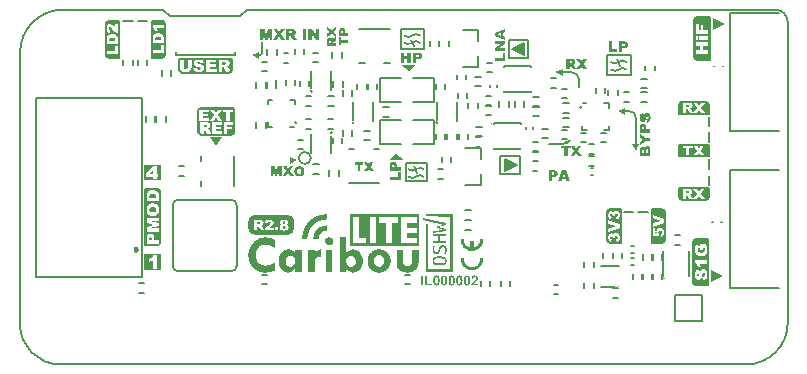
<source format=gto>
G04*
G04 #@! TF.GenerationSoftware,Altium Limited,CircuitStudio,1.5.2 (30)*
G04*
G04 Layer_Color=15065295*
%FSLAX25Y25*%
%MOIN*%
G70*
G01*
G75*
%ADD12C,0.00800*%
%ADD47C,0.00400*%
%ADD48C,0.00600*%
%ADD49C,0.00500*%
%ADD99C,0.00700*%
%ADD107C,0.01575*%
%ADD108C,0.00394*%
%ADD109C,0.00787*%
G36*
X1178605Y729118D02*
X1178642Y729114D01*
X1178690Y729104D01*
X1178737Y729095D01*
X1178794Y729081D01*
X1178855Y729062D01*
X1178912Y729038D01*
X1178973Y729014D01*
X1179035Y728981D01*
X1179097Y728939D01*
X1179158Y728896D01*
X1179215Y728844D01*
X1179267Y728783D01*
X1179272Y728778D01*
X1179281Y728764D01*
X1179295Y728740D01*
X1179319Y728707D01*
X1179342Y728660D01*
X1179371Y728603D01*
X1179399Y728541D01*
X1179428Y728461D01*
X1179456Y728376D01*
X1179489Y728276D01*
X1179513Y728168D01*
X1179536Y728045D01*
X1179560Y727912D01*
X1179574Y727770D01*
X1179584Y727614D01*
X1179588Y727444D01*
Y727439D01*
Y727435D01*
Y727420D01*
Y727401D01*
Y727354D01*
X1179584Y727293D01*
X1179579Y727217D01*
X1179570Y727127D01*
X1179560Y727033D01*
X1179550Y726928D01*
X1179532Y726820D01*
X1179508Y726706D01*
X1179484Y726597D01*
X1179451Y726489D01*
X1179418Y726380D01*
X1179371Y726280D01*
X1179323Y726186D01*
X1179267Y726105D01*
X1179262Y726101D01*
X1179253Y726091D01*
X1179238Y726072D01*
X1179219Y726053D01*
X1179191Y726030D01*
X1179158Y726001D01*
X1179115Y725968D01*
X1179073Y725940D01*
X1179021Y725907D01*
X1178969Y725874D01*
X1178907Y725845D01*
X1178841Y725822D01*
X1178770Y725803D01*
X1178690Y725784D01*
X1178609Y725774D01*
X1178524Y725770D01*
X1178505D01*
X1178477Y725774D01*
X1178444D01*
X1178406Y725779D01*
X1178359Y725788D01*
X1178307Y725798D01*
X1178250Y725817D01*
X1178188Y725836D01*
X1178127Y725859D01*
X1178061Y725888D01*
X1177999Y725926D01*
X1177933Y725963D01*
X1177871Y726016D01*
X1177810Y726068D01*
X1177753Y726134D01*
X1177748Y726138D01*
X1177739Y726153D01*
X1177725Y726176D01*
X1177711Y726205D01*
X1177687Y726247D01*
X1177663Y726299D01*
X1177635Y726366D01*
X1177611Y726437D01*
X1177583Y726522D01*
X1177555Y726616D01*
X1177531Y726725D01*
X1177512Y726843D01*
X1177493Y726976D01*
X1177479Y727122D01*
X1177469Y727279D01*
X1177465Y727449D01*
Y727454D01*
Y727458D01*
Y727472D01*
Y727491D01*
Y727539D01*
X1177469Y727600D01*
X1177474Y727676D01*
X1177483Y727766D01*
X1177493Y727860D01*
X1177503Y727964D01*
X1177521Y728073D01*
X1177540Y728182D01*
X1177569Y728295D01*
X1177597Y728404D01*
X1177635Y728508D01*
X1177678Y728608D01*
X1177725Y728702D01*
X1177781Y728783D01*
X1177786Y728787D01*
X1177796Y728797D01*
X1177810Y728816D01*
X1177834Y728835D01*
X1177857Y728863D01*
X1177890Y728891D01*
X1177933Y728920D01*
X1177975Y728953D01*
X1178028Y728986D01*
X1178080Y729014D01*
X1178141Y729043D01*
X1178207Y729071D01*
X1178278Y729090D01*
X1178359Y729109D01*
X1178439Y729118D01*
X1178524Y729123D01*
X1178571D01*
X1178605Y729118D01*
D02*
G37*
G36*
X1181149D02*
X1181187Y729114D01*
X1181234Y729104D01*
X1181282Y729095D01*
X1181339Y729081D01*
X1181400Y729062D01*
X1181457Y729038D01*
X1181518Y729014D01*
X1181580Y728981D01*
X1181641Y728939D01*
X1181703Y728896D01*
X1181759Y728844D01*
X1181812Y728783D01*
X1181816Y728778D01*
X1181826Y728764D01*
X1181840Y728740D01*
X1181863Y728707D01*
X1181887Y728660D01*
X1181916Y728603D01*
X1181944Y728541D01*
X1181972Y728461D01*
X1182001Y728376D01*
X1182034Y728276D01*
X1182057Y728168D01*
X1182081Y728045D01*
X1182105Y727912D01*
X1182119Y727770D01*
X1182128Y727614D01*
X1182133Y727444D01*
Y727439D01*
Y727435D01*
Y727420D01*
Y727401D01*
Y727354D01*
X1182128Y727293D01*
X1182124Y727217D01*
X1182114Y727127D01*
X1182105Y727033D01*
X1182095Y726928D01*
X1182076Y726820D01*
X1182053Y726706D01*
X1182029Y726597D01*
X1181996Y726489D01*
X1181963Y726380D01*
X1181916Y726280D01*
X1181868Y726186D01*
X1181812Y726105D01*
X1181807Y726101D01*
X1181797Y726091D01*
X1181783Y726072D01*
X1181764Y726053D01*
X1181736Y726030D01*
X1181703Y726001D01*
X1181660Y725968D01*
X1181618Y725940D01*
X1181565Y725907D01*
X1181514Y725874D01*
X1181452Y725845D01*
X1181386Y725822D01*
X1181315Y725803D01*
X1181234Y725784D01*
X1181154Y725774D01*
X1181069Y725770D01*
X1181050D01*
X1181022Y725774D01*
X1180989D01*
X1180951Y725779D01*
X1180903Y725788D01*
X1180851Y725798D01*
X1180795Y725817D01*
X1180733Y725836D01*
X1180672Y725859D01*
X1180605Y725888D01*
X1180544Y725926D01*
X1180478Y725963D01*
X1180416Y726016D01*
X1180355Y726068D01*
X1180298Y726134D01*
X1180293Y726138D01*
X1180284Y726153D01*
X1180270Y726176D01*
X1180255Y726205D01*
X1180232Y726247D01*
X1180208Y726299D01*
X1180180Y726366D01*
X1180156Y726437D01*
X1180128Y726522D01*
X1180099Y726616D01*
X1180076Y726725D01*
X1180057Y726843D01*
X1180038Y726976D01*
X1180024Y727122D01*
X1180014Y727279D01*
X1180009Y727449D01*
Y727454D01*
Y727458D01*
Y727472D01*
Y727491D01*
Y727539D01*
X1180014Y727600D01*
X1180019Y727676D01*
X1180028Y727766D01*
X1180038Y727860D01*
X1180047Y727964D01*
X1180066Y728073D01*
X1180085Y728182D01*
X1180113Y728295D01*
X1180142Y728404D01*
X1180180Y728508D01*
X1180222Y728608D01*
X1180270Y728702D01*
X1180326Y728783D01*
X1180331Y728787D01*
X1180340Y728797D01*
X1180355Y728816D01*
X1180378Y728835D01*
X1180402Y728863D01*
X1180435Y728891D01*
X1180478Y728920D01*
X1180520Y728953D01*
X1180572Y728986D01*
X1180624Y729014D01*
X1180686Y729043D01*
X1180752Y729071D01*
X1180823Y729090D01*
X1180903Y729109D01*
X1180984Y729118D01*
X1181069Y729123D01*
X1181116D01*
X1181149Y729118D01*
D02*
G37*
G36*
X1173515D02*
X1173553Y729114D01*
X1173600Y729104D01*
X1173647Y729095D01*
X1173704Y729081D01*
X1173766Y729062D01*
X1173822Y729038D01*
X1173884Y729014D01*
X1173946Y728981D01*
X1174007Y728939D01*
X1174069Y728896D01*
X1174125Y728844D01*
X1174177Y728783D01*
X1174182Y728778D01*
X1174191Y728764D01*
X1174206Y728740D01*
X1174229Y728707D01*
X1174253Y728660D01*
X1174281Y728603D01*
X1174310Y728541D01*
X1174338Y728461D01*
X1174366Y728376D01*
X1174400Y728276D01*
X1174423Y728168D01*
X1174447Y728045D01*
X1174471Y727912D01*
X1174485Y727770D01*
X1174494Y727614D01*
X1174499Y727444D01*
Y727439D01*
Y727435D01*
Y727420D01*
Y727401D01*
Y727354D01*
X1174494Y727293D01*
X1174489Y727217D01*
X1174480Y727127D01*
X1174471Y727033D01*
X1174461Y726928D01*
X1174442Y726820D01*
X1174419Y726706D01*
X1174395Y726597D01*
X1174362Y726489D01*
X1174329Y726380D01*
X1174281Y726280D01*
X1174234Y726186D01*
X1174177Y726105D01*
X1174172Y726101D01*
X1174163Y726091D01*
X1174149Y726072D01*
X1174130Y726053D01*
X1174102Y726030D01*
X1174069Y726001D01*
X1174026Y725968D01*
X1173983Y725940D01*
X1173931Y725907D01*
X1173879Y725874D01*
X1173818Y725845D01*
X1173752Y725822D01*
X1173681Y725803D01*
X1173600Y725784D01*
X1173520Y725774D01*
X1173435Y725770D01*
X1173416D01*
X1173387Y725774D01*
X1173354D01*
X1173316Y725779D01*
X1173269Y725788D01*
X1173217Y725798D01*
X1173160Y725817D01*
X1173099Y725836D01*
X1173037Y725859D01*
X1172971Y725888D01*
X1172910Y725926D01*
X1172843Y725963D01*
X1172782Y726016D01*
X1172720Y726068D01*
X1172664Y726134D01*
X1172659Y726138D01*
X1172649Y726153D01*
X1172635Y726176D01*
X1172621Y726205D01*
X1172598Y726247D01*
X1172574Y726299D01*
X1172545Y726366D01*
X1172522Y726437D01*
X1172493Y726522D01*
X1172465Y726616D01*
X1172441Y726725D01*
X1172422Y726843D01*
X1172404Y726976D01*
X1172389Y727122D01*
X1172380Y727279D01*
X1172375Y727449D01*
Y727454D01*
Y727458D01*
Y727472D01*
Y727491D01*
Y727539D01*
X1172380Y727600D01*
X1172385Y727676D01*
X1172394Y727766D01*
X1172404Y727860D01*
X1172413Y727964D01*
X1172432Y728073D01*
X1172451Y728182D01*
X1172479Y728295D01*
X1172508Y728404D01*
X1172545Y728508D01*
X1172588Y728608D01*
X1172635Y728702D01*
X1172692Y728783D01*
X1172697Y728787D01*
X1172706Y728797D01*
X1172720Y728816D01*
X1172744Y728835D01*
X1172768Y728863D01*
X1172801Y728891D01*
X1172843Y728920D01*
X1172886Y728953D01*
X1172938Y728986D01*
X1172990Y729014D01*
X1173051Y729043D01*
X1173118Y729071D01*
X1173189Y729090D01*
X1173269Y729109D01*
X1173349Y729118D01*
X1173435Y729123D01*
X1173482D01*
X1173515Y729118D01*
D02*
G37*
G36*
X1176060D02*
X1176098Y729114D01*
X1176145Y729104D01*
X1176192Y729095D01*
X1176249Y729081D01*
X1176311Y729062D01*
X1176367Y729038D01*
X1176429Y729014D01*
X1176490Y728981D01*
X1176552Y728939D01*
X1176613Y728896D01*
X1176670Y728844D01*
X1176722Y728783D01*
X1176727Y728778D01*
X1176736Y728764D01*
X1176750Y728740D01*
X1176774Y728707D01*
X1176798Y728660D01*
X1176826Y728603D01*
X1176854Y728541D01*
X1176883Y728461D01*
X1176911Y728376D01*
X1176944Y728276D01*
X1176968Y728168D01*
X1176992Y728045D01*
X1177015Y727912D01*
X1177030Y727770D01*
X1177039Y727614D01*
X1177044Y727444D01*
Y727439D01*
Y727435D01*
Y727420D01*
Y727401D01*
Y727354D01*
X1177039Y727293D01*
X1177034Y727217D01*
X1177025Y727127D01*
X1177015Y727033D01*
X1177006Y726928D01*
X1176987Y726820D01*
X1176963Y726706D01*
X1176940Y726597D01*
X1176906Y726489D01*
X1176873Y726380D01*
X1176826Y726280D01*
X1176779Y726186D01*
X1176722Y726105D01*
X1176717Y726101D01*
X1176708Y726091D01*
X1176694Y726072D01*
X1176675Y726053D01*
X1176646Y726030D01*
X1176613Y726001D01*
X1176571Y725968D01*
X1176528Y725940D01*
X1176476Y725907D01*
X1176424Y725874D01*
X1176363Y725845D01*
X1176296Y725822D01*
X1176225Y725803D01*
X1176145Y725784D01*
X1176064Y725774D01*
X1175979Y725770D01*
X1175961D01*
X1175932Y725774D01*
X1175899D01*
X1175861Y725779D01*
X1175814Y725788D01*
X1175762Y725798D01*
X1175705Y725817D01*
X1175644Y725836D01*
X1175582Y725859D01*
X1175516Y725888D01*
X1175454Y725926D01*
X1175388Y725963D01*
X1175327Y726016D01*
X1175265Y726068D01*
X1175208Y726134D01*
X1175204Y726138D01*
X1175194Y726153D01*
X1175180Y726176D01*
X1175166Y726205D01*
X1175142Y726247D01*
X1175119Y726299D01*
X1175090Y726366D01*
X1175066Y726437D01*
X1175038Y726522D01*
X1175010Y726616D01*
X1174986Y726725D01*
X1174967Y726843D01*
X1174948Y726976D01*
X1174934Y727122D01*
X1174925Y727279D01*
X1174920Y727449D01*
Y727454D01*
Y727458D01*
Y727472D01*
Y727491D01*
Y727539D01*
X1174925Y727600D01*
X1174929Y727676D01*
X1174939Y727766D01*
X1174948Y727860D01*
X1174958Y727964D01*
X1174977Y728073D01*
X1174996Y728182D01*
X1175024Y728295D01*
X1175052Y728404D01*
X1175090Y728508D01*
X1175133Y728608D01*
X1175180Y728702D01*
X1175237Y728783D01*
X1175241Y728787D01*
X1175251Y728797D01*
X1175265Y728816D01*
X1175289Y728835D01*
X1175313Y728863D01*
X1175346Y728891D01*
X1175388Y728920D01*
X1175431Y728953D01*
X1175483Y728986D01*
X1175535Y729014D01*
X1175596Y729043D01*
X1175663Y729071D01*
X1175733Y729090D01*
X1175814Y729109D01*
X1175894Y729118D01*
X1175979Y729123D01*
X1176027D01*
X1176060Y729118D01*
D02*
G37*
G36*
X1183694D02*
X1183732Y729114D01*
X1183779Y729104D01*
X1183827Y729095D01*
X1183883Y729081D01*
X1183945Y729062D01*
X1184002Y729038D01*
X1184063Y729014D01*
X1184124Y728981D01*
X1184186Y728939D01*
X1184247Y728896D01*
X1184304Y728844D01*
X1184356Y728783D01*
X1184361Y728778D01*
X1184370Y728764D01*
X1184385Y728740D01*
X1184408Y728707D01*
X1184432Y728660D01*
X1184460Y728603D01*
X1184489Y728541D01*
X1184517Y728461D01*
X1184545Y728376D01*
X1184579Y728276D01*
X1184602Y728168D01*
X1184626Y728045D01*
X1184649Y727912D01*
X1184664Y727770D01*
X1184673Y727614D01*
X1184678Y727444D01*
Y727439D01*
Y727435D01*
Y727420D01*
Y727401D01*
Y727354D01*
X1184673Y727293D01*
X1184668Y727217D01*
X1184659Y727127D01*
X1184649Y727033D01*
X1184640Y726928D01*
X1184621Y726820D01*
X1184597Y726706D01*
X1184574Y726597D01*
X1184541Y726489D01*
X1184508Y726380D01*
X1184460Y726280D01*
X1184413Y726186D01*
X1184356Y726105D01*
X1184352Y726101D01*
X1184342Y726091D01*
X1184328Y726072D01*
X1184309Y726053D01*
X1184281Y726030D01*
X1184247Y726001D01*
X1184205Y725968D01*
X1184162Y725940D01*
X1184110Y725907D01*
X1184058Y725874D01*
X1183997Y725845D01*
X1183930Y725822D01*
X1183860Y725803D01*
X1183779Y725784D01*
X1183699Y725774D01*
X1183614Y725770D01*
X1183595D01*
X1183566Y725774D01*
X1183533D01*
X1183495Y725779D01*
X1183448Y725788D01*
X1183396Y725798D01*
X1183339Y725817D01*
X1183278Y725836D01*
X1183216Y725859D01*
X1183150Y725888D01*
X1183089Y725926D01*
X1183022Y725963D01*
X1182961Y726016D01*
X1182899Y726068D01*
X1182843Y726134D01*
X1182838Y726138D01*
X1182828Y726153D01*
X1182814Y726176D01*
X1182800Y726205D01*
X1182776Y726247D01*
X1182753Y726299D01*
X1182724Y726366D01*
X1182701Y726437D01*
X1182672Y726522D01*
X1182644Y726616D01*
X1182620Y726725D01*
X1182601Y726843D01*
X1182582Y726976D01*
X1182568Y727122D01*
X1182559Y727279D01*
X1182554Y727449D01*
Y727454D01*
Y727458D01*
Y727472D01*
Y727491D01*
Y727539D01*
X1182559Y727600D01*
X1182564Y727676D01*
X1182573Y727766D01*
X1182582Y727860D01*
X1182592Y727964D01*
X1182611Y728073D01*
X1182630Y728182D01*
X1182658Y728295D01*
X1182687Y728404D01*
X1182724Y728508D01*
X1182767Y728608D01*
X1182814Y728702D01*
X1182871Y728783D01*
X1182876Y728787D01*
X1182885Y728797D01*
X1182899Y728816D01*
X1182923Y728835D01*
X1182947Y728863D01*
X1182980Y728891D01*
X1183022Y728920D01*
X1183065Y728953D01*
X1183117Y728986D01*
X1183169Y729014D01*
X1183230Y729043D01*
X1183297Y729071D01*
X1183368Y729090D01*
X1183448Y729109D01*
X1183529Y729118D01*
X1183614Y729123D01*
X1183661D01*
X1183694Y729118D01*
D02*
G37*
G36*
X1186258D02*
X1186300Y729114D01*
X1186348Y729109D01*
X1186400Y729100D01*
X1186456Y729090D01*
X1186579Y729057D01*
X1186702Y729010D01*
X1186769Y728981D01*
X1186825Y728948D01*
X1186887Y728906D01*
X1186939Y728858D01*
X1186944Y728854D01*
X1186953Y728849D01*
X1186963Y728830D01*
X1186981Y728811D01*
X1187005Y728787D01*
X1187029Y728754D01*
X1187052Y728721D01*
X1187081Y728679D01*
X1187128Y728584D01*
X1187175Y728475D01*
X1187194Y728414D01*
X1187204Y728347D01*
X1187213Y728276D01*
X1187218Y728206D01*
Y728196D01*
Y728168D01*
X1187213Y728125D01*
X1187208Y728073D01*
X1187199Y728007D01*
X1187185Y727936D01*
X1187166Y727860D01*
X1187138Y727785D01*
X1187133Y727775D01*
X1187123Y727751D01*
X1187104Y727709D01*
X1187076Y727657D01*
X1187043Y727595D01*
X1187000Y727524D01*
X1186948Y727449D01*
X1186887Y727368D01*
X1186882Y727364D01*
X1186863Y727340D01*
X1186835Y727307D01*
X1186792Y727260D01*
X1186735Y727203D01*
X1186664Y727127D01*
X1186579Y727047D01*
X1186475Y726947D01*
X1186471Y726943D01*
X1186461Y726938D01*
X1186447Y726924D01*
X1186428Y726905D01*
X1186376Y726858D01*
X1186314Y726801D01*
X1186253Y726739D01*
X1186191Y726678D01*
X1186135Y726626D01*
X1186116Y726602D01*
X1186097Y726583D01*
X1186092Y726578D01*
X1186083Y726569D01*
X1186069Y726550D01*
X1186050Y726526D01*
X1186007Y726474D01*
X1185969Y726413D01*
X1187218D01*
Y725831D01*
X1185018D01*
Y725836D01*
Y725845D01*
X1185023Y725864D01*
X1185028Y725888D01*
X1185033Y725916D01*
X1185037Y725949D01*
X1185056Y726034D01*
X1185085Y726129D01*
X1185122Y726233D01*
X1185170Y726347D01*
X1185231Y726455D01*
Y726460D01*
X1185241Y726470D01*
X1185250Y726489D01*
X1185269Y726508D01*
X1185288Y726541D01*
X1185316Y726574D01*
X1185349Y726616D01*
X1185387Y726664D01*
X1185430Y726720D01*
X1185482Y726777D01*
X1185539Y726843D01*
X1185605Y726914D01*
X1185676Y726985D01*
X1185756Y727066D01*
X1185841Y727151D01*
X1185936Y727241D01*
X1185941Y727245D01*
X1185955Y727260D01*
X1185974Y727279D01*
X1186002Y727307D01*
X1186040Y727335D01*
X1186078Y727373D01*
X1186163Y727458D01*
X1186248Y727548D01*
X1186333Y727638D01*
X1186371Y727676D01*
X1186409Y727718D01*
X1186437Y727751D01*
X1186456Y727780D01*
X1186461Y727789D01*
X1186475Y727813D01*
X1186499Y727851D01*
X1186523Y727903D01*
X1186546Y727960D01*
X1186570Y728026D01*
X1186584Y728092D01*
X1186589Y728163D01*
Y728168D01*
Y728172D01*
Y728196D01*
X1186584Y728239D01*
X1186575Y728286D01*
X1186560Y728338D01*
X1186541Y728390D01*
X1186513Y728442D01*
X1186475Y728489D01*
X1186471Y728494D01*
X1186456Y728508D01*
X1186428Y728527D01*
X1186395Y728546D01*
X1186348Y728565D01*
X1186296Y728584D01*
X1186234Y728598D01*
X1186163Y728603D01*
X1186130D01*
X1186092Y728598D01*
X1186050Y728589D01*
X1185997Y728575D01*
X1185946Y728551D01*
X1185894Y728522D01*
X1185846Y728485D01*
X1185841Y728480D01*
X1185827Y728461D01*
X1185808Y728433D01*
X1185789Y728390D01*
X1185766Y728338D01*
X1185747Y728267D01*
X1185728Y728187D01*
X1185719Y728092D01*
X1185094Y728154D01*
Y728158D01*
X1185099Y728177D01*
Y728201D01*
X1185108Y728239D01*
X1185113Y728281D01*
X1185127Y728329D01*
X1185141Y728381D01*
X1185156Y728442D01*
X1185203Y728560D01*
X1185260Y728683D01*
X1185297Y728745D01*
X1185340Y728801D01*
X1185387Y728849D01*
X1185439Y728896D01*
X1185444Y728901D01*
X1185454Y728906D01*
X1185468Y728915D01*
X1185491Y728934D01*
X1185520Y728948D01*
X1185558Y728967D01*
X1185596Y728991D01*
X1185643Y729010D01*
X1185695Y729033D01*
X1185752Y729052D01*
X1185875Y729090D01*
X1186021Y729114D01*
X1186097Y729118D01*
X1186177Y729123D01*
X1186225D01*
X1186258Y729118D01*
D02*
G37*
G36*
X1268976Y728781D02*
X1264976Y726781D01*
Y730781D01*
X1268976Y728781D01*
D02*
G37*
G36*
X1169088Y725831D02*
X1168426D01*
Y729104D01*
X1169088D01*
Y725831D01*
D02*
G37*
G36*
X1170398Y726384D02*
X1172044D01*
Y725831D01*
X1169736D01*
Y729081D01*
X1170398D01*
Y726384D01*
D02*
G37*
G36*
X1217928Y760681D02*
X1216774D01*
X1216599Y761264D01*
X1215355D01*
X1215180Y760681D01*
X1214059D01*
X1215388Y764232D01*
X1216593D01*
X1217928Y760681D01*
D02*
G37*
G36*
X1243868Y772260D02*
X1243933Y772254D01*
X1244011Y772234D01*
X1244095Y772215D01*
X1244179Y772182D01*
X1244264Y772137D01*
X1244270Y772130D01*
X1244302Y772111D01*
X1244341Y772085D01*
X1244387Y772046D01*
X1244445Y771994D01*
X1244503Y771930D01*
X1244562Y771858D01*
X1244614Y771780D01*
Y771774D01*
X1244627Y771755D01*
X1244639Y771722D01*
X1244659Y771677D01*
X1244678Y771619D01*
X1244698Y771547D01*
X1244711Y771463D01*
X1244730Y771366D01*
Y771359D01*
Y771353D01*
X1244737Y771333D01*
Y771307D01*
X1244743Y771243D01*
X1244750Y771165D01*
X1244763Y771081D01*
X1244769Y771003D01*
X1244776Y770932D01*
Y770873D01*
Y768981D01*
X1241225D01*
Y771035D01*
Y771042D01*
Y771061D01*
Y771087D01*
X1241231Y771119D01*
Y771165D01*
X1241238Y771210D01*
X1241257Y771327D01*
X1241289Y771456D01*
X1241335Y771586D01*
X1241399Y771709D01*
X1241484Y771826D01*
Y771832D01*
X1241497Y771839D01*
X1241529Y771871D01*
X1241581Y771916D01*
X1241659Y771968D01*
X1241749Y772014D01*
X1241853Y772059D01*
X1241976Y772091D01*
X1242041Y772104D01*
X1242164D01*
X1242222Y772091D01*
X1242294Y772079D01*
X1242378Y772053D01*
X1242469Y772020D01*
X1242559Y771968D01*
X1242650Y771904D01*
X1242657Y771897D01*
X1242676Y771878D01*
X1242702Y771852D01*
X1242734Y771806D01*
X1242773Y771755D01*
X1242812Y771690D01*
X1242851Y771612D01*
X1242890Y771521D01*
Y771528D01*
X1242896Y771541D01*
Y771560D01*
X1242909Y771586D01*
X1242929Y771651D01*
X1242961Y771735D01*
X1243007Y771826D01*
X1243065Y771923D01*
X1243130Y772007D01*
X1243207Y772085D01*
X1243220Y772091D01*
X1243246Y772111D01*
X1243298Y772143D01*
X1243363Y772176D01*
X1243441Y772208D01*
X1243538Y772240D01*
X1243648Y772260D01*
X1243771Y772266D01*
X1243816D01*
X1243868Y772260D01*
D02*
G37*
G36*
X1220761Y770676D02*
X1221885Y768981D01*
X1220743D01*
X1220088Y770039D01*
X1219439Y768981D01*
X1218303D01*
X1219439Y770694D01*
X1218405Y772275D01*
X1219529D01*
X1220106Y771259D01*
X1220677Y772275D01*
X1221789D01*
X1220761Y770676D01*
D02*
G37*
G36*
X1212744Y764226D02*
X1212796D01*
X1212854Y764219D01*
X1212983Y764200D01*
X1213126Y764161D01*
X1213275Y764109D01*
X1213418Y764044D01*
X1213482Y763999D01*
X1213541Y763947D01*
X1213547D01*
X1213554Y763934D01*
X1213567Y763915D01*
X1213586Y763895D01*
X1213638Y763830D01*
X1213690Y763740D01*
X1213742Y763623D01*
X1213793Y763487D01*
X1213826Y763325D01*
X1213839Y763241D01*
Y763143D01*
Y763137D01*
Y763118D01*
Y763092D01*
X1213832Y763053D01*
Y763007D01*
X1213819Y762956D01*
X1213800Y762839D01*
X1213761Y762703D01*
X1213703Y762560D01*
X1213664Y762489D01*
X1213625Y762424D01*
X1213573Y762359D01*
X1213515Y762301D01*
X1213508D01*
X1213502Y762288D01*
X1213482Y762275D01*
X1213457Y762256D01*
X1213418Y762230D01*
X1213379Y762204D01*
X1213327Y762178D01*
X1213268Y762152D01*
X1213204Y762126D01*
X1213132Y762100D01*
X1213048Y762074D01*
X1212957Y762048D01*
X1212860Y762029D01*
X1212757Y762016D01*
X1212646Y762009D01*
X1212523Y762003D01*
X1211927D01*
Y760681D01*
X1210826D01*
Y764232D01*
X1212705D01*
X1212744Y764226D01*
D02*
G37*
G36*
X1243292Y774969D02*
X1244776D01*
Y773867D01*
X1243292D01*
X1241225Y772480D01*
Y773699D01*
X1242417Y774411D01*
X1241225Y775131D01*
Y776349D01*
X1243292Y774969D01*
D02*
G37*
G36*
X1141783Y807679D02*
X1144076D01*
Y806741D01*
X1141783D01*
Y805781D01*
X1141034D01*
Y808639D01*
X1141783D01*
Y807679D01*
D02*
G37*
G36*
X1142044Y811636D02*
X1142083D01*
X1142128Y811625D01*
X1142227Y811609D01*
X1142344Y811575D01*
X1142466Y811525D01*
X1142527Y811492D01*
X1142583Y811459D01*
X1142638Y811414D01*
X1142688Y811364D01*
Y811359D01*
X1142699Y811353D01*
X1142710Y811337D01*
X1142727Y811314D01*
X1142749Y811281D01*
X1142771Y811248D01*
X1142793Y811203D01*
X1142816Y811154D01*
X1142838Y811098D01*
X1142860Y811037D01*
X1142882Y810965D01*
X1142904Y810887D01*
X1142921Y810804D01*
X1142932Y810715D01*
X1142938Y810621D01*
X1142943Y810515D01*
Y810005D01*
X1144076D01*
Y809061D01*
X1141034D01*
Y810621D01*
Y810626D01*
Y810643D01*
Y810671D01*
X1141040Y810704D01*
Y810748D01*
X1141045Y810798D01*
X1141062Y810909D01*
X1141095Y811031D01*
X1141140Y811159D01*
X1141195Y811281D01*
X1141234Y811337D01*
X1141278Y811387D01*
Y811392D01*
X1141290Y811398D01*
X1141306Y811409D01*
X1141323Y811425D01*
X1141378Y811470D01*
X1141456Y811514D01*
X1141556Y811559D01*
X1141672Y811603D01*
X1141811Y811631D01*
X1141883Y811642D01*
X1142011D01*
X1142044Y811636D01*
D02*
G37*
G36*
X1242404Y779705D02*
X1242449D01*
X1242501Y779693D01*
X1242618Y779673D01*
X1242754Y779634D01*
X1242896Y779576D01*
X1242968Y779537D01*
X1243032Y779498D01*
X1243097Y779446D01*
X1243156Y779388D01*
Y779382D01*
X1243169Y779375D01*
X1243182Y779356D01*
X1243201Y779330D01*
X1243227Y779291D01*
X1243253Y779252D01*
X1243279Y779200D01*
X1243305Y779142D01*
X1243331Y779077D01*
X1243357Y779006D01*
X1243382Y778921D01*
X1243408Y778831D01*
X1243428Y778733D01*
X1243441Y778630D01*
X1243447Y778520D01*
X1243454Y778397D01*
Y777800D01*
X1244776D01*
Y776699D01*
X1241225D01*
Y778520D01*
Y778526D01*
Y778546D01*
Y778578D01*
X1241231Y778617D01*
Y778669D01*
X1241238Y778727D01*
X1241257Y778857D01*
X1241296Y778999D01*
X1241348Y779148D01*
X1241413Y779291D01*
X1241458Y779356D01*
X1241510Y779414D01*
Y779420D01*
X1241523Y779427D01*
X1241542Y779440D01*
X1241562Y779459D01*
X1241626Y779511D01*
X1241717Y779563D01*
X1241834Y779615D01*
X1241970Y779667D01*
X1242132Y779699D01*
X1242216Y779712D01*
X1242365D01*
X1242404Y779705D01*
D02*
G37*
G36*
X1243745Y783308D02*
X1243830Y783295D01*
X1243927Y783276D01*
X1244037Y783237D01*
X1244147Y783192D01*
X1244257Y783127D01*
X1244270Y783120D01*
X1244302Y783095D01*
X1244354Y783049D01*
X1244419Y782991D01*
X1244491Y782913D01*
X1244562Y782822D01*
X1244627Y782719D01*
X1244691Y782596D01*
Y782589D01*
X1244698Y782583D01*
X1244704Y782563D01*
X1244711Y782537D01*
X1244724Y782505D01*
X1244737Y782459D01*
X1244750Y782414D01*
X1244763Y782362D01*
X1244789Y782239D01*
X1244814Y782090D01*
X1244827Y781928D01*
X1244834Y781740D01*
Y781727D01*
Y781701D01*
Y781656D01*
X1244827Y781591D01*
X1244821Y781520D01*
X1244814Y781436D01*
X1244808Y781345D01*
X1244789Y781241D01*
X1244750Y781034D01*
X1244691Y780827D01*
X1244652Y780729D01*
X1244601Y780639D01*
X1244549Y780554D01*
X1244491Y780483D01*
X1244484Y780477D01*
X1244471Y780470D01*
X1244452Y780451D01*
X1244426Y780431D01*
X1244393Y780405D01*
X1244354Y780373D01*
X1244302Y780340D01*
X1244251Y780308D01*
X1244121Y780237D01*
X1243966Y780172D01*
X1243797Y780127D01*
X1243700Y780107D01*
X1243603Y780094D01*
X1243531Y781138D01*
X1243544D01*
X1243577Y781144D01*
X1243622Y781150D01*
X1243674Y781170D01*
X1243804Y781209D01*
X1243868Y781241D01*
X1243920Y781274D01*
X1243927Y781280D01*
X1243953Y781306D01*
X1243985Y781345D01*
X1244024Y781397D01*
X1244069Y781468D01*
X1244102Y781552D01*
X1244128Y781649D01*
X1244134Y781760D01*
Y781773D01*
Y781799D01*
X1244128Y781837D01*
X1244121Y781896D01*
X1244108Y781954D01*
X1244089Y782012D01*
X1244063Y782071D01*
X1244030Y782123D01*
X1244024Y782129D01*
X1244011Y782142D01*
X1243985Y782161D01*
X1243959Y782187D01*
X1243920Y782213D01*
X1243875Y782233D01*
X1243823Y782246D01*
X1243771Y782252D01*
X1243745D01*
X1243719Y782246D01*
X1243687Y782239D01*
X1243648Y782220D01*
X1243609Y782200D01*
X1243564Y782168D01*
X1243525Y782129D01*
X1243519Y782123D01*
X1243505Y782103D01*
X1243486Y782064D01*
X1243460Y782012D01*
X1243428Y781935D01*
X1243389Y781837D01*
X1243369Y781779D01*
X1243357Y781714D01*
X1243337Y781643D01*
X1243318Y781565D01*
Y781559D01*
X1243311Y781533D01*
X1243298Y781494D01*
X1243292Y781449D01*
X1243272Y781390D01*
X1243253Y781319D01*
X1243233Y781248D01*
X1243207Y781170D01*
X1243143Y780995D01*
X1243071Y780827D01*
X1242987Y780671D01*
X1242942Y780600D01*
X1242890Y780535D01*
X1242883D01*
X1242877Y780522D01*
X1242844Y780490D01*
X1242786Y780438D01*
X1242702Y780386D01*
X1242605Y780328D01*
X1242488Y780276D01*
X1242358Y780243D01*
X1242287Y780237D01*
X1242210Y780230D01*
X1242164D01*
X1242106Y780237D01*
X1242041Y780250D01*
X1241963Y780269D01*
X1241873Y780295D01*
X1241782Y780334D01*
X1241691Y780386D01*
X1241678Y780392D01*
X1241652Y780418D01*
X1241607Y780457D01*
X1241549Y780509D01*
X1241490Y780574D01*
X1241425Y780658D01*
X1241367Y780755D01*
X1241309Y780865D01*
Y780872D01*
X1241302Y780878D01*
X1241296Y780898D01*
X1241289Y780924D01*
X1241276Y780956D01*
X1241263Y780995D01*
X1241251Y781040D01*
X1241238Y781092D01*
X1241225Y781150D01*
X1241212Y781222D01*
X1241186Y781371D01*
X1241173Y781546D01*
X1241166Y781740D01*
Y781747D01*
Y781773D01*
Y781805D01*
X1241173Y781850D01*
Y781909D01*
X1241179Y781974D01*
X1241186Y782045D01*
X1241199Y782123D01*
X1241231Y782291D01*
X1241276Y782466D01*
X1241341Y782628D01*
X1241380Y782706D01*
X1241425Y782777D01*
Y782784D01*
X1241438Y782790D01*
X1241471Y782835D01*
X1241536Y782894D01*
X1241620Y782965D01*
X1241672Y783004D01*
X1241730Y783036D01*
X1241801Y783075D01*
X1241873Y783108D01*
X1241950Y783140D01*
X1242035Y783166D01*
X1242132Y783185D01*
X1242229Y783205D01*
X1242287Y782168D01*
X1242274D01*
X1242248Y782161D01*
X1242203Y782148D01*
X1242151Y782129D01*
X1242099Y782103D01*
X1242041Y782077D01*
X1241983Y782038D01*
X1241937Y781993D01*
X1241931Y781986D01*
X1241918Y781967D01*
X1241905Y781941D01*
X1241879Y781902D01*
X1241860Y781850D01*
X1241847Y781786D01*
X1241834Y781714D01*
X1241827Y781630D01*
Y781624D01*
Y781598D01*
X1241834Y781565D01*
X1241840Y781520D01*
X1241860Y781423D01*
X1241885Y781377D01*
X1241911Y781339D01*
X1241918Y781332D01*
X1241924Y781325D01*
X1241963Y781293D01*
X1242028Y781261D01*
X1242067Y781254D01*
X1242106Y781248D01*
X1242119D01*
X1242158Y781261D01*
X1242210Y781280D01*
X1242235Y781300D01*
X1242261Y781325D01*
Y781332D01*
X1242274Y781345D01*
X1242287Y781364D01*
X1242307Y781403D01*
X1242326Y781449D01*
X1242346Y781513D01*
X1242371Y781591D01*
X1242391Y781688D01*
Y781695D01*
X1242397Y781721D01*
X1242404Y781760D01*
X1242417Y781805D01*
X1242430Y781863D01*
X1242449Y781935D01*
X1242469Y782012D01*
X1242488Y782090D01*
X1242533Y782259D01*
X1242592Y782434D01*
X1242650Y782589D01*
X1242676Y782660D01*
X1242708Y782725D01*
Y782732D01*
X1242715Y782738D01*
X1242734Y782777D01*
X1242767Y782829D01*
X1242812Y782900D01*
X1242871Y782971D01*
X1242935Y783049D01*
X1243013Y783120D01*
X1243097Y783179D01*
X1243110Y783185D01*
X1243136Y783198D01*
X1243188Y783224D01*
X1243253Y783250D01*
X1243331Y783276D01*
X1243415Y783302D01*
X1243519Y783315D01*
X1243622Y783321D01*
X1243680D01*
X1243745Y783308D01*
D02*
G37*
G36*
X1146746Y730224D02*
X1146743Y730232D01*
X1146743D01*
X1146746Y730224D01*
D02*
G37*
G36*
X1157565Y731670D02*
X1157560Y731673D01*
Y731673D01*
X1157565Y731670D01*
D02*
G37*
G36*
X1157501Y731714D02*
Y731714D01*
X1157499Y731715D01*
X1157501Y731714D01*
D02*
G37*
G36*
X1151126Y731579D02*
X1151121Y731575D01*
X1151126Y731579D01*
Y731579D01*
D02*
G37*
G36*
X1157415Y731594D02*
Y731594D01*
X1157406Y731601D01*
X1157415Y731594D01*
D02*
G37*
G36*
X1157959Y732422D02*
X1157953Y732424D01*
Y732424D01*
X1157959Y732422D01*
D02*
G37*
G36*
X1120959Y732596D02*
X1120955Y732595D01*
X1120959Y732596D01*
Y732596D01*
D02*
G37*
G36*
X1143305Y736698D02*
X1143306Y736698D01*
X1143306Y736697D01*
X1143311Y736685D01*
X1143317Y736671D01*
X1143317Y736671D01*
X1143317Y736671D01*
X1143330Y736666D01*
X1143343Y736660D01*
X1143344Y736660D01*
X1143344Y736660D01*
X1143357Y736666D01*
X1143370Y736671D01*
X1143370Y736672D01*
X1143371Y736672D01*
X1143394Y736696D01*
X1143406Y736709D01*
X1143406Y736709D01*
X1143417Y736721D01*
X1143429Y736733D01*
X1143440Y736745D01*
X1143440Y736745D01*
X1143452Y736757D01*
X1143452Y736757D01*
X1143463Y736769D01*
X1143475Y736781D01*
X1143486Y736794D01*
X1143487Y736794D01*
X1143498Y736806D01*
X1143510Y736818D01*
X1143510Y736818D01*
X1143521Y736830D01*
X1143533Y736842D01*
X1143533Y736842D01*
X1143545Y736854D01*
X1143545Y736854D01*
X1143556Y736866D01*
X1143556Y736866D01*
X1143568Y736877D01*
X1143580Y736890D01*
X1143591Y736901D01*
X1143603Y736913D01*
X1143615Y736925D01*
X1143627Y736937D01*
X1143638Y736948D01*
X1143650Y736960D01*
X1143662Y736972D01*
X1143674Y736984D01*
X1143674Y736984D01*
X1143686Y736995D01*
X1143698Y737007D01*
Y737007D01*
X1143710Y737018D01*
X1143722Y737030D01*
X1143722D01*
X1143734Y737041D01*
X1143734D01*
X1143746Y737053D01*
X1143746D01*
X1143758Y737064D01*
X1143770Y737075D01*
Y737075D01*
X1143782Y737087D01*
X1143782Y737087D01*
X1143794Y737098D01*
X1143794Y737098D01*
X1143806Y737109D01*
X1143806Y737109D01*
X1143819Y737120D01*
X1143819Y737120D01*
X1143831Y737131D01*
X1143843Y737142D01*
X1143843D01*
X1143856Y737153D01*
X1143856D01*
X1143868Y737164D01*
Y737164D01*
X1143881Y737175D01*
X1143881Y737175D01*
X1143893Y737185D01*
X1143893D01*
X1143906Y737196D01*
Y737196D01*
X1143918Y737207D01*
X1143931Y737217D01*
Y737217D01*
X1143944Y737227D01*
X1143944D01*
X1143957Y737238D01*
X1143957D01*
X1143969Y737248D01*
X1143969D01*
X1143982Y737259D01*
X1143982Y737259D01*
X1143995Y737269D01*
X1143995D01*
X1144008Y737279D01*
X1144008D01*
X1144021Y737289D01*
X1144021D01*
X1144034Y737299D01*
X1144048Y737309D01*
X1144048D01*
X1144061Y737319D01*
X1144069Y737308D01*
X1144164Y737386D01*
X1144506Y737569D01*
X1144506Y737569D01*
X1144593Y737615D01*
X1144594Y737615D01*
X1144621Y737630D01*
X1144670Y737645D01*
X1144666Y737656D01*
X1144666D01*
X1144670Y737645D01*
X1144749Y737669D01*
X1144744Y737685D01*
X1144749Y737669D01*
X1144812Y737688D01*
Y737688D01*
X1144891Y737712D01*
X1144969Y737736D01*
X1144969Y737736D01*
X1145048Y737760D01*
X1145046Y737771D01*
X1145046D01*
X1145048Y737760D01*
X1145102Y737776D01*
X1145129Y737779D01*
X1145129Y737779D01*
X1145211Y737787D01*
X1145209Y737798D01*
X1145211Y737787D01*
X1145293Y737795D01*
X1145292Y737799D01*
X1145293Y737795D01*
X1145391Y737805D01*
X1145489Y737814D01*
X1145488Y737829D01*
X1145489Y737814D01*
X1145604Y737826D01*
X1145604Y737832D01*
X1145604D01*
X1145604Y737826D01*
X1145633Y737828D01*
X1145933Y737799D01*
Y737799D01*
X1146080Y737784D01*
X1146080Y737784D01*
X1146172Y737775D01*
X1146195Y737769D01*
X1146196Y737777D01*
X1146196D01*
X1146195Y737768D01*
X1146290Y737740D01*
X1146290Y737740D01*
X1146384Y737711D01*
X1146389Y737730D01*
X1146389D01*
X1146384Y737711D01*
X1146557Y737659D01*
X1146562Y737674D01*
X1146557Y737659D01*
X1146604Y737644D01*
X1146604Y737644D01*
X1146652Y737630D01*
X1146652Y737630D01*
X1146674Y737623D01*
X1146698Y737611D01*
X1146701Y737619D01*
X1146701D01*
X1146698Y737611D01*
X1146756Y737580D01*
X1146762Y737593D01*
X1146756Y737580D01*
X1146814Y737549D01*
X1146822Y737564D01*
X1146822D01*
X1146814Y737549D01*
X1146872Y737518D01*
X1146881Y737535D01*
X1146872Y737518D01*
X1146930Y737487D01*
X1146988Y737456D01*
Y737456D01*
X1147047Y737424D01*
X1147049Y737429D01*
X1147047Y737425D01*
X1147120Y737386D01*
X1147125Y737394D01*
X1147120Y737386D01*
X1147176Y737355D01*
X1147191Y737343D01*
X1147194Y737349D01*
X1147191Y737344D01*
X1147242Y737301D01*
X1147248Y737309D01*
X1147274Y737290D01*
X1147301Y737270D01*
X1147328Y737251D01*
X1147354Y737230D01*
X1147354D01*
X1147380Y737210D01*
X1147406Y737189D01*
X1147406D01*
X1147431Y737168D01*
X1147457Y737147D01*
X1147457D01*
X1147482Y737126D01*
X1147482D01*
X1147507Y737104D01*
Y737104D01*
X1147532Y737082D01*
X1147557Y737060D01*
X1147557Y737060D01*
X1147581Y737038D01*
X1147605Y737015D01*
X1147629Y736992D01*
X1147653Y736969D01*
X1147677Y736946D01*
X1147700Y736923D01*
X1147723Y736899D01*
X1147746Y736875D01*
X1147769Y736851D01*
X1147769D01*
X1147792Y736826D01*
Y736826D01*
X1147814Y736802D01*
X1147836Y736777D01*
X1147859Y736752D01*
X1147881Y736727D01*
X1147902Y736702D01*
X1147889Y736691D01*
X1148018Y736540D01*
X1148018Y736540D01*
X1148072Y736477D01*
X1148080Y736482D01*
Y736482D01*
X1148072Y736477D01*
X1148106Y736437D01*
X1148122Y736410D01*
X1148122Y736410D01*
X1148165Y736340D01*
X1148174Y736345D01*
X1148205Y736307D01*
X1148221Y736277D01*
X1148221Y736277D01*
X1148221Y736277D01*
X1148260Y736204D01*
X1148260Y736204D01*
X1148299Y736131D01*
X1148311Y736138D01*
X1148299Y736131D01*
X1148338Y736058D01*
X1148353Y736067D01*
X1148338Y736058D01*
X1148377Y735985D01*
X1148394Y735994D01*
Y735994D01*
X1148377Y735985D01*
X1148415Y735912D01*
X1148517Y735722D01*
X1148526Y735727D01*
X1148517Y735723D01*
X1148556Y735649D01*
X1148556Y735649D01*
X1148570Y735623D01*
X1148586Y735572D01*
X1148586Y735572D01*
X1148610Y735493D01*
X1148621Y735497D01*
X1148610Y735493D01*
X1148639Y735397D01*
X1148655Y735403D01*
X1148639Y735397D01*
X1148668Y735302D01*
X1148678Y735306D01*
X1148705Y735193D01*
X1148720Y735197D01*
X1148706Y735193D01*
X1148733Y735080D01*
X1148751Y735085D01*
Y735085D01*
X1148733Y735080D01*
X1148763Y734952D01*
X1148783Y734871D01*
X1148798Y734874D01*
X1148810Y734809D01*
X1148822Y734744D01*
X1148833Y734679D01*
X1148843Y734613D01*
X1148853Y734547D01*
X1148861Y734481D01*
X1148868Y734415D01*
X1148874Y734349D01*
X1148879Y734283D01*
X1148884Y734216D01*
X1148887Y734150D01*
X1148890Y734084D01*
X1148891Y734017D01*
X1148892Y733951D01*
X1148889Y733951D01*
X1148891Y733923D01*
X1148884Y733835D01*
X1148891Y733834D01*
X1148890Y733784D01*
X1148889Y733735D01*
Y733735D01*
X1148886Y733685D01*
X1148884Y733635D01*
Y733635D01*
X1148881Y733585D01*
X1148877Y733536D01*
X1148873Y733486D01*
X1148873Y733486D01*
X1148868Y733437D01*
X1148863Y733387D01*
X1148857Y733338D01*
X1148850Y733288D01*
X1148843Y733239D01*
Y733239D01*
X1148836Y733190D01*
X1148827Y733141D01*
X1148819Y733092D01*
X1148809Y733043D01*
X1148800Y732994D01*
X1148800Y732994D01*
X1148789Y732945D01*
X1148783Y732947D01*
X1148605Y732361D01*
X1148605Y732361D01*
X1148586Y732299D01*
X1148515Y732165D01*
X1148527Y732160D01*
X1148527Y732160D01*
X1148515Y732166D01*
X1148398Y731947D01*
X1148413Y731939D01*
X1148381Y731881D01*
X1148348Y731823D01*
X1148314Y731766D01*
X1148279Y731710D01*
X1148243Y731654D01*
X1148207Y731599D01*
X1148169Y731544D01*
X1148130Y731490D01*
X1148091Y731436D01*
X1148051Y731384D01*
X1148010Y731331D01*
Y731331D01*
X1147968Y731280D01*
X1147956Y731290D01*
X1147891Y731214D01*
X1147904Y731203D01*
X1147882Y731178D01*
Y731178D01*
X1147860Y731153D01*
Y731153D01*
X1147838Y731128D01*
X1147816Y731104D01*
Y731104D01*
X1147793Y731079D01*
X1147771Y731055D01*
X1147748Y731031D01*
Y731031D01*
X1147725Y731007D01*
Y731007D01*
X1147702Y730983D01*
X1147702D01*
X1147678Y730960D01*
X1147654Y730936D01*
X1147631Y730914D01*
X1147606Y730891D01*
X1147582Y730868D01*
X1147582D01*
X1147558Y730846D01*
Y730846D01*
X1147533Y730824D01*
X1147508Y730802D01*
X1147483Y730780D01*
X1147458Y730759D01*
X1147432Y730738D01*
Y730738D01*
X1147407Y730717D01*
X1147407D01*
X1147381Y730696D01*
X1147355Y730676D01*
X1147328Y730656D01*
X1147302Y730636D01*
X1147275Y730617D01*
X1147275D01*
X1147248Y730597D01*
X1147243Y730605D01*
X1147192Y730563D01*
X1147194Y730560D01*
X1147153Y730532D01*
X1147110Y730505D01*
X1147068Y730479D01*
X1147026Y730454D01*
X1146982Y730430D01*
X1146974Y730444D01*
X1146931Y730421D01*
X1146887Y730398D01*
X1146844Y730375D01*
X1146851Y730358D01*
X1146844Y730375D01*
X1146800Y730351D01*
X1146800Y730351D01*
X1146756Y730328D01*
X1146761Y730316D01*
X1146756Y730328D01*
X1146712Y730305D01*
X1146716Y730297D01*
X1146716D01*
X1146712Y730305D01*
X1146699Y730298D01*
X1146666Y730288D01*
X1146670Y730278D01*
X1146666Y730288D01*
X1146618Y730273D01*
X1146624Y730260D01*
X1146618Y730273D01*
X1146571Y730259D01*
X1146571Y730259D01*
X1146524Y730245D01*
Y730245D01*
X1146414Y730212D01*
X1146419Y730193D01*
X1146414Y730211D01*
X1146336Y730188D01*
X1146336Y730188D01*
X1146257Y730164D01*
X1146259Y730154D01*
X1146257Y730164D01*
X1146224Y730154D01*
X1146159Y730147D01*
X1146159Y730145D01*
X1146159Y730147D01*
X1146044Y730136D01*
X1146047Y730118D01*
X1146047D01*
X1146044Y730136D01*
X1145881Y730120D01*
Y730120D01*
X1145710Y730103D01*
X1145667Y730107D01*
X1145667Y730099D01*
X1145634Y730100D01*
X1145601Y730101D01*
X1145568Y730102D01*
X1145535Y730104D01*
X1145502Y730107D01*
X1145469Y730110D01*
X1145437Y730113D01*
X1145437D01*
X1145404Y730117D01*
X1145404D01*
X1145372Y730121D01*
X1145339Y730126D01*
X1145306Y730131D01*
X1145309Y730147D01*
X1145212Y730160D01*
X1145210Y730149D01*
X1145212Y730160D01*
X1145097Y730175D01*
X1145082Y730181D01*
X1145081Y730178D01*
X1145081D01*
X1145082Y730181D01*
X1144990Y730219D01*
X1144990Y730219D01*
X1144915Y730250D01*
X1144915Y730250D01*
X1144870Y730269D01*
X1144863Y730254D01*
X1144833Y730266D01*
X1144802Y730279D01*
X1144802D01*
X1144773Y730292D01*
X1144773Y730292D01*
X1144742Y730305D01*
X1144712Y730319D01*
X1144683Y730334D01*
X1144683Y730334D01*
X1144653Y730349D01*
X1144624Y730364D01*
X1144624D01*
X1144596Y730379D01*
X1144567Y730396D01*
X1144538Y730412D01*
X1144524Y730420D01*
X1144510Y730429D01*
Y730429D01*
X1144496Y730437D01*
X1144481Y730446D01*
X1144468Y730454D01*
X1144454Y730463D01*
Y730463D01*
X1144440Y730472D01*
X1144440Y730472D01*
X1144426Y730481D01*
X1144426D01*
X1144412Y730490D01*
X1144398Y730499D01*
X1144398Y730499D01*
X1144384Y730508D01*
X1144384Y730508D01*
X1144371Y730518D01*
X1144371D01*
X1144357Y730527D01*
X1144357Y730527D01*
X1144343Y730536D01*
X1144343D01*
X1144330Y730546D01*
X1144330D01*
X1144316Y730555D01*
X1144316D01*
X1144303Y730565D01*
X1144303D01*
X1144289Y730575D01*
X1144289D01*
X1144276Y730584D01*
X1144263Y730594D01*
X1144250Y730604D01*
X1144249Y730604D01*
X1144236Y730614D01*
X1144223Y730624D01*
X1144223D01*
X1144210Y730634D01*
X1144196Y730644D01*
X1144183Y730654D01*
X1144170Y730664D01*
X1144157Y730674D01*
X1144118Y730705D01*
X1144118D01*
X1144080Y730736D01*
X1144041Y730768D01*
X1144003Y730800D01*
Y730800D01*
X1143965Y730833D01*
X1143965D01*
X1143928Y730865D01*
Y730865D01*
X1143891Y730899D01*
X1143891D01*
X1143854Y730932D01*
X1143818Y730966D01*
X1143781Y731000D01*
X1143757Y731023D01*
Y731023D01*
X1143746Y731035D01*
X1143746Y731035D01*
X1143734Y731046D01*
X1143734Y731046D01*
X1143722Y731058D01*
X1143710Y731070D01*
X1143698Y731081D01*
X1143686Y731093D01*
X1143675Y731105D01*
X1143663Y731117D01*
X1143651Y731128D01*
X1143639Y731140D01*
X1143628Y731152D01*
X1143616Y731164D01*
X1143616Y731164D01*
X1143605Y731176D01*
X1143593Y731188D01*
X1143581Y731200D01*
X1143581Y731200D01*
X1143570Y731212D01*
X1143558Y731224D01*
X1143547Y731236D01*
X1143535Y731248D01*
X1143524Y731260D01*
X1143512Y731272D01*
X1143512Y731272D01*
X1143501Y731284D01*
Y731284D01*
X1143489Y731296D01*
X1143478Y731308D01*
X1143478Y731308D01*
X1143467Y731320D01*
X1143455Y731333D01*
X1143455Y731333D01*
X1143444Y731345D01*
X1143432Y731357D01*
X1143421Y731369D01*
X1143410Y731381D01*
X1143410Y731381D01*
X1143398Y731393D01*
X1143398Y731393D01*
X1143387Y731406D01*
X1143375Y731418D01*
X1143364Y731430D01*
X1143353Y731442D01*
X1143352Y731443D01*
X1143352Y731443D01*
X1143339Y731449D01*
X1143326Y731454D01*
X1143325Y731454D01*
X1143325Y731454D01*
X1143312Y731449D01*
X1143299Y731444D01*
X1143299Y731444D01*
X1143298Y731443D01*
X1143293Y731430D01*
X1143287Y731418D01*
X1143287Y731417D01*
X1143287Y731417D01*
Y730238D01*
X1141141D01*
Y741854D01*
X1143305D01*
Y736698D01*
D02*
G37*
G36*
X1163235Y732450D02*
X1163235D01*
X1163239Y732456D01*
X1163235Y732450D01*
D02*
G37*
G36*
X1175173Y735480D02*
X1175534Y735432D01*
X1175558D01*
X1175606Y735407D01*
X1175678Y735384D01*
X1175799Y735359D01*
X1176039Y735263D01*
X1176280Y735143D01*
X1176328Y735119D01*
X1176424Y735023D01*
X1176568Y734878D01*
X1176713Y734662D01*
Y734638D01*
X1176737Y734614D01*
X1176785Y734470D01*
X1176833Y734277D01*
X1176857Y734013D01*
Y733989D01*
Y733941D01*
Y733868D01*
X1176833Y733796D01*
X1176785Y733556D01*
X1176713Y733339D01*
X1176688Y733291D01*
X1176592Y733171D01*
X1176448Y733027D01*
X1176280Y732858D01*
X1176256D01*
X1176232Y732834D01*
X1176159Y732786D01*
X1176063Y732762D01*
X1175823Y732666D01*
X1175534Y732570D01*
X1175510D01*
X1175462Y732546D01*
X1175366D01*
X1175222Y732521D01*
X1175077Y732498D01*
X1174909D01*
X1174500Y732473D01*
X1174284D01*
X1174139Y732498D01*
X1173802Y732521D01*
X1173466Y732570D01*
X1173442D01*
X1173394Y732594D01*
X1173298Y732618D01*
X1173201Y732642D01*
X1172961Y732738D01*
X1172720Y732858D01*
X1172696D01*
X1172672Y732882D01*
X1172552Y733003D01*
X1172408Y733147D01*
X1172287Y733339D01*
Y733363D01*
X1172263Y733387D01*
X1172215Y733532D01*
X1172167Y733748D01*
X1172143Y734013D01*
Y734037D01*
Y734085D01*
X1172167Y734229D01*
X1172191Y734445D01*
X1172287Y734662D01*
Y734686D01*
X1172311Y734710D01*
X1172384Y734830D01*
X1172528Y734999D01*
X1172720Y735143D01*
X1172744D01*
X1172768Y735167D01*
X1172840Y735215D01*
X1172913Y735263D01*
X1173153Y735335D01*
X1173466Y735432D01*
X1173490D01*
X1173538Y735456D01*
X1173634D01*
X1173754Y735480D01*
X1173899Y735504D01*
X1174091D01*
X1174500Y735528D01*
X1174837D01*
X1175173Y735480D01*
D02*
G37*
G36*
X1165285Y730268D02*
X1165284Y730271D01*
X1165284D01*
X1165285Y730268D01*
D02*
G37*
G36*
X1166070Y730648D02*
X1166061Y730662D01*
X1166061D01*
X1166070Y730648D01*
D02*
G37*
G36*
X1146530Y730227D02*
X1146530D01*
X1146526Y730240D01*
X1146530Y730227D01*
D02*
G37*
G36*
X1138766Y730239D02*
X1136603D01*
Y737683D01*
X1138766D01*
Y730239D01*
D02*
G37*
G36*
X1166021Y730721D02*
X1166021D01*
X1166020Y730723D01*
X1166021Y730721D01*
D02*
G37*
G36*
X1151371Y731264D02*
X1151370Y731264D01*
X1151371Y731264D01*
Y731264D01*
D02*
G37*
G36*
X1157475Y731550D02*
X1157473Y731551D01*
Y731551D01*
X1157475Y731550D01*
D02*
G37*
G36*
X1178805Y730381D02*
X1169979D01*
Y730790D01*
Y746134D01*
X1170772D01*
Y731175D01*
X1178035D01*
Y748755D01*
X1169979Y748803D01*
Y749549D01*
X1178805D01*
Y730381D01*
D02*
G37*
G36*
X1157132Y731256D02*
Y731256D01*
X1157128Y731260D01*
X1157132Y731256D01*
D02*
G37*
G36*
X1263976Y768781D02*
X1254376D01*
Y772581D01*
X1263976D01*
Y768781D01*
D02*
G37*
G36*
X1264076Y783081D02*
X1254476D01*
Y786881D01*
X1264076D01*
Y783081D01*
D02*
G37*
G36*
X1249316Y740081D02*
X1245476D01*
Y751181D01*
X1249316D01*
Y740081D01*
D02*
G37*
G36*
X1263976Y754381D02*
X1254376D01*
Y758181D01*
X1263976D01*
Y754381D01*
D02*
G37*
G36*
X1264476Y800881D02*
X1259487D01*
Y814981D01*
X1264476D01*
Y800881D01*
D02*
G37*
G36*
X1196376Y806164D02*
X1194419Y804829D01*
X1196376D01*
Y803799D01*
X1192825D01*
Y804816D01*
X1194794Y806164D01*
X1192825D01*
Y807201D01*
X1196376D01*
Y806164D01*
D02*
G37*
G36*
Y810285D02*
X1195792Y810110D01*
Y808866D01*
X1196376Y808691D01*
Y807570D01*
X1192825Y808899D01*
Y810104D01*
X1196376Y811439D01*
Y810285D01*
D02*
G37*
G36*
X1263792Y725981D02*
X1259087D01*
Y741181D01*
X1263792D01*
Y725981D01*
D02*
G37*
G36*
X1196376Y800481D02*
X1192825D01*
Y801576D01*
X1195501D01*
Y803293D01*
X1196376D01*
Y800481D01*
D02*
G37*
G36*
X1081476Y760881D02*
X1076076D01*
Y766024D01*
X1081476D01*
Y760881D01*
D02*
G37*
G36*
X1081576Y730981D02*
X1076076D01*
Y736131D01*
X1081576D01*
Y730981D01*
D02*
G37*
G36*
X1125426Y743281D02*
X1111326D01*
Y748681D01*
X1125426D01*
Y743281D01*
D02*
G37*
G36*
X1105876Y780181D02*
Y776281D01*
X1094276D01*
Y780181D01*
Y784881D01*
X1105876D01*
Y780181D01*
D02*
G37*
G36*
X1067476Y801881D02*
X1063276D01*
Y813881D01*
X1067476D01*
Y801881D01*
D02*
G37*
G36*
X1081176Y739481D02*
X1076476D01*
Y757781D01*
X1081176D01*
Y739481D01*
D02*
G37*
G36*
X1234676Y739981D02*
X1230476D01*
Y751081D01*
X1234676D01*
Y739981D01*
D02*
G37*
G36*
X1082676Y801881D02*
X1078576D01*
Y813881D01*
X1082676D01*
Y801881D01*
D02*
G37*
G36*
X1104876Y796881D02*
X1087876D01*
Y801281D01*
X1104876D01*
Y796881D01*
D02*
G37*
G36*
X1232071Y804456D02*
X1233788D01*
Y803581D01*
X1230976D01*
Y807132D01*
X1232071D01*
Y804456D01*
D02*
G37*
G36*
X1134190Y807681D02*
X1133153D01*
X1131818Y809638D01*
Y807681D01*
X1130788D01*
Y811232D01*
X1131805D01*
X1133153Y809262D01*
Y811232D01*
X1134190D01*
Y807681D01*
D02*
G37*
G36*
X1121768Y809508D02*
X1122979Y807681D01*
X1121748D01*
X1121042Y808822D01*
X1120342Y807681D01*
X1119117D01*
X1120342Y809528D01*
X1119227Y811232D01*
X1120439D01*
X1121061Y810137D01*
X1121677Y811232D01*
X1122876D01*
X1121768Y809508D01*
D02*
G37*
G36*
X1129997Y807681D02*
X1128895D01*
Y811232D01*
X1129997D01*
Y807681D01*
D02*
G37*
G36*
X1118774D02*
X1117873D01*
Y810390D01*
X1117180Y807681D01*
X1116363D01*
X1115676Y810390D01*
Y807681D01*
X1114776D01*
Y811232D01*
X1116221D01*
X1116771Y809068D01*
X1117329Y811232D01*
X1118774D01*
Y807681D01*
D02*
G37*
G36*
X1127872Y765523D02*
X1127944Y765517D01*
X1128022Y765505D01*
X1128112Y765493D01*
X1128202Y765475D01*
X1128304Y765450D01*
X1128407Y765420D01*
X1128515Y765384D01*
X1128617Y765342D01*
X1128719Y765288D01*
X1128821Y765228D01*
X1128911Y765162D01*
X1129002Y765084D01*
X1129008Y765078D01*
X1129020Y765066D01*
X1129044Y765036D01*
X1129074Y765006D01*
X1129104Y764958D01*
X1129146Y764904D01*
X1129188Y764838D01*
X1129230Y764765D01*
X1129272Y764681D01*
X1129308Y764591D01*
X1129350Y764489D01*
X1129380Y764381D01*
X1129410Y764260D01*
X1129434Y764134D01*
X1129446Y763996D01*
X1129452Y763852D01*
Y763846D01*
Y763828D01*
Y763798D01*
Y763756D01*
X1129446Y763708D01*
X1129440Y763648D01*
X1129434Y763587D01*
X1129428Y763515D01*
X1129404Y763365D01*
X1129368Y763209D01*
X1129320Y763053D01*
X1129254Y762902D01*
Y762896D01*
X1129248Y762884D01*
X1129236Y762866D01*
X1129218Y762842D01*
X1129176Y762776D01*
X1129110Y762692D01*
X1129032Y762602D01*
X1128935Y762506D01*
X1128827Y762416D01*
X1128695Y762331D01*
X1128689D01*
X1128677Y762325D01*
X1128659Y762313D01*
X1128629Y762301D01*
X1128593Y762283D01*
X1128551Y762265D01*
X1128503Y762247D01*
X1128443Y762229D01*
X1128376Y762211D01*
X1128310Y762193D01*
X1128154Y762157D01*
X1127974Y762133D01*
X1127775Y762127D01*
X1127685D01*
X1127637Y762133D01*
X1127583Y762139D01*
X1127523D01*
X1127451Y762151D01*
X1127307Y762169D01*
X1127157Y762199D01*
X1127000Y762241D01*
X1126856Y762301D01*
X1126850D01*
X1126838Y762307D01*
X1126820Y762319D01*
X1126796Y762337D01*
X1126730Y762379D01*
X1126646Y762439D01*
X1126549Y762512D01*
X1126453Y762614D01*
X1126351Y762728D01*
X1126261Y762860D01*
Y762866D01*
X1126249Y762878D01*
X1126243Y762902D01*
X1126225Y762932D01*
X1126207Y762968D01*
X1126189Y763011D01*
X1126171Y763065D01*
X1126153Y763125D01*
X1126129Y763191D01*
X1126111Y763263D01*
X1126093Y763341D01*
X1126075Y763431D01*
X1126051Y763618D01*
X1126039Y763822D01*
Y763834D01*
Y763858D01*
X1126045Y763900D01*
Y763954D01*
X1126051Y764020D01*
X1126063Y764098D01*
X1126075Y764188D01*
X1126093Y764279D01*
X1126117Y764381D01*
X1126147Y764483D01*
X1126183Y764585D01*
X1126225Y764693D01*
X1126279Y764795D01*
X1126339Y764898D01*
X1126405Y764988D01*
X1126483Y765078D01*
X1126489Y765084D01*
X1126507Y765096D01*
X1126531Y765120D01*
X1126567Y765150D01*
X1126616Y765180D01*
X1126670Y765222D01*
X1126736Y765264D01*
X1126808Y765306D01*
X1126892Y765348D01*
X1126988Y765384D01*
X1127090Y765426D01*
X1127205Y765456D01*
X1127325Y765487D01*
X1127457Y765511D01*
X1127595Y765523D01*
X1127739Y765529D01*
X1127818D01*
X1127872Y765523D01*
D02*
G37*
G36*
X1222473Y799643D02*
X1223597Y797948D01*
X1222455D01*
X1221800Y799006D01*
X1221151Y797948D01*
X1218867D01*
X1218320Y798951D01*
X1218314Y798957D01*
X1218302Y798982D01*
X1218284Y799018D01*
X1218260Y799054D01*
X1218200Y799138D01*
X1218164Y799174D01*
X1218134Y799204D01*
X1218128Y799210D01*
X1218116Y799216D01*
X1218092Y799228D01*
X1218062Y799246D01*
X1218026Y799258D01*
X1217984Y799270D01*
X1217935Y799276D01*
X1217881Y799282D01*
X1217797D01*
Y797948D01*
X1216776D01*
Y801241D01*
X1218591D01*
X1218633Y801235D01*
X1218741Y801229D01*
X1218855Y801223D01*
X1218975Y801205D01*
X1219089Y801187D01*
X1219192Y801157D01*
X1219204Y801151D01*
X1219234Y801139D01*
X1219282Y801121D01*
X1219336Y801091D01*
X1219402Y801049D01*
X1219468Y800995D01*
X1219534Y800935D01*
X1219594Y800857D01*
X1219600Y800845D01*
X1219618Y800821D01*
X1219642Y800772D01*
X1219672Y800706D01*
X1219703Y800628D01*
X1219726Y800538D01*
X1219744Y800436D01*
X1219750Y800322D01*
Y800310D01*
Y800274D01*
X1219744Y800226D01*
X1219738Y800159D01*
X1219720Y800087D01*
X1219703Y800009D01*
X1219672Y799925D01*
X1219630Y799847D01*
X1219624Y799841D01*
X1219612Y799817D01*
X1219582Y799781D01*
X1219546Y799733D01*
X1219498Y799685D01*
X1219444Y799631D01*
X1219378Y799577D01*
X1219306Y799528D01*
X1219300Y799522D01*
X1219282Y799516D01*
X1219252Y799498D01*
X1219216Y799480D01*
X1219162Y799462D01*
X1219102Y799438D01*
X1219029Y799420D01*
X1218951Y799396D01*
X1218957D01*
X1218981Y799384D01*
X1219011Y799372D01*
X1219053Y799360D01*
X1219137Y799318D01*
X1219180Y799300D01*
X1219216Y799276D01*
X1219228Y799270D01*
X1219240Y799258D01*
X1219258Y799240D01*
X1219282Y799216D01*
X1219306Y799186D01*
X1219342Y799150D01*
X1219378Y799102D01*
X1219384Y799096D01*
X1219396Y799078D01*
X1219414Y799054D01*
X1219438Y799030D01*
X1219486Y798957D01*
X1219504Y798927D01*
X1219522Y798897D01*
X1220018Y797953D01*
X1221151Y799661D01*
X1220117Y801241D01*
X1221241D01*
X1221818Y800226D01*
X1222389Y801241D01*
X1223501D01*
X1222473Y799643D01*
D02*
G37*
G36*
X1218171Y771463D02*
X1217131D01*
Y768981D01*
X1216115D01*
Y771463D01*
X1215076D01*
Y772275D01*
X1218171D01*
Y771463D01*
D02*
G37*
G36*
X1121934Y762181D02*
X1121098D01*
Y764693D01*
X1120455Y762181D01*
X1119698D01*
X1119061Y764693D01*
Y762181D01*
X1118226D01*
Y765475D01*
X1119566D01*
X1120077Y763467D01*
X1120593Y765475D01*
X1121934D01*
Y762181D01*
D02*
G37*
G36*
X1124710Y763876D02*
X1125834Y762181D01*
X1124692D01*
X1124037Y763239D01*
X1123388Y762181D01*
X1122252D01*
X1123388Y763894D01*
X1122355Y765475D01*
X1123478D01*
X1124055Y764459D01*
X1124626Y765475D01*
X1125738D01*
X1124710Y763876D01*
D02*
G37*
G36*
X1159154Y767093D02*
X1159199D01*
X1159251Y767080D01*
X1159368Y767060D01*
X1159504Y767021D01*
X1159646Y766963D01*
X1159718Y766924D01*
X1159783Y766885D01*
X1159847Y766833D01*
X1159906Y766775D01*
Y766769D01*
X1159918Y766762D01*
X1159931Y766743D01*
X1159951Y766717D01*
X1159977Y766678D01*
X1160003Y766639D01*
X1160029Y766587D01*
X1160055Y766529D01*
X1160081Y766464D01*
X1160106Y766393D01*
X1160132Y766308D01*
X1160158Y766218D01*
X1160178Y766121D01*
X1160191Y766017D01*
X1160197Y765907D01*
X1160204Y765784D01*
Y765188D01*
X1161526D01*
Y764086D01*
X1157975D01*
Y765907D01*
Y765913D01*
Y765933D01*
Y765965D01*
X1157981Y766004D01*
Y766056D01*
X1157987Y766114D01*
X1158007Y766244D01*
X1158046Y766386D01*
X1158098Y766535D01*
X1158162Y766678D01*
X1158208Y766743D01*
X1158260Y766801D01*
Y766808D01*
X1158273Y766814D01*
X1158292Y766827D01*
X1158311Y766846D01*
X1158376Y766898D01*
X1158467Y766950D01*
X1158584Y767002D01*
X1158720Y767054D01*
X1158882Y767086D01*
X1158966Y767099D01*
X1159115D01*
X1159154Y767093D01*
D02*
G37*
G36*
X1167515Y803426D02*
X1167567D01*
X1167625Y803419D01*
X1167755Y803400D01*
X1167897Y803361D01*
X1168046Y803309D01*
X1168189Y803244D01*
X1168254Y803199D01*
X1168312Y803147D01*
X1168318D01*
X1168325Y803134D01*
X1168338Y803115D01*
X1168357Y803095D01*
X1168409Y803030D01*
X1168461Y802940D01*
X1168513Y802823D01*
X1168565Y802687D01*
X1168597Y802525D01*
X1168610Y802441D01*
Y802343D01*
Y802337D01*
Y802318D01*
Y802292D01*
X1168604Y802253D01*
Y802207D01*
X1168591Y802156D01*
X1168571Y802039D01*
X1168532Y801903D01*
X1168474Y801760D01*
X1168435Y801689D01*
X1168396Y801624D01*
X1168344Y801559D01*
X1168286Y801501D01*
X1168280D01*
X1168273Y801488D01*
X1168254Y801475D01*
X1168228Y801456D01*
X1168189Y801430D01*
X1168150Y801404D01*
X1168098Y801378D01*
X1168040Y801352D01*
X1167975Y801326D01*
X1167904Y801300D01*
X1167819Y801274D01*
X1167729Y801248D01*
X1167632Y801229D01*
X1167528Y801216D01*
X1167418Y801210D01*
X1167295Y801203D01*
X1166698D01*
Y799881D01*
X1165597D01*
Y803432D01*
X1167476D01*
X1167515Y803426D01*
D02*
G37*
G36*
X1236199Y807126D02*
X1236250D01*
X1236309Y807119D01*
X1236438Y807100D01*
X1236581Y807061D01*
X1236730Y807009D01*
X1236872Y806944D01*
X1236937Y806899D01*
X1236996Y806847D01*
X1237002D01*
X1237008Y806834D01*
X1237021Y806815D01*
X1237041Y806795D01*
X1237093Y806730D01*
X1237144Y806640D01*
X1237196Y806523D01*
X1237248Y806387D01*
X1237281Y806225D01*
X1237294Y806141D01*
Y806044D01*
Y806037D01*
Y806018D01*
Y805992D01*
X1237287Y805953D01*
Y805907D01*
X1237274Y805856D01*
X1237255Y805739D01*
X1237216Y805603D01*
X1237158Y805460D01*
X1237119Y805389D01*
X1237080Y805324D01*
X1237028Y805259D01*
X1236970Y805201D01*
X1236963D01*
X1236957Y805188D01*
X1236937Y805175D01*
X1236911Y805156D01*
X1236872Y805130D01*
X1236833Y805104D01*
X1236782Y805078D01*
X1236723Y805052D01*
X1236658Y805026D01*
X1236587Y805000D01*
X1236503Y804974D01*
X1236412Y804948D01*
X1236315Y804929D01*
X1236211Y804916D01*
X1236101Y804910D01*
X1235978Y804903D01*
X1235382D01*
Y803581D01*
X1234280D01*
Y807132D01*
X1236160D01*
X1236199Y807126D01*
D02*
G37*
G36*
X1161526Y760781D02*
X1157975D01*
Y761876D01*
X1160651D01*
Y763593D01*
X1161526D01*
Y760781D01*
D02*
G37*
G36*
X1164878Y799881D02*
X1163776D01*
Y801320D01*
X1162571D01*
Y799881D01*
X1161476D01*
Y803432D01*
X1162571D01*
Y802194D01*
X1163776D01*
Y803432D01*
X1164878D01*
Y799881D01*
D02*
G37*
G36*
X1140076Y810926D02*
X1139099Y810321D01*
X1140076Y809721D01*
Y808673D01*
Y807613D01*
X1139149Y807107D01*
X1139143Y807102D01*
X1139121Y807091D01*
X1139088Y807074D01*
X1139054Y807052D01*
X1138977Y806996D01*
X1138943Y806963D01*
X1138916Y806935D01*
X1138910Y806930D01*
X1138904Y806919D01*
X1138893Y806896D01*
X1138877Y806869D01*
X1138866Y806835D01*
X1138855Y806797D01*
X1138849Y806752D01*
X1138844Y806702D01*
Y806625D01*
X1140076D01*
Y805681D01*
X1137034D01*
Y807246D01*
Y807252D01*
Y807268D01*
Y807291D01*
Y807318D01*
Y807357D01*
X1137040Y807396D01*
X1137045Y807496D01*
X1137051Y807601D01*
X1137068Y807712D01*
X1137084Y807818D01*
X1137112Y807912D01*
X1137117Y807923D01*
X1137129Y807951D01*
X1137145Y807995D01*
X1137173Y808045D01*
X1137212Y808106D01*
X1137262Y808167D01*
X1137317Y808228D01*
X1137389Y808284D01*
X1137401Y808290D01*
X1137423Y808306D01*
X1137467Y808328D01*
X1137528Y808356D01*
X1137600Y808384D01*
X1137683Y808406D01*
X1137778Y808423D01*
X1137883Y808428D01*
X1137928D01*
X1137972Y808423D01*
X1138033Y808417D01*
X1138100Y808401D01*
X1138172Y808384D01*
X1138250Y808356D01*
X1138322Y808317D01*
X1138327Y808312D01*
X1138350Y808301D01*
X1138383Y808273D01*
X1138427Y808240D01*
X1138472Y808195D01*
X1138522Y808145D01*
X1138571Y808084D01*
X1138616Y808018D01*
X1138622Y808012D01*
X1138627Y807995D01*
X1138644Y807968D01*
X1138660Y807934D01*
X1138677Y807884D01*
X1138699Y807829D01*
X1138716Y807762D01*
X1138738Y807690D01*
Y807696D01*
X1138749Y807718D01*
X1138760Y807746D01*
X1138771Y807784D01*
X1138810Y807862D01*
X1138827Y807901D01*
X1138849Y807934D01*
X1138855Y807946D01*
X1138866Y807957D01*
X1138882Y807973D01*
X1138904Y807995D01*
X1138932Y808018D01*
X1138966Y808051D01*
X1139010Y808084D01*
X1139015Y808090D01*
X1139032Y808101D01*
X1139054Y808117D01*
X1139077Y808140D01*
X1139143Y808184D01*
X1139171Y808201D01*
X1139199Y808217D01*
X1140071Y808676D01*
X1138494Y809721D01*
X1137034Y808767D01*
Y809805D01*
X1137972Y810338D01*
X1137034Y810865D01*
Y811891D01*
X1138511Y810942D01*
X1140076Y811980D01*
Y810926D01*
D02*
G37*
G36*
X1125351Y811226D02*
X1125468Y811219D01*
X1125591Y811213D01*
X1125720Y811193D01*
X1125843Y811174D01*
X1125954Y811141D01*
X1125966Y811135D01*
X1125999Y811122D01*
X1126051Y811102D01*
X1126109Y811070D01*
X1126180Y811025D01*
X1126252Y810966D01*
X1126323Y810902D01*
X1126388Y810817D01*
X1126394Y810804D01*
X1126414Y810779D01*
X1126440Y810727D01*
X1126472Y810655D01*
X1126504Y810571D01*
X1126530Y810474D01*
X1126550Y810364D01*
X1126556Y810241D01*
Y810228D01*
Y810189D01*
X1126550Y810137D01*
X1126543Y810066D01*
X1126524Y809988D01*
X1126504Y809904D01*
X1126472Y809813D01*
X1126427Y809729D01*
X1126420Y809722D01*
X1126407Y809696D01*
X1126375Y809657D01*
X1126336Y809606D01*
X1126284Y809554D01*
X1126226Y809496D01*
X1126155Y809437D01*
X1126077Y809385D01*
X1126070Y809379D01*
X1126051Y809372D01*
X1126018Y809353D01*
X1125980Y809334D01*
X1125921Y809314D01*
X1125856Y809288D01*
X1125779Y809269D01*
X1125694Y809243D01*
X1125701D01*
X1125727Y809230D01*
X1125759Y809217D01*
X1125805Y809204D01*
X1125895Y809159D01*
X1125941Y809139D01*
X1125980Y809113D01*
X1125992Y809107D01*
X1126005Y809094D01*
X1126025Y809074D01*
X1126051Y809048D01*
X1126077Y809016D01*
X1126116Y808977D01*
X1126155Y808925D01*
X1126161Y808919D01*
X1126174Y808899D01*
X1126193Y808873D01*
X1126219Y808848D01*
X1126271Y808770D01*
X1126291Y808737D01*
X1126310Y808705D01*
X1126848Y807681D01*
X1125604D01*
X1125014Y808763D01*
X1125008Y808770D01*
X1124994Y808796D01*
X1124975Y808834D01*
X1124949Y808873D01*
X1124884Y808964D01*
X1124846Y809003D01*
X1124813Y809035D01*
X1124807Y809042D01*
X1124794Y809048D01*
X1124768Y809061D01*
X1124735Y809081D01*
X1124697Y809094D01*
X1124651Y809107D01*
X1124599Y809113D01*
X1124541Y809120D01*
X1124450D01*
Y807681D01*
X1123349D01*
Y811232D01*
X1125306D01*
X1125351Y811226D01*
D02*
G37*
G36*
X1149084Y766073D02*
X1148124D01*
Y763781D01*
X1147186D01*
Y766073D01*
X1146226D01*
Y766822D01*
X1149084D01*
Y766073D01*
D02*
G37*
G36*
X1151476Y765346D02*
X1152514Y763781D01*
X1151459D01*
X1150854Y764758D01*
X1150255Y763781D01*
X1149206D01*
X1150255Y765363D01*
X1149300Y766822D01*
X1150338D01*
X1150871Y765884D01*
X1151398Y766822D01*
X1152425D01*
X1151476Y765346D01*
D02*
G37*
G36*
X1136565Y739713D02*
Y739713D01*
X1136573Y739718D01*
X1136565Y739713D01*
D02*
G37*
G36*
X1138897Y739742D02*
X1138894Y739744D01*
Y739744D01*
X1138897Y739742D01*
D02*
G37*
G36*
X1100076Y772181D02*
X1098076Y775181D01*
X1102076D01*
X1100076Y772181D01*
D02*
G37*
G36*
X1138052Y739188D02*
X1138052D01*
X1138050Y739195D01*
X1138052Y739188D01*
D02*
G37*
G36*
X1138834Y739782D02*
Y739782D01*
X1138826Y739788D01*
X1138834Y739782D01*
D02*
G37*
G36*
X1173934Y742959D02*
X1176761D01*
Y742358D01*
X1174596D01*
Y740650D01*
X1176761D01*
Y740049D01*
X1172215D01*
Y740650D01*
X1174067D01*
Y742358D01*
X1172215D01*
Y742959D01*
X1173934D01*
X1173944Y742964D01*
X1173934Y742959D01*
D02*
G37*
G36*
X1189021Y741420D02*
Y741420D01*
X1189021Y741418D01*
X1189022Y741418D01*
X1189022Y741418D01*
X1189022Y741417D01*
Y741417D01*
X1189022Y741416D01*
X1189022Y741416D01*
X1189022Y741415D01*
X1189022Y741415D01*
X1189022Y741414D01*
X1189023Y741413D01*
X1189023Y741412D01*
X1189023Y741411D01*
X1189023Y741411D01*
X1189023Y741411D01*
X1189023Y741409D01*
X1189024Y741409D01*
X1189024Y741409D01*
X1189024Y741409D01*
Y741409D01*
X1189024Y741407D01*
X1189024Y741407D01*
X1189024Y741407D01*
X1189024Y741406D01*
X1189025Y741406D01*
X1189024Y741406D01*
X1189025Y741405D01*
X1189025Y741403D01*
X1189025Y741402D01*
X1189025Y741402D01*
X1189025Y741402D01*
X1189025Y741401D01*
Y741401D01*
X1189026Y741400D01*
Y741400D01*
X1189026Y741399D01*
Y741399D01*
X1189026Y741398D01*
X1189026Y741398D01*
X1189026Y741397D01*
X1189027Y741396D01*
X1189027Y741395D01*
X1189027Y741395D01*
X1189027Y741395D01*
X1189027Y741394D01*
X1189027Y741394D01*
X1189027Y741394D01*
X1189027Y741393D01*
X1189027Y741393D01*
X1189028Y741392D01*
X1189028Y741391D01*
X1189028Y741391D01*
X1189028Y741391D01*
X1189028Y741390D01*
X1189028Y741390D01*
X1189028Y741389D01*
X1189028Y741389D01*
X1189028Y741389D01*
X1189029Y741388D01*
X1189029Y741387D01*
X1189029Y741387D01*
X1189029Y741387D01*
X1189029Y741386D01*
X1189029Y741386D01*
Y741386D01*
X1189029Y741386D01*
X1189029Y741386D01*
X1189029Y741386D01*
X1189029Y741385D01*
X1189029Y741385D01*
X1189029Y741385D01*
X1189029Y741385D01*
X1189029Y741385D01*
X1189029Y741384D01*
X1189029Y741384D01*
X1189029Y741384D01*
X1189029Y741384D01*
Y741384D01*
X1189029Y741384D01*
X1189029Y741383D01*
X1189029Y741383D01*
X1189029Y741383D01*
Y741383D01*
X1189029Y741383D01*
X1189029Y741383D01*
X1189029Y741383D01*
X1189029Y741382D01*
X1189029Y741382D01*
X1189029Y741382D01*
X1189029Y741382D01*
X1189029Y741381D01*
X1189029Y741381D01*
X1189029Y741381D01*
X1189029Y741381D01*
Y741381D01*
X1189029Y741381D01*
X1189029Y741381D01*
X1189029Y741381D01*
X1189029Y741380D01*
Y741380D01*
X1189029Y741380D01*
X1189029Y741380D01*
X1189029Y741380D01*
Y741380D01*
X1189028Y741377D01*
X1189030Y741377D01*
Y741377D01*
X1189030Y741377D01*
X1189030Y741377D01*
X1189030Y741377D01*
X1189030Y741377D01*
Y741377D01*
X1189030Y741377D01*
X1189030Y741376D01*
X1189030Y741376D01*
X1189030Y741376D01*
X1189030Y741376D01*
X1189030Y741376D01*
X1189030Y741375D01*
X1189030Y741375D01*
X1189030Y741375D01*
X1189030Y741375D01*
X1189030Y741375D01*
X1189030Y741374D01*
X1189030Y741374D01*
X1189030Y741374D01*
X1189030Y741374D01*
Y741374D01*
X1189030Y741374D01*
X1189030Y741374D01*
X1189030Y741374D01*
X1189030Y741373D01*
X1189030Y741373D01*
Y741373D01*
X1189030Y741373D01*
X1189030Y741373D01*
X1189030Y741372D01*
X1189030Y741372D01*
X1189030Y741372D01*
X1189030Y741372D01*
X1189030Y741372D01*
X1189030Y741372D01*
X1189030Y741372D01*
Y741372D01*
X1189030Y741372D01*
X1189030Y741371D01*
X1189030Y741371D01*
Y741371D01*
X1189030Y741371D01*
X1189030Y741371D01*
X1189030Y741371D01*
X1189030Y741371D01*
Y741371D01*
X1189030Y741371D01*
X1189030Y741371D01*
X1189030Y741371D01*
X1189030Y741371D01*
X1189030Y741370D01*
X1189030Y741370D01*
X1189030Y741370D01*
X1189030Y741370D01*
X1189030Y741370D01*
Y741370D01*
X1189030Y741370D01*
X1189030Y741370D01*
X1189030Y741370D01*
Y741370D01*
X1189030Y741370D01*
X1189030Y741369D01*
X1189030Y741369D01*
X1189030Y741369D01*
Y741369D01*
X1189030Y741369D01*
X1189030Y741369D01*
X1189030Y741369D01*
X1189030Y741369D01*
X1189030Y741369D01*
Y741369D01*
X1189030Y741368D01*
X1189030Y741368D01*
X1189030Y741368D01*
Y741368D01*
X1189030Y741368D01*
X1189030Y741368D01*
X1189031Y741368D01*
X1189030Y741368D01*
X1189030Y741368D01*
X1189031Y741368D01*
X1189031Y741367D01*
X1189031Y741367D01*
X1189031Y741367D01*
Y741367D01*
X1189031Y741367D01*
X1189031Y741367D01*
X1189031Y741367D01*
X1189031Y741367D01*
X1189031Y741367D01*
X1189031Y741367D01*
X1189031Y741366D01*
X1189031Y741366D01*
Y741366D01*
X1189031Y741366D01*
X1189031Y741366D01*
X1189031Y741366D01*
X1189031Y741366D01*
Y741366D01*
X1189031Y741366D01*
X1189031Y741366D01*
X1189031Y741366D01*
X1189031Y741366D01*
X1189031Y741366D01*
X1189031Y741365D01*
Y741365D01*
X1189031Y741365D01*
X1189031Y741365D01*
X1189031Y741365D01*
X1189031Y741365D01*
Y741365D01*
Y741365D01*
X1189021Y741364D01*
X1189022Y741361D01*
X1189023Y741361D01*
X1189025Y741358D01*
X1189031Y741359D01*
Y741359D01*
X1189031Y741359D01*
X1189031Y741359D01*
Y741359D01*
X1189031Y741358D01*
X1189031Y741358D01*
X1189032Y741358D01*
X1189031Y741358D01*
X1189031Y741358D01*
X1189031Y741358D01*
X1189032Y741358D01*
X1189032Y741358D01*
X1189032Y741358D01*
Y741358D01*
X1189032Y741357D01*
X1189032Y741357D01*
X1189032Y741357D01*
X1189032Y741357D01*
X1189032Y741357D01*
X1189032Y741357D01*
X1189032Y741357D01*
X1189032Y741357D01*
Y741357D01*
X1189032Y741357D01*
X1189032Y741357D01*
X1189032Y741357D01*
X1189032Y741356D01*
X1189032Y741356D01*
Y741356D01*
X1189032Y741356D01*
X1189032Y741356D01*
X1189032Y741356D01*
X1189032Y741356D01*
Y741356D01*
X1189032Y741356D01*
X1189032Y741356D01*
X1189032Y741356D01*
X1189032Y741355D01*
Y741355D01*
X1189032Y741355D01*
X1189032Y741355D01*
X1189032Y741355D01*
X1189032Y741355D01*
X1189032Y741355D01*
X1189032Y741355D01*
Y741355D01*
X1189032Y741355D01*
X1189032Y741355D01*
X1189032Y741355D01*
X1189032Y741354D01*
Y741354D01*
X1189032Y741354D01*
X1189032Y741354D01*
X1189032Y741354D01*
Y741354D01*
X1189032Y741354D01*
X1189032Y741354D01*
X1189032Y741354D01*
X1189032Y741354D01*
Y741354D01*
X1189032Y741354D01*
X1189032Y741353D01*
X1189032Y741353D01*
X1189032Y741353D01*
X1189032Y741353D01*
X1189032Y741353D01*
X1189032Y741353D01*
X1189032Y741353D01*
X1189032Y741353D01*
Y741353D01*
X1189032Y741353D01*
X1189032Y741353D01*
X1189032Y741352D01*
X1189032Y741352D01*
X1189032Y741352D01*
X1189032Y741352D01*
X1189032Y741352D01*
X1189032Y741352D01*
X1189032Y741352D01*
Y741352D01*
X1189032Y741352D01*
X1189032Y741352D01*
X1189032Y741351D01*
X1189032Y741351D01*
X1189032Y741351D01*
X1189032Y741351D01*
X1189032Y741351D01*
X1189032Y741351D01*
Y741351D01*
X1189032Y741351D01*
X1189032Y741351D01*
X1189032Y741351D01*
X1189032Y741351D01*
Y741351D01*
X1189032Y741350D01*
X1189032Y741350D01*
X1189032Y741350D01*
X1189032Y741350D01*
X1189032Y741350D01*
X1189032Y741350D01*
Y741350D01*
X1189032Y741350D01*
X1189032Y741350D01*
X1189032Y741350D01*
X1189032Y741350D01*
Y741350D01*
X1189032Y741350D01*
X1189032Y741349D01*
X1189032Y741349D01*
Y741349D01*
X1189032Y741349D01*
X1189032Y741349D01*
X1189032Y741349D01*
X1189032Y741349D01*
X1189032Y741349D01*
Y741349D01*
X1189032Y741349D01*
X1189032Y741348D01*
X1189032Y741348D01*
Y741348D01*
X1189032Y741348D01*
X1189032Y741348D01*
X1189032Y741348D01*
X1189032Y741348D01*
Y741348D01*
X1189032Y741348D01*
X1189032Y741348D01*
X1189032Y741348D01*
X1189032Y741347D01*
X1189032Y741347D01*
X1189032Y741347D01*
Y741347D01*
X1189032Y741347D01*
X1189032Y741347D01*
X1189032Y741347D01*
Y741347D01*
X1189032Y741347D01*
X1189032Y741347D01*
X1189032Y741347D01*
X1189032Y741347D01*
X1189032Y741346D01*
X1189032Y741346D01*
X1189033Y741346D01*
X1189032Y741346D01*
Y741346D01*
X1189032Y741346D01*
X1189033Y741346D01*
X1189033Y741346D01*
X1189033Y741346D01*
X1189033Y741346D01*
Y741346D01*
X1189033Y741345D01*
X1189033Y741345D01*
X1189033Y741345D01*
X1189033Y741345D01*
Y741345D01*
X1189033Y741345D01*
X1189033Y741345D01*
X1189033Y741345D01*
X1189033Y741345D01*
Y741345D01*
X1189033Y741345D01*
X1189033Y741344D01*
X1189033Y741344D01*
X1189033Y741344D01*
X1189033Y741344D01*
X1189033Y741344D01*
Y741344D01*
X1189033Y741344D01*
X1189033Y741344D01*
X1189033Y741344D01*
X1189033Y741344D01*
Y741344D01*
X1189033Y741344D01*
X1189033Y741343D01*
X1189033Y741343D01*
Y741343D01*
X1189033Y741343D01*
X1189033Y741343D01*
X1189033Y741343D01*
X1189033Y741343D01*
Y741343D01*
X1189033Y741343D01*
X1189033Y741343D01*
X1189033Y741343D01*
X1189033Y741343D01*
X1189033Y741342D01*
X1189033Y741342D01*
X1189033Y741342D01*
X1189033Y741342D01*
X1189033Y741342D01*
Y741342D01*
X1189033Y741342D01*
X1189033Y741342D01*
X1189033Y741342D01*
X1189033Y741342D01*
X1189033Y741341D01*
X1189033Y741341D01*
X1189033Y741341D01*
X1189033Y741341D01*
X1189033Y741341D01*
Y741341D01*
X1189033Y741341D01*
X1189033Y741341D01*
X1189033Y741341D01*
X1189033Y741341D01*
X1189033Y741340D01*
X1189033Y741340D01*
X1189033Y741340D01*
X1189033Y741340D01*
Y741340D01*
X1189033Y741340D01*
X1189033Y741340D01*
X1189033Y741340D01*
X1189033Y741340D01*
Y741340D01*
X1189033Y741340D01*
X1189033Y741340D01*
X1189033Y741339D01*
X1189033Y741339D01*
X1189033Y741339D01*
X1189033Y741339D01*
Y741339D01*
X1189033Y741339D01*
X1189033Y741339D01*
X1189033Y741339D01*
X1189033Y741339D01*
Y741339D01*
X1189033Y741339D01*
X1189033Y741339D01*
X1189033Y741339D01*
X1189033Y741339D01*
X1189033Y741338D01*
X1189033Y741338D01*
X1189033Y741338D01*
X1189033Y741338D01*
X1189033Y741338D01*
Y741338D01*
X1189033Y741338D01*
X1189033Y741338D01*
X1189033Y741338D01*
X1189033Y741338D01*
X1189033Y741337D01*
X1189033Y741337D01*
X1189033Y741337D01*
X1189033Y741337D01*
Y741337D01*
X1189033Y741337D01*
X1189033Y741337D01*
X1189033Y741337D01*
Y741337D01*
X1189033Y741337D01*
X1189033Y741336D01*
X1189034Y741336D01*
X1189033Y741336D01*
X1189034Y741336D01*
Y741336D01*
X1189034Y741336D01*
X1189034Y741336D01*
X1189034Y741336D01*
Y741336D01*
X1189034Y741336D01*
X1189034Y741336D01*
X1189034Y741335D01*
X1189034Y741335D01*
Y741335D01*
X1189034Y741335D01*
X1189034Y741335D01*
X1189034Y741335D01*
X1189034Y741335D01*
X1189034Y741335D01*
X1189034Y741335D01*
X1189034Y741335D01*
X1189034Y741334D01*
Y741334D01*
X1189034Y741334D01*
X1189034Y741334D01*
X1189034Y741334D01*
X1189034Y741334D01*
X1189034Y741334D01*
X1189034Y741333D01*
X1189034Y741333D01*
X1189034Y741333D01*
X1189034Y741333D01*
Y741333D01*
X1189034Y741333D01*
X1189034Y741333D01*
X1189034Y741333D01*
X1189034Y741332D01*
Y741332D01*
X1189034Y741332D01*
X1189034Y741332D01*
X1189034Y741332D01*
X1189034Y741332D01*
Y741332D01*
X1189034Y741331D01*
X1189034Y741331D01*
X1189034Y741331D01*
X1189034Y741331D01*
X1189034Y741330D01*
X1189034Y741330D01*
X1189034Y741330D01*
Y741330D01*
X1189034Y741330D01*
X1189034Y741330D01*
Y741330D01*
X1189034Y741329D01*
X1189034Y741329D01*
X1189034Y741329D01*
X1189034Y741329D01*
Y741329D01*
X1189034Y741328D01*
X1189034Y741328D01*
X1189034Y741328D01*
X1189034Y741328D01*
X1189034Y741328D01*
X1189034Y741328D01*
X1189034Y741327D01*
X1189034Y741327D01*
X1189034Y741327D01*
X1189034Y741327D01*
X1189034Y741327D01*
X1189034Y741326D01*
X1189034Y741326D01*
X1189034Y741326D01*
X1189034Y741326D01*
Y741326D01*
X1189034Y741326D01*
X1189034Y741326D01*
X1189034Y741326D01*
X1189034Y741325D01*
Y741325D01*
X1189034Y741325D01*
Y741325D01*
X1189034Y741325D01*
X1189034Y741325D01*
X1189034Y741324D01*
Y741324D01*
X1189034Y741324D01*
X1189034Y741324D01*
X1189035Y741323D01*
X1189035Y741322D01*
Y741322D01*
X1189035Y741322D01*
X1189035Y741322D01*
X1189035Y741322D01*
X1189035Y741321D01*
Y741321D01*
X1189035Y741320D01*
X1189035Y741320D01*
X1189035Y741320D01*
X1189035Y741319D01*
X1189035Y741318D01*
X1189035Y741317D01*
X1189035Y741317D01*
X1189035Y741317D01*
X1189035Y741317D01*
X1189035Y741316D01*
X1189035Y741315D01*
X1189035Y741315D01*
X1189035Y741315D01*
X1189035Y741315D01*
X1189035Y741314D01*
X1189035Y741313D01*
X1189035Y741312D01*
X1189035Y741311D01*
X1189035Y741310D01*
X1189035Y741310D01*
X1189035Y741309D01*
X1189035Y741308D01*
X1189035Y741308D01*
X1189036Y741308D01*
X1189035Y741307D01*
X1189036Y741306D01*
X1189036Y741305D01*
X1189036Y741304D01*
X1189036Y741304D01*
X1189036Y741304D01*
X1189036Y741304D01*
X1189032Y741296D01*
X1189028Y741286D01*
X1189026Y741280D01*
X1189026D01*
X1189024Y741276D01*
X1189024Y741276D01*
X1189023Y741274D01*
X1189023Y741274D01*
X1189023Y741272D01*
X1189023Y741272D01*
X1189022Y741271D01*
X1189022Y741271D01*
X1189022Y741270D01*
X1189039Y741268D01*
X1189039Y741268D01*
X1189039Y741267D01*
X1189039Y741267D01*
X1189039Y741266D01*
X1189039Y741266D01*
X1189039Y741266D01*
X1189039Y741266D01*
Y741266D01*
X1189039Y741266D01*
X1189039Y741265D01*
X1189039Y741265D01*
X1189039Y741265D01*
X1189039Y741264D01*
X1189039Y741264D01*
X1189039Y741264D01*
X1189039Y741263D01*
X1189039Y741263D01*
Y741263D01*
X1189039Y741262D01*
X1189039Y741262D01*
X1189039Y741262D01*
X1189039Y741262D01*
X1189040Y741261D01*
X1189039Y741261D01*
X1189040Y741261D01*
X1189040Y741261D01*
X1189040Y741261D01*
X1189040Y741260D01*
X1189040Y741260D01*
X1189040Y741260D01*
X1189040Y741259D01*
X1189040Y741259D01*
X1189040Y741259D01*
X1189040Y741258D01*
X1189040Y741258D01*
X1189040Y741258D01*
X1189040Y741258D01*
Y741258D01*
X1189040Y741258D01*
X1189040Y741258D01*
Y740901D01*
X1189038Y740880D01*
Y740880D01*
X1189037Y740869D01*
X1189036Y740857D01*
X1189036Y740857D01*
X1189035Y740846D01*
Y740846D01*
X1189035Y740846D01*
X1189034Y740834D01*
Y740834D01*
X1189032Y740823D01*
X1189031Y740812D01*
Y740812D01*
X1189030Y740800D01*
Y740800D01*
X1189029Y740789D01*
X1189028Y740777D01*
X1189028Y740777D01*
X1189027Y740766D01*
X1189027Y740766D01*
X1189027Y740766D01*
X1189026Y740754D01*
Y740754D01*
X1189025Y740743D01*
X1189023Y740731D01*
Y740731D01*
X1189022Y740720D01*
Y740720D01*
X1189021Y740709D01*
X1189021Y740709D01*
X1189020Y740697D01*
X1189019Y740686D01*
Y740686D01*
X1189017Y740675D01*
X1189016Y740663D01*
Y740663D01*
X1189015Y740652D01*
Y740652D01*
X1189011Y740618D01*
X1189007Y740584D01*
X1189002Y740550D01*
Y740550D01*
X1188997Y740516D01*
Y740516D01*
X1188992Y740482D01*
X1188986Y740449D01*
Y740449D01*
X1188981Y740414D01*
Y740414D01*
X1188975Y740381D01*
X1188968Y740347D01*
X1188962Y740313D01*
X1188955Y740280D01*
X1188948Y740246D01*
X1188940Y740213D01*
X1188932Y740215D01*
X1188912Y740150D01*
X1188912Y740150D01*
X1188892Y740085D01*
X1188910Y740080D01*
Y740080D01*
X1188892Y740085D01*
X1188872Y740019D01*
X1188853Y739954D01*
X1188869Y739949D01*
X1188851Y739895D01*
X1188833Y739841D01*
X1188814Y739787D01*
X1188802Y739755D01*
X1188789Y739724D01*
X1188777Y739692D01*
Y739692D01*
X1188764Y739660D01*
Y739660D01*
X1188755Y739639D01*
X1188746Y739618D01*
Y739618D01*
X1188737Y739597D01*
X1188737Y739597D01*
X1188728Y739576D01*
X1188718Y739556D01*
X1188718Y739556D01*
X1188709Y739535D01*
X1188699Y739514D01*
X1188690Y739493D01*
X1188680Y739473D01*
Y739473D01*
X1188670Y739452D01*
X1188660Y739432D01*
X1188660Y739432D01*
X1188650Y739411D01*
X1188639Y739391D01*
Y739391D01*
X1188629Y739371D01*
X1188614Y739378D01*
X1188550Y739258D01*
X1188496Y739157D01*
X1188496Y739157D01*
X1188447Y739067D01*
X1188447Y739067D01*
X1188404Y738986D01*
X1188404Y738986D01*
X1188401Y738980D01*
X1188346Y738914D01*
X1188346Y738914D01*
X1188288Y738843D01*
X1188288Y738843D01*
X1188237Y738782D01*
X1188237Y738782D01*
X1188187Y738720D01*
X1188187Y738720D01*
X1188136Y738658D01*
X1188086Y738597D01*
X1188098Y738586D01*
Y738586D01*
X1188086Y738597D01*
X1188035Y738535D01*
X1188035Y738535D01*
X1187931Y738408D01*
X1187387Y737962D01*
X1187387Y737962D01*
X1187377Y737954D01*
X1187066Y737787D01*
X1187076Y737770D01*
X1187066Y737787D01*
X1186956Y737729D01*
X1186956Y737729D01*
X1186845Y737669D01*
X1186845Y737669D01*
X1186742Y737614D01*
X1186722Y737608D01*
X1186724Y737605D01*
X1186722Y737608D01*
X1186580Y737565D01*
X1186585Y737551D01*
X1186580Y737565D01*
X1186416Y737515D01*
X1186416Y737515D01*
X1186018Y737394D01*
X1185497Y737343D01*
X1185338Y737327D01*
Y737327D01*
X1185268Y737321D01*
X1185200Y737327D01*
X1185200Y737322D01*
X1185200Y737327D01*
X1185075Y737340D01*
Y737340D01*
X1184961Y737351D01*
X1184960Y737333D01*
X1184961Y737351D01*
X1184848Y737362D01*
Y737362D01*
X1184666Y737380D01*
X1184664Y737369D01*
X1184664D01*
X1184666Y737380D01*
X1184549Y737391D01*
X1184430Y737428D01*
X1184430Y737427D01*
X1183851Y737603D01*
X1183335Y737879D01*
X1183335Y737879D01*
X1183206Y737948D01*
X1183176Y737972D01*
X1183176Y737972D01*
X1182955Y738154D01*
X1182943Y738140D01*
X1182955Y738154D01*
X1182627Y738422D01*
X1182438Y738653D01*
X1182438Y738653D01*
X1182229Y738908D01*
X1182226Y738907D01*
X1182229Y738908D01*
X1182158Y738995D01*
X1181878Y739519D01*
X1181866Y739514D01*
X1181877Y739519D01*
X1181811Y739643D01*
X1181796Y739695D01*
X1181796Y739695D01*
X1181742Y739869D01*
X1181729Y739865D01*
X1181718Y739897D01*
X1181707Y739930D01*
X1181697Y739962D01*
X1181686Y739995D01*
X1181677Y740028D01*
Y740028D01*
X1181667Y740061D01*
X1181658Y740094D01*
X1181649Y740127D01*
X1181641Y740160D01*
X1181633Y740193D01*
X1181625Y740227D01*
X1181618Y740260D01*
X1181610Y740293D01*
Y740293D01*
X1181604Y740327D01*
X1181604Y740327D01*
X1181597Y740360D01*
Y740360D01*
X1181591Y740394D01*
X1181586Y740428D01*
X1181584Y740439D01*
Y740439D01*
X1181582Y740450D01*
Y740450D01*
X1181580Y740461D01*
Y740461D01*
X1181579Y740473D01*
X1181579Y740473D01*
X1181577Y740484D01*
X1181575Y740495D01*
Y740495D01*
X1181574Y740507D01*
X1181572Y740518D01*
X1181571Y740529D01*
Y740529D01*
X1181569Y740541D01*
X1181569Y740541D01*
X1181568Y740552D01*
Y740552D01*
X1181566Y740563D01*
Y740563D01*
X1181565Y740575D01*
X1181564Y740586D01*
X1181564Y740586D01*
X1181562Y740597D01*
X1181561Y740609D01*
X1181561Y740609D01*
X1181560Y740620D01*
X1181560Y740620D01*
X1181559Y740631D01*
X1181557Y740643D01*
X1181556Y740654D01*
Y740654D01*
X1181555Y740665D01*
X1181555Y740665D01*
X1181554Y740677D01*
Y740677D01*
X1181553Y740688D01*
Y740688D01*
X1181552Y740699D01*
X1181551Y740710D01*
X1181550Y740722D01*
Y740722D01*
X1181549Y740733D01*
X1181548Y740745D01*
X1181548Y740745D01*
X1181548Y740745D01*
X1181547Y740757D01*
X1181547Y740757D01*
X1181547Y740757D01*
X1181546Y740768D01*
X1181546Y740768D01*
X1181546Y740768D01*
X1181545Y740780D01*
X1181545Y740780D01*
X1181545Y740780D01*
X1181544Y740791D01*
X1181544Y740792D01*
X1181544Y740792D01*
X1181543Y740803D01*
X1181543Y740803D01*
X1181543Y740804D01*
X1181541Y740815D01*
X1181541Y740815D01*
X1181541Y740815D01*
X1181540Y740827D01*
X1181540Y740827D01*
X1181540Y740827D01*
X1181538Y740839D01*
X1181538Y740839D01*
X1181538Y740839D01*
X1181536Y740851D01*
X1181536Y740851D01*
X1181536Y740851D01*
X1181534Y740863D01*
X1181534Y740863D01*
X1181534Y740863D01*
X1181532Y740874D01*
X1181530Y740885D01*
X1181530Y740885D01*
X1181529Y740893D01*
Y741258D01*
X1181529Y741258D01*
X1181529Y741258D01*
Y741258D01*
X1181529Y741258D01*
X1181529Y741258D01*
X1181529Y741259D01*
Y741259D01*
X1181529Y741259D01*
X1181529Y741259D01*
X1181529Y741260D01*
X1181529Y741260D01*
X1181529Y741260D01*
X1181529Y741260D01*
X1181529Y741260D01*
X1181530Y741261D01*
Y741261D01*
X1181530Y741261D01*
X1181529Y741262D01*
X1181530Y741262D01*
X1181530Y741262D01*
X1181530Y741263D01*
X1181530Y741263D01*
X1181530Y741263D01*
X1181530Y741263D01*
Y741263D01*
X1181530Y741264D01*
X1181530Y741264D01*
X1181530Y741264D01*
X1181530Y741264D01*
X1181530Y741265D01*
X1181530Y741265D01*
X1181530Y741265D01*
X1181530Y741266D01*
X1181530Y741266D01*
X1181530Y741266D01*
X1181530Y741267D01*
X1181530Y741267D01*
X1181530Y741267D01*
X1181530Y741268D01*
X1181530Y741268D01*
X1181530Y741268D01*
X1181530Y741268D01*
X1181530Y741268D01*
X1181530Y741269D01*
X1181547Y741270D01*
X1181547Y741271D01*
X1181547Y741271D01*
X1181546Y741272D01*
X1181547Y741272D01*
X1181546Y741274D01*
X1181546Y741274D01*
X1181545Y741276D01*
X1181545Y741276D01*
X1181544Y741280D01*
X1181544D01*
X1181541Y741286D01*
X1181541D01*
X1181537Y741297D01*
X1181537Y741297D01*
X1181534Y741304D01*
X1181534Y741305D01*
Y741305D01*
X1181534Y741306D01*
X1181534Y741306D01*
X1181534Y741306D01*
X1181534Y741307D01*
X1181534Y741308D01*
X1181534Y741308D01*
X1181534Y741308D01*
X1181534Y741309D01*
X1181534Y741310D01*
X1181534Y741310D01*
X1181534Y741310D01*
X1181534Y741312D01*
X1181534Y741313D01*
X1181534Y741314D01*
X1181534Y741314D01*
X1181534Y741314D01*
X1181534Y741315D01*
X1181534Y741316D01*
X1181534Y741316D01*
X1181534Y741316D01*
X1181534Y741317D01*
X1181534Y741318D01*
X1181534Y741318D01*
X1181534Y741318D01*
X1181534Y741319D01*
X1181534Y741320D01*
X1181534Y741321D01*
X1181534Y741321D01*
X1181534Y741321D01*
X1181534Y741322D01*
X1181534Y741323D01*
X1181534Y741324D01*
X1181534Y741324D01*
X1181534Y741324D01*
X1181534Y741324D01*
X1181535Y741325D01*
Y741325D01*
X1181535Y741326D01*
X1181535Y741326D01*
X1181535Y741327D01*
X1181535Y741327D01*
X1181535Y741328D01*
X1181535Y741328D01*
Y741328D01*
X1181535Y741328D01*
Y741328D01*
X1181535Y741328D01*
X1181535Y741328D01*
Y741328D01*
X1181535Y741328D01*
X1181535Y741328D01*
X1181535Y741328D01*
X1181535Y741328D01*
X1181535Y741329D01*
X1181535Y741329D01*
X1181535Y741329D01*
X1181535Y741329D01*
X1181535Y741330D01*
X1181535Y741330D01*
Y741330D01*
X1181535Y741330D01*
X1181535Y741330D01*
X1181535Y741330D01*
X1181535Y741330D01*
X1181535Y741331D01*
X1181535Y741331D01*
X1181535Y741331D01*
X1181535Y741331D01*
Y741331D01*
X1181535Y741331D01*
Y741331D01*
X1181535Y741332D01*
X1181535Y741332D01*
X1181535Y741332D01*
X1181535Y741332D01*
X1181535Y741332D01*
X1181535Y741332D01*
X1181535Y741333D01*
X1181535Y741333D01*
X1181535Y741333D01*
X1181535Y741333D01*
X1181535Y741334D01*
X1181535Y741334D01*
Y741334D01*
X1181535Y741334D01*
Y741334D01*
X1181535Y741334D01*
X1181535Y741334D01*
Y741334D01*
X1181535Y741334D01*
X1181535Y741335D01*
X1181535Y741335D01*
X1181535Y741335D01*
X1181536Y741335D01*
X1181535Y741335D01*
X1181536Y741335D01*
X1181536Y741335D01*
X1181536Y741335D01*
X1181536Y741336D01*
X1181536Y741336D01*
Y741336D01*
X1181536Y741336D01*
X1181536Y741336D01*
X1181536Y741336D01*
X1181536Y741336D01*
X1181536Y741336D01*
X1181536Y741336D01*
X1181536Y741336D01*
X1181536Y741337D01*
Y741337D01*
X1181536Y741337D01*
X1181536Y741337D01*
X1181536Y741337D01*
X1181536Y741337D01*
X1181536Y741337D01*
X1181536Y741337D01*
X1181536Y741337D01*
Y741337D01*
X1181536Y741338D01*
X1181536Y741338D01*
X1181536Y741338D01*
Y741338D01*
X1181536Y741338D01*
X1181536Y741338D01*
X1181536Y741338D01*
X1181536Y741338D01*
X1181536Y741338D01*
Y741338D01*
X1181536Y741339D01*
X1181536Y741339D01*
X1181536Y741339D01*
Y741339D01*
X1181536Y741339D01*
X1181536Y741339D01*
X1181536Y741339D01*
X1181536Y741339D01*
X1181536Y741339D01*
X1181536Y741339D01*
X1181536Y741340D01*
X1181536Y741340D01*
Y741340D01*
X1181536Y741340D01*
X1181536Y741340D01*
X1181536Y741340D01*
X1181536Y741340D01*
X1181536Y741340D01*
X1181536Y741340D01*
X1181536Y741341D01*
Y741341D01*
X1181536Y741341D01*
X1181536Y741341D01*
X1181536Y741341D01*
X1181536Y741341D01*
X1181536Y741341D01*
X1181536Y741341D01*
X1181536Y741341D01*
X1181536Y741342D01*
Y741342D01*
X1181536Y741342D01*
X1181536Y741342D01*
X1181536Y741342D01*
X1181536Y741342D01*
Y741342D01*
X1181536Y741342D01*
X1181536Y741342D01*
X1181536Y741343D01*
X1181536Y741343D01*
X1181536Y741343D01*
X1181536Y741343D01*
X1181536Y741343D01*
X1181536Y741343D01*
X1181536Y741343D01*
Y741343D01*
X1181536Y741343D01*
X1181536Y741343D01*
X1181536Y741344D01*
X1181536Y741344D01*
Y741344D01*
X1181536Y741344D01*
X1181536Y741344D01*
X1181536Y741344D01*
X1181536Y741344D01*
X1181536Y741344D01*
X1181536Y741345D01*
X1181536Y741345D01*
Y741345D01*
X1181536Y741345D01*
X1181536Y741345D01*
Y741345D01*
X1181536Y741345D01*
X1181536Y741345D01*
X1181536Y741346D01*
Y741346D01*
X1181536Y741346D01*
X1181536Y741346D01*
X1181536Y741346D01*
X1181536Y741346D01*
X1181536Y741346D01*
Y741346D01*
X1181536Y741346D01*
X1181536Y741346D01*
X1181536Y741347D01*
Y741347D01*
X1181536Y741347D01*
X1181536Y741347D01*
X1181536Y741347D01*
X1181536Y741347D01*
X1181536Y741347D01*
X1181537Y741347D01*
X1181537Y741347D01*
X1181537Y741347D01*
X1181537Y741348D01*
X1181537Y741348D01*
X1181537Y741348D01*
X1181537Y741348D01*
X1181537Y741348D01*
X1181537Y741348D01*
X1181537Y741348D01*
Y741348D01*
X1181537Y741348D01*
X1181537Y741348D01*
X1181537Y741349D01*
X1181537Y741349D01*
X1181537Y741349D01*
X1181537Y741349D01*
X1181537Y741349D01*
X1181537Y741349D01*
Y741349D01*
X1181537Y741349D01*
X1181537Y741349D01*
X1181537Y741350D01*
X1181537Y741350D01*
Y741350D01*
X1181537Y741350D01*
X1181537Y741350D01*
Y741350D01*
X1181537Y741350D01*
X1181537Y741350D01*
X1181537Y741350D01*
Y741350D01*
X1181537Y741350D01*
X1181537Y741351D01*
X1181537Y741351D01*
X1181537Y741351D01*
X1181537Y741351D01*
Y741351D01*
X1181537Y741351D01*
X1181537Y741351D01*
X1181537Y741351D01*
Y741351D01*
X1181537Y741351D01*
X1181537Y741352D01*
X1181537Y741352D01*
X1181537Y741352D01*
X1181537Y741352D01*
X1181537Y741352D01*
X1181537Y741352D01*
X1181537Y741352D01*
Y741352D01*
X1181537Y741352D01*
X1181537Y741352D01*
X1181537Y741353D01*
X1181537Y741353D01*
X1181537Y741353D01*
X1181537Y741353D01*
X1181537Y741353D01*
Y741353D01*
X1181537Y741353D01*
X1181537Y741353D01*
X1181537Y741354D01*
X1181537Y741354D01*
X1181537Y741354D01*
X1181537Y741354D01*
X1181537Y741354D01*
X1181537Y741354D01*
Y741354D01*
X1181537Y741354D01*
X1181537Y741354D01*
X1181537Y741354D01*
X1181537Y741355D01*
Y741355D01*
X1181537Y741355D01*
X1181537Y741355D01*
X1181537Y741355D01*
X1181537Y741355D01*
X1181537Y741355D01*
X1181537Y741355D01*
X1181537Y741356D01*
X1181537Y741356D01*
X1181537Y741356D01*
Y741356D01*
X1181537Y741356D01*
X1181537Y741356D01*
X1181537Y741356D01*
X1181537Y741356D01*
X1181537Y741357D01*
X1181537Y741357D01*
X1181538Y741357D01*
X1181537Y741357D01*
X1181538Y741357D01*
X1181538Y741357D01*
Y741357D01*
X1181538Y741357D01*
Y741357D01*
X1181538Y741357D01*
X1181538Y741358D01*
X1181538Y741358D01*
X1181538Y741358D01*
X1181538Y741358D01*
X1181538Y741358D01*
X1181538Y741358D01*
X1181538Y741358D01*
X1181538Y741359D01*
X1181538Y741359D01*
Y741359D01*
X1181538Y741359D01*
X1181538Y741359D01*
Y741359D01*
X1181538Y741359D01*
X1181538Y741359D01*
X1181538Y741359D01*
Y741359D01*
X1181538Y741359D01*
X1181538Y741360D01*
X1181538Y741360D01*
X1181538Y741360D01*
X1181538Y741360D01*
Y741360D01*
X1181538Y741360D01*
X1181538Y741360D01*
X1181538Y741360D01*
X1181547Y741359D01*
X1181548Y741363D01*
X1181538Y741364D01*
X1181538Y741364D01*
X1181538Y741364D01*
X1181538Y741364D01*
X1181538Y741365D01*
Y741365D01*
X1181538Y741365D01*
X1181538Y741365D01*
X1181538Y741365D01*
X1181538Y741365D01*
Y741365D01*
X1181538Y741365D01*
X1181538Y741365D01*
X1181538Y741366D01*
X1181538Y741366D01*
X1181538Y741366D01*
X1181538Y741366D01*
X1181538Y741366D01*
X1181538Y741366D01*
X1181538Y741366D01*
Y741366D01*
X1181538Y741367D01*
X1181538Y741367D01*
X1181538Y741367D01*
Y741367D01*
X1181538Y741367D01*
X1181538Y741367D01*
X1181538Y741367D01*
X1181538Y741367D01*
X1181538Y741367D01*
X1181538Y741367D01*
X1181538Y741368D01*
X1181538Y741368D01*
Y741368D01*
X1181538Y741368D01*
X1181538Y741368D01*
X1181538Y741368D01*
X1181538Y741368D01*
X1181538Y741368D01*
X1181539Y741368D01*
X1181539Y741369D01*
X1181539Y741369D01*
X1181539Y741369D01*
X1181539Y741369D01*
Y741369D01*
X1181539Y741369D01*
X1181539Y741369D01*
X1181539Y741369D01*
X1181539Y741369D01*
X1181539Y741370D01*
Y741370D01*
X1181539Y741370D01*
X1181539Y741370D01*
X1181539Y741370D01*
X1181539Y741370D01*
Y741370D01*
X1181539Y741370D01*
X1181539Y741370D01*
X1181539Y741371D01*
X1181539Y741371D01*
X1181539Y741371D01*
X1181539Y741371D01*
X1181539Y741371D01*
Y741371D01*
X1181539Y741371D01*
X1181539Y741371D01*
Y741371D01*
X1181539Y741371D01*
X1181539Y741371D01*
X1181539Y741372D01*
X1181539Y741372D01*
X1181539Y741372D01*
X1181539Y741372D01*
X1181539Y741372D01*
X1181539Y741372D01*
Y741372D01*
X1181539Y741372D01*
X1181539Y741372D01*
X1181539Y741373D01*
X1181539Y741373D01*
Y741373D01*
X1181539Y741373D01*
X1181539Y741373D01*
X1181539Y741373D01*
X1181539Y741373D01*
X1181539Y741373D01*
X1181539Y741374D01*
Y741374D01*
X1181539Y741374D01*
X1181539Y741374D01*
X1181539Y741374D01*
X1181539Y741374D01*
X1181539Y741375D01*
X1181539Y741375D01*
Y741375D01*
X1181539Y741375D01*
Y741375D01*
X1181539Y741375D01*
X1181539Y741375D01*
Y741375D01*
X1181539Y741375D01*
X1181539Y741376D01*
Y741376D01*
X1181539Y741376D01*
X1181539Y741376D01*
X1181539Y741376D01*
X1181539Y741376D01*
X1181539Y741377D01*
X1181539Y741377D01*
X1181539Y741377D01*
X1181539Y741377D01*
X1181539Y741377D01*
X1181539Y741377D01*
X1181539Y741378D01*
X1181539Y741378D01*
Y741378D01*
X1181539Y741378D01*
X1181540Y741378D01*
X1181540Y741378D01*
Y741378D01*
X1181540Y741379D01*
Y741379D01*
X1181540Y741379D01*
X1181540Y741379D01*
Y741379D01*
X1181540Y741379D01*
X1181540Y741379D01*
X1181540Y741379D01*
X1181540Y741379D01*
X1181540Y741380D01*
X1181540Y741380D01*
X1181540Y741380D01*
X1181540Y741380D01*
X1181540Y741380D01*
X1181540Y741380D01*
X1181540Y741380D01*
X1181540Y741381D01*
X1181540Y741381D01*
X1181540Y741381D01*
X1181540Y741381D01*
Y741381D01*
X1181540Y741381D01*
X1181540Y741381D01*
X1181540Y741382D01*
X1181540Y741382D01*
X1181540Y741383D01*
X1181540Y741383D01*
Y741383D01*
X1181540Y741383D01*
X1181540Y741384D01*
X1181540Y741384D01*
X1181540Y741384D01*
X1181540Y741384D01*
X1181540Y741384D01*
X1181540Y741385D01*
X1181540Y741386D01*
X1181540Y741386D01*
X1181540Y741386D01*
X1181540Y741386D01*
X1181540Y741386D01*
X1181540Y741387D01*
X1181541Y741388D01*
X1181541Y741389D01*
X1181541Y741389D01*
X1181541Y741389D01*
X1181541Y741389D01*
X1181541Y741391D01*
X1181541Y741391D01*
X1181541Y741391D01*
X1181542Y741392D01*
Y741392D01*
X1181542Y741393D01*
X1181542Y741393D01*
X1181542Y741393D01*
X1181542Y741394D01*
X1181542Y741394D01*
X1181542Y741394D01*
X1181542Y741395D01*
X1181542Y741395D01*
X1181542Y741396D01*
X1181543Y741397D01*
X1181543Y741397D01*
X1181543Y741397D01*
X1181543Y741398D01*
X1181543Y741398D01*
X1181543Y741398D01*
X1181543Y741400D01*
X1181543Y741400D01*
X1181544Y741401D01*
X1181544Y741401D01*
X1181544Y741401D01*
X1181544Y741402D01*
Y741402D01*
X1181544Y741403D01*
X1181544Y741403D01*
X1181544Y741403D01*
X1181544Y741404D01*
Y741404D01*
X1181545Y741406D01*
X1181545Y741406D01*
X1181545Y741406D01*
X1181545Y741407D01*
X1181545Y741408D01*
X1181546Y741409D01*
Y741409D01*
X1181546Y741410D01*
X1181546Y741412D01*
X1181546Y741412D01*
X1181546Y741412D01*
X1181546Y741413D01*
X1181546Y741413D01*
X1181547Y741414D01*
X1181547Y741415D01*
X1181547Y741416D01*
X1181547Y741416D01*
X1181547Y741417D01*
Y741417D01*
X1181548Y741418D01*
X1181548Y741418D01*
X1181548Y741418D01*
X1181548Y741419D01*
X1181548Y741419D01*
X1181548Y741420D01*
X1182605D01*
X1182605Y741416D01*
X1182605Y741416D01*
X1182605Y741416D01*
X1182603Y741408D01*
X1182603Y741408D01*
X1182603Y741408D01*
X1182602Y741400D01*
X1182602Y741400D01*
X1182602Y741400D01*
X1182601Y741392D01*
X1182601Y741392D01*
X1182601Y741392D01*
X1182600Y741384D01*
X1182600Y741384D01*
X1182600Y741384D01*
X1182600Y741376D01*
X1182600Y741375D01*
X1182600Y741375D01*
X1182599Y741371D01*
Y741371D01*
Y741371D01*
X1182599Y741368D01*
X1182599Y741367D01*
X1182599Y741367D01*
X1182598Y741363D01*
X1182598Y741363D01*
X1182598Y741363D01*
X1182598Y741359D01*
X1182598Y741359D01*
X1182598Y741359D01*
X1182598Y741355D01*
X1182598Y741355D01*
X1182598Y741355D01*
X1182597Y741351D01*
X1182597Y741347D01*
X1182597Y741347D01*
X1182597Y741347D01*
X1182596Y741343D01*
X1182596Y741343D01*
X1182596Y741343D01*
X1182596Y741339D01*
X1182596Y741339D01*
X1182596Y741339D01*
X1182596Y741335D01*
X1182595Y741331D01*
X1182595Y741331D01*
X1182595Y741331D01*
X1182595Y741327D01*
X1182595Y741327D01*
X1182595Y741327D01*
X1182595Y741323D01*
X1182594Y741319D01*
X1182594Y741319D01*
X1182594Y741319D01*
X1182594Y741315D01*
X1182594Y741311D01*
X1182594Y741311D01*
X1182594Y741311D01*
X1182594Y741307D01*
X1182594Y741307D01*
X1182594Y741307D01*
X1182593Y741303D01*
X1182593Y741303D01*
X1182593Y741303D01*
X1182593Y741299D01*
X1182593Y741299D01*
X1182593Y741299D01*
X1182593Y741295D01*
X1182593Y741295D01*
X1182593Y741294D01*
X1182593Y741291D01*
X1182592Y741287D01*
X1182592Y741287D01*
X1182592Y741286D01*
X1182592Y741282D01*
X1182592Y741279D01*
X1182592Y741278D01*
X1182592Y741278D01*
X1182592Y741274D01*
X1182592Y741270D01*
X1182592Y741270D01*
X1182592Y741270D01*
X1182591Y741266D01*
Y741266D01*
X1182591Y741262D01*
X1182591Y741262D01*
X1182591Y741262D01*
X1182591Y741258D01*
X1182591Y741258D01*
X1182591Y741258D01*
X1182591Y741254D01*
X1182591Y741254D01*
X1182591Y741254D01*
X1182591Y741250D01*
X1182590Y741246D01*
X1182590Y741246D01*
X1182590Y741246D01*
X1182590Y741242D01*
X1182590Y741242D01*
X1182590Y741242D01*
X1182590Y741238D01*
X1182590Y741234D01*
X1182590Y741234D01*
X1182590Y741234D01*
X1182590Y741230D01*
X1182590Y741230D01*
X1182590Y741230D01*
X1182590Y741226D01*
X1182590Y741222D01*
X1182590Y741222D01*
X1182590Y741222D01*
X1182590Y741218D01*
X1182590Y741218D01*
X1182590Y741218D01*
X1182590Y741214D01*
X1182590Y741210D01*
X1182590Y741210D01*
X1182590Y741210D01*
X1182589Y741206D01*
X1182589Y741206D01*
X1182589Y741206D01*
X1182589Y741202D01*
X1182589Y741198D01*
X1182589Y741198D01*
X1182589Y741198D01*
X1182589Y741194D01*
X1182589Y741190D01*
X1182589Y741190D01*
X1182589Y741190D01*
X1182589Y741186D01*
X1182589Y741186D01*
X1182589Y741186D01*
X1182589Y741182D01*
X1182589Y741178D01*
X1182589Y741174D01*
X1182589Y741174D01*
X1182589Y741173D01*
X1182589Y741170D01*
X1182589Y741169D01*
X1182589Y741169D01*
X1182589Y741165D01*
X1182589Y741161D01*
X1182589Y741161D01*
X1182589Y741161D01*
X1182589Y741157D01*
X1182589Y741153D01*
X1182589Y741149D01*
X1182589Y741149D01*
X1182589Y741149D01*
X1182575Y741149D01*
X1182575Y741147D01*
X1182575Y741145D01*
X1182589Y741145D01*
X1182589Y741145D01*
X1182589Y741145D01*
X1182589Y741141D01*
X1182589Y741137D01*
X1182589Y741133D01*
X1182589Y741133D01*
X1182589Y741133D01*
X1182589Y741129D01*
X1182589Y741125D01*
X1182589Y741121D01*
X1182589Y741121D01*
X1182589Y741121D01*
X1182589Y741117D01*
X1182589Y741117D01*
X1182589Y741117D01*
X1182589Y741113D01*
X1182589Y741109D01*
X1182589Y741109D01*
X1182589Y741109D01*
X1182589Y741105D01*
X1182589Y741105D01*
X1182589Y741105D01*
X1182589Y741101D01*
X1182589Y741097D01*
X1182589Y741097D01*
X1182589Y741097D01*
X1182589Y741093D01*
X1182589Y741093D01*
X1182589Y741093D01*
X1182589Y741089D01*
X1182589Y741085D01*
X1182589Y741085D01*
X1182589Y741085D01*
X1182589Y741081D01*
X1182589Y741081D01*
X1182589Y741081D01*
X1182590Y741073D01*
X1182590Y741073D01*
X1182590Y741073D01*
X1182590Y741069D01*
X1182590Y741065D01*
X1182590Y741061D01*
X1182590Y741061D01*
X1182590Y741061D01*
X1182590Y741057D01*
X1182590Y741053D01*
X1182590Y741049D01*
X1182590Y741049D01*
X1182590Y741049D01*
X1182590Y741045D01*
X1182590Y741041D01*
X1182590Y741037D01*
X1182590Y741033D01*
X1182590Y741033D01*
X1182590Y741033D01*
X1182590Y741029D01*
X1182590Y741025D01*
X1182590Y741025D01*
X1182590Y741025D01*
X1182591Y741021D01*
X1182591Y741017D01*
X1182591Y741013D01*
X1182591Y741013D01*
X1182591Y741013D01*
X1182591Y741009D01*
X1182591Y741005D01*
X1182591Y741001D01*
X1182591Y741001D01*
X1182591Y741001D01*
X1182591Y740997D01*
Y740997D01*
X1182592Y740993D01*
X1182592Y740993D01*
X1182592Y740993D01*
X1182592Y740989D01*
X1182592Y740985D01*
X1182592Y740981D01*
X1182592Y740981D01*
X1182592Y740981D01*
X1182592Y740977D01*
Y740977D01*
X1182592Y740973D01*
X1182592Y740973D01*
X1182592Y740973D01*
X1182592Y740969D01*
Y740969D01*
X1182592Y740965D01*
Y740965D01*
X1182593Y740961D01*
X1182593Y740961D01*
X1182593Y740961D01*
X1182593Y740957D01*
X1182593Y740957D01*
X1182593Y740957D01*
X1182593Y740953D01*
Y740953D01*
X1182593Y740949D01*
Y740949D01*
X1182593Y740945D01*
X1182593Y740945D01*
X1182593Y740945D01*
X1182594Y740941D01*
X1182594Y740937D01*
X1182594Y740933D01*
X1182594Y740933D01*
X1182594Y740933D01*
X1182594Y740929D01*
X1182594Y740929D01*
X1182594Y740929D01*
X1182594Y740925D01*
X1182595Y740921D01*
X1182595Y740921D01*
X1182595Y740921D01*
X1182595Y740917D01*
X1182595Y740913D01*
X1182595Y740909D01*
X1182595Y740909D01*
X1182595Y740908D01*
X1182596Y740905D01*
Y740905D01*
X1182596Y740901D01*
X1182596Y740901D01*
X1182596Y740901D01*
X1182596Y740897D01*
X1182596Y740897D01*
X1182596Y740897D01*
X1182596Y740893D01*
X1182596Y740889D01*
X1182596Y740889D01*
X1182596Y740889D01*
X1182597Y740884D01*
X1182597Y740881D01*
X1182597Y740880D01*
X1182597Y740880D01*
X1182597Y740876D01*
X1182598Y740872D01*
X1182598Y740872D01*
X1182598Y740872D01*
X1182598Y740869D01*
X1182598Y740868D01*
X1182598Y740868D01*
X1182598Y740861D01*
X1182598Y740860D01*
X1182598Y740860D01*
X1182599Y740852D01*
X1182599Y740852D01*
X1182599Y740852D01*
X1182600Y740844D01*
X1182600Y740844D01*
X1182600Y740844D01*
X1182600Y740836D01*
X1182600Y740836D01*
X1182600Y740836D01*
X1182601Y740828D01*
X1182601Y740828D01*
X1182601Y740828D01*
X1182602Y740820D01*
X1182602Y740820D01*
X1182602Y740820D01*
X1182602Y740812D01*
X1182603Y740812D01*
X1182603Y740812D01*
X1182603Y740804D01*
X1182603Y740804D01*
X1182603Y740804D01*
X1182604Y740796D01*
X1182604Y740796D01*
X1182604Y740796D01*
X1182605Y740788D01*
X1182605Y740788D01*
X1182605Y740788D01*
X1182606Y740780D01*
X1182606Y740780D01*
X1182606Y740780D01*
X1182607Y740772D01*
X1182607Y740772D01*
X1182607Y740772D01*
X1182607Y740764D01*
X1182607Y740764D01*
X1182607Y740764D01*
X1182608Y740756D01*
X1182608Y740756D01*
X1182608Y740756D01*
X1182609Y740748D01*
X1182609Y740748D01*
X1182609Y740748D01*
X1182610Y740740D01*
X1182610Y740740D01*
X1182610Y740740D01*
X1182611Y740732D01*
X1182611Y740732D01*
X1182611Y740732D01*
X1182613Y740716D01*
X1182613Y740716D01*
X1182613Y740716D01*
X1182615Y740704D01*
X1182615Y740704D01*
X1182615Y740704D01*
X1182617Y740692D01*
X1182617Y740692D01*
X1182617Y740692D01*
X1182619Y740680D01*
X1182619Y740680D01*
X1182619Y740680D01*
X1182620Y740668D01*
X1182621Y740668D01*
X1182621Y740668D01*
X1182622Y740656D01*
X1182622Y740656D01*
X1182622Y740656D01*
X1182624Y740644D01*
X1182624Y740644D01*
X1182624Y740644D01*
X1182626Y740632D01*
X1182627Y740632D01*
X1182626Y740632D01*
X1182629Y740621D01*
X1182629Y740621D01*
X1182629Y740620D01*
X1182631Y740609D01*
X1182631Y740609D01*
X1182631Y740609D01*
X1182633Y740597D01*
X1182633Y740597D01*
X1182633Y740597D01*
X1182635Y740585D01*
X1182635Y740585D01*
X1182635Y740585D01*
X1182638Y740573D01*
X1182638Y740573D01*
X1182638Y740573D01*
X1182640Y740561D01*
X1182640Y740561D01*
X1182640Y740561D01*
X1182642Y740549D01*
X1182642Y740549D01*
X1182642Y740549D01*
X1182645Y740538D01*
X1182645Y740537D01*
X1182645Y740537D01*
X1182648Y740526D01*
X1182648Y740526D01*
X1182648Y740525D01*
X1182650Y740514D01*
X1182650Y740514D01*
X1182650Y740514D01*
X1182653Y740502D01*
X1182653Y740502D01*
X1182653Y740502D01*
X1182656Y740490D01*
X1182656Y740490D01*
X1182656Y740490D01*
X1182658Y740479D01*
X1182659Y740478D01*
X1182658Y740478D01*
X1182661Y740467D01*
X1182661Y740467D01*
X1182661Y740467D01*
X1182664Y740455D01*
X1182664Y740455D01*
X1182664Y740455D01*
X1182667Y740443D01*
X1182667Y740443D01*
X1182667Y740443D01*
X1182670Y740431D01*
X1182670Y740431D01*
X1182670Y740431D01*
X1182673Y740420D01*
X1182673Y740420D01*
X1182673Y740420D01*
X1182676Y740408D01*
X1182677Y740408D01*
X1182676Y740408D01*
X1182680Y740396D01*
X1182680Y740396D01*
X1182680Y740396D01*
X1182683Y740385D01*
X1182686Y740380D01*
X1182704Y740320D01*
X1182704Y740318D01*
X1182708Y740308D01*
X1182708D01*
X1182708Y740307D01*
X1182726Y740250D01*
X1182725Y740250D01*
X1182726Y740248D01*
X1182729Y740239D01*
X1182730Y740239D01*
X1182729Y740239D01*
X1182749Y740173D01*
X1182749Y740173D01*
X1182767Y740115D01*
X1182767Y740115D01*
X1182783Y740061D01*
X1182787Y740062D01*
X1182783Y740061D01*
X1182791Y740037D01*
X1182806Y740008D01*
X1182816Y740013D01*
Y740013D01*
X1182806Y740008D01*
X1182831Y739962D01*
X1182837Y739965D01*
X1182831Y739962D01*
X1182856Y739915D01*
X1182856Y739916D01*
X1182880Y739869D01*
X1182903Y739826D01*
X1182903Y739826D01*
Y739826D01*
X1182903Y739826D01*
X1182904Y739825D01*
X1182908Y739816D01*
X1182909Y739815D01*
X1182925Y739785D01*
X1182926Y739784D01*
X1182926Y739784D01*
X1182926Y739784D01*
X1182930Y739774D01*
X1182932Y739773D01*
X1182949Y739741D01*
X1182951Y739737D01*
X1182953Y739732D01*
X1182954Y739731D01*
X1182972Y739698D01*
X1182972Y739698D01*
X1182995Y739655D01*
X1182998Y739657D01*
X1182995Y739655D01*
X1183018Y739612D01*
X1183024Y739616D01*
X1183024Y739616D01*
X1183018Y739612D01*
X1183043Y739565D01*
X1183369Y739168D01*
X1183585Y738991D01*
X1183587Y738986D01*
X1183591Y738984D01*
X1183591Y738984D01*
X1183595Y738983D01*
X1183630Y738954D01*
X1183632Y738950D01*
X1183663Y738927D01*
X1183664Y738926D01*
X1183664Y738926D01*
X1183699Y738900D01*
X1183700Y738900D01*
X1183700Y738900D01*
X1183736Y738875D01*
X1183736Y738875D01*
X1183736Y738874D01*
X1183773Y738850D01*
X1183773Y738850D01*
X1183773Y738849D01*
X1183810Y738825D01*
X1183810Y738825D01*
X1183810Y738825D01*
X1183847Y738801D01*
X1183848Y738801D01*
X1183848Y738801D01*
X1183885Y738778D01*
X1183886Y738778D01*
X1183886Y738778D01*
X1183927Y738754D01*
X1183927Y738754D01*
X1183928Y738753D01*
X1183969Y738730D01*
X1183976Y738729D01*
X1184006Y738713D01*
X1184007Y738711D01*
X1184017Y738707D01*
X1184017Y738707D01*
X1184017Y738707D01*
X1184019Y738706D01*
X1184052Y738688D01*
X1184053Y738687D01*
X1184058Y738685D01*
X1184063Y738682D01*
X1184064Y738683D01*
X1184063Y738682D01*
X1184113Y738656D01*
X1184114Y738658D01*
X1184113Y738656D01*
X1184167Y738627D01*
X1184167Y738627D01*
X1184224Y738596D01*
X1184224Y738596D01*
X1184266Y738574D01*
X1184290Y738566D01*
X1184295Y738578D01*
X1184290Y738566D01*
X1184360Y738545D01*
X1184361Y738549D01*
X1184361Y738549D01*
X1184365Y738547D01*
X1184365D01*
X1184369Y738546D01*
X1184369D01*
X1184369Y738546D01*
X1184372Y738545D01*
X1184372D01*
X1184373Y738545D01*
X1184376Y738543D01*
X1184376D01*
X1184376Y738543D01*
X1184380Y738542D01*
X1184380D01*
X1184380Y738542D01*
X1184384Y738540D01*
X1184384D01*
X1184384Y738540D01*
X1184387Y738539D01*
X1184387D01*
X1184388Y738539D01*
X1184391Y738538D01*
X1184391D01*
X1184391Y738538D01*
X1184395Y738536D01*
X1184395D01*
X1184395Y738536D01*
X1184399Y738535D01*
X1184403Y738533D01*
X1184403Y738533D01*
X1184403Y738533D01*
X1184406Y738532D01*
X1184410Y738531D01*
X1184410D01*
X1184410Y738531D01*
X1184414Y738529D01*
X1184414D01*
X1184414Y738529D01*
X1184418Y738528D01*
X1184418D01*
X1184418Y738528D01*
X1184422Y738527D01*
X1184422D01*
X1184422Y738527D01*
X1184426Y738525D01*
X1184429Y738524D01*
X1184429D01*
X1184429Y738524D01*
X1184433Y738523D01*
X1184433D01*
X1184433Y738523D01*
X1184437Y738521D01*
X1184437D01*
X1184437Y738521D01*
X1184441Y738520D01*
X1184441Y738520D01*
X1184441Y738520D01*
X1184445Y738519D01*
X1184445D01*
X1184445Y738519D01*
X1184449Y738518D01*
X1184449D01*
X1184449Y738518D01*
X1184452Y738516D01*
X1184452D01*
X1184452Y738516D01*
X1184456Y738515D01*
X1184456Y738515D01*
X1184456Y738515D01*
X1184460Y738514D01*
X1184464Y738513D01*
X1184464Y738513D01*
X1184464Y738513D01*
X1184468Y738511D01*
X1184468D01*
X1184468Y738511D01*
X1184472Y738510D01*
X1184475Y738509D01*
X1184475Y738509D01*
X1184476Y738509D01*
X1184479Y738508D01*
X1184479D01*
X1184479Y738508D01*
X1184483Y738506D01*
X1184483D01*
X1184483Y738506D01*
X1184487Y738505D01*
X1184491Y738504D01*
X1184491Y738504D01*
X1184491Y738504D01*
X1184495Y738503D01*
X1184495Y738503D01*
X1184495Y738503D01*
X1184499Y738502D01*
X1184502Y738500D01*
X1184502Y738500D01*
X1184502Y738500D01*
X1184506Y738499D01*
X1184506Y738499D01*
X1184506Y738499D01*
X1184510Y738498D01*
X1184514Y738497D01*
X1184514D01*
X1184514Y738497D01*
X1184518Y738496D01*
X1184518D01*
X1184518Y738496D01*
X1184522Y738495D01*
X1184522D01*
X1184522Y738495D01*
X1184525Y738494D01*
X1184525D01*
X1184525Y738494D01*
X1184529Y738492D01*
X1184529Y738492D01*
X1184533Y738491D01*
X1184533Y738491D01*
X1184533Y738491D01*
X1184537Y738490D01*
X1184537D01*
X1184541Y738489D01*
X1184541D01*
X1184541Y738489D01*
X1184545Y738488D01*
X1184545D01*
X1184548Y738487D01*
X1184548D01*
X1184548Y738487D01*
X1184552Y738486D01*
X1184552D01*
X1184552Y738486D01*
X1184556Y738485D01*
X1184556D01*
X1184556Y738485D01*
X1184560Y738483D01*
X1184560Y738483D01*
X1184564Y738482D01*
X1184564D01*
X1184568Y738481D01*
X1184568D01*
X1184568Y738481D01*
X1184571Y738480D01*
X1184571D01*
X1184571Y738480D01*
X1184575Y738479D01*
X1184575Y738479D01*
X1184579Y738478D01*
X1184579D01*
X1184583Y738477D01*
X1184583D01*
X1184583Y738477D01*
X1184587Y738476D01*
X1184590Y738475D01*
X1184591D01*
X1184594Y738474D01*
X1184594D01*
X1184594Y738474D01*
X1184598Y738472D01*
X1184598D01*
X1184602Y738471D01*
X1184606Y738470D01*
X1184606D01*
X1184606Y738470D01*
X1184609Y738469D01*
X1184613Y738468D01*
X1184617Y738467D01*
X1184621Y738466D01*
X1184621Y738466D01*
X1184624Y738465D01*
X1184625Y738465D01*
X1184625Y738465D01*
X1184628Y738463D01*
X1184628Y738463D01*
X1184632Y738462D01*
X1184636Y738461D01*
X1184636D01*
X1184636Y738461D01*
X1184640Y738460D01*
X1184643Y738459D01*
X1184643D01*
X1184644Y738459D01*
X1184647Y738458D01*
X1184651Y738457D01*
X1184651D01*
X1184651Y738457D01*
X1184655Y738456D01*
X1184659Y738454D01*
X1184659D01*
X1184663Y738453D01*
X1184663D01*
X1184663Y738453D01*
X1184666Y738452D01*
X1184670Y738451D01*
X1184670D01*
X1184674Y738450D01*
X1184674D01*
X1184674Y738450D01*
X1184678Y738449D01*
X1184678D01*
X1184682Y738448D01*
X1184682Y738448D01*
X1184682Y738448D01*
X1184685Y738447D01*
X1184685D01*
X1184689Y738445D01*
X1184693Y738444D01*
X1184693D01*
X1184693Y738444D01*
X1184697Y738443D01*
X1184697D01*
X1184700Y738442D01*
X1184700D01*
X1184704Y738441D01*
X1184710Y738441D01*
X1184715Y738439D01*
X1184724Y738443D01*
X1184733Y738444D01*
X1184737Y738448D01*
X1184742Y738450D01*
X1184746Y738459D01*
X1184752Y738466D01*
X1184751Y738472D01*
X1184753Y738477D01*
Y740657D01*
X1185817D01*
Y738481D01*
X1185819Y738476D01*
X1185819Y738471D01*
X1185825Y738463D01*
X1185828Y738454D01*
X1185833Y738452D01*
X1185836Y738448D01*
X1185846Y738447D01*
X1185855Y738443D01*
X1185860Y738445D01*
X1185865Y738445D01*
X1185873Y738447D01*
X1185877Y738448D01*
X1185877Y738448D01*
X1185877Y738448D01*
X1185881Y738449D01*
X1185884Y738450D01*
X1185884D01*
X1185888Y738451D01*
X1185888D01*
X1185892Y738452D01*
X1185892Y738452D01*
X1185892D01*
X1185896Y738453D01*
X1185900Y738454D01*
X1185900D01*
X1185903Y738455D01*
X1185903D01*
X1185907Y738456D01*
X1185907Y738456D01*
X1185907Y738456D01*
X1185911Y738457D01*
X1185915Y738458D01*
X1185915D01*
X1185919Y738459D01*
X1185919Y738459D01*
X1185923Y738460D01*
X1185923D01*
X1185926Y738461D01*
X1185926D01*
X1185930Y738462D01*
X1185930D01*
X1185934Y738463D01*
X1185934D01*
X1185938Y738465D01*
X1185938D01*
X1185942Y738466D01*
X1185942Y738466D01*
X1185942Y738466D01*
X1185946Y738467D01*
X1185949Y738468D01*
X1185949D01*
X1185953Y738469D01*
X1185953D01*
X1185957Y738470D01*
X1185957Y738470D01*
X1185957D01*
X1185961Y738471D01*
X1185961D01*
X1185965Y738472D01*
X1185965D01*
X1185968Y738473D01*
X1185968D01*
X1185972Y738474D01*
X1185972Y738474D01*
X1185972Y738474D01*
X1185976Y738475D01*
X1185980Y738476D01*
X1185980D01*
X1185984Y738477D01*
X1185984Y738477D01*
X1185984Y738477D01*
X1185988Y738478D01*
X1185988D01*
X1185991Y738479D01*
X1185992Y738479D01*
X1185992D01*
X1185995Y738480D01*
X1185999Y738481D01*
X1185999Y738482D01*
X1185999D01*
X1186003Y738483D01*
X1186003Y738483D01*
X1186003D01*
X1186007Y738484D01*
X1186007D01*
X1186011Y738485D01*
X1186011Y738485D01*
X1186015Y738486D01*
X1186015D01*
X1186018Y738487D01*
X1186018Y738487D01*
X1186019Y738487D01*
X1186022Y738488D01*
X1186026Y738489D01*
X1186030Y738490D01*
X1186030Y738490D01*
X1186030Y738490D01*
X1186034Y738491D01*
X1186038Y738492D01*
X1186038Y738492D01*
X1186038Y738492D01*
X1186042Y738493D01*
X1186045Y738494D01*
X1186045Y738494D01*
X1186045D01*
X1186049Y738496D01*
X1186049Y738496D01*
X1186049Y738496D01*
X1186053Y738497D01*
X1186053Y738497D01*
X1186053D01*
X1186057Y738498D01*
X1186061Y738499D01*
X1186065Y738500D01*
X1186065Y738500D01*
X1186065Y738500D01*
X1186069Y738501D01*
X1186069Y738501D01*
X1186069Y738501D01*
X1186073Y738503D01*
X1186073D01*
X1186076Y738504D01*
X1186080Y738505D01*
X1186080Y738505D01*
X1186080Y738505D01*
X1186084Y738506D01*
X1186084Y738506D01*
X1186084Y738506D01*
X1186088Y738507D01*
X1186088D01*
X1186092Y738508D01*
X1186096Y738509D01*
X1186096Y738510D01*
X1186096Y738510D01*
X1186100Y738511D01*
X1186100Y738511D01*
X1186103Y738512D01*
X1186103Y738512D01*
X1186103Y738512D01*
X1186107Y738513D01*
X1186111Y738514D01*
X1186115Y738515D01*
X1186115Y738516D01*
X1186115D01*
X1186119Y738517D01*
X1186119Y738517D01*
X1186119D01*
X1186123Y738518D01*
X1186127Y738522D01*
X1186187Y738540D01*
X1186187Y738542D01*
X1186187Y738540D01*
X1186238Y738555D01*
X1186238Y738555D01*
X1186288Y738571D01*
X1186285Y738579D01*
X1186288Y738571D01*
X1186323Y738581D01*
X1186341Y738591D01*
X1186337Y738601D01*
X1186337D01*
X1186341Y738591D01*
X1186395Y738620D01*
X1186394Y738621D01*
X1186395Y738620D01*
X1186452Y738650D01*
X1186451Y738652D01*
X1186452Y738650D01*
X1186513Y738682D01*
X1186512Y738683D01*
X1186513Y738682D01*
X1186515Y738684D01*
X1186523Y738687D01*
X1186524Y738688D01*
X1186580Y738719D01*
X1186580Y738719D01*
X1186590Y738723D01*
X1186591Y738724D01*
X1186659Y738761D01*
X1186786Y738829D01*
X1186900Y738922D01*
X1186899Y738923D01*
X1186899Y738923D01*
X1186900Y738922D01*
X1186904Y738925D01*
X1186904Y738926D01*
X1186905Y738926D01*
X1186981Y738988D01*
X1186985Y738990D01*
X1186984Y738991D01*
X1186984Y738991D01*
X1186985Y738990D01*
X1186989Y738992D01*
X1186991Y738997D01*
X1187058Y739052D01*
X1187060Y739052D01*
X1187062Y739053D01*
X1187063Y739056D01*
X1187128Y739109D01*
X1187128Y739109D01*
X1187191Y739161D01*
X1187193Y739164D01*
X1187187Y739170D01*
Y739170D01*
X1187193Y739164D01*
X1187258Y739242D01*
X1187257Y739243D01*
X1187258Y739242D01*
X1187286Y739277D01*
X1187288Y739278D01*
X1187288Y739280D01*
X1187288Y739280D01*
X1187315Y739312D01*
X1187319Y739313D01*
X1187320Y739316D01*
X1187320Y739316D01*
X1187322Y739320D01*
X1187347Y739351D01*
X1187352Y739353D01*
X1187354Y739357D01*
X1187354Y739357D01*
X1187356Y739362D01*
X1187380Y739391D01*
X1187385Y739393D01*
X1187387Y739397D01*
X1187387Y739397D01*
X1187388Y739400D01*
X1187415Y739433D01*
X1187416Y739434D01*
X1187418Y739437D01*
X1187419Y739439D01*
X1187419Y739439D01*
X1187455Y739482D01*
X1187452Y739484D01*
Y739484D01*
X1187455Y739482D01*
X1187491Y739526D01*
X1187491Y739526D01*
X1187528Y739572D01*
X1187529Y739573D01*
X1187525Y739576D01*
X1187529Y739573D01*
X1187560Y739631D01*
X1187560Y739631D01*
X1187593Y739691D01*
X1187590Y739693D01*
X1187593Y739691D01*
X1187628Y739758D01*
X1187633Y739762D01*
X1187650Y739793D01*
X1187650Y739793D01*
X1187650Y739793D01*
X1187667Y739825D01*
X1187667Y739825D01*
X1187667Y739825D01*
X1187684Y739857D01*
X1187684Y739857D01*
X1187684Y739857D01*
X1187700Y739889D01*
X1187700Y739890D01*
X1187701Y739890D01*
X1187716Y739922D01*
X1187716Y739922D01*
X1187717Y739923D01*
X1187732Y739955D01*
X1187732Y739955D01*
X1187732Y739955D01*
X1187747Y739988D01*
X1187747Y739988D01*
X1187747Y739988D01*
X1187762Y740021D01*
X1187762Y740021D01*
X1187762Y740022D01*
X1187776Y740054D01*
Y740055D01*
X1187776Y740055D01*
X1187790Y740088D01*
Y740088D01*
X1187790Y740089D01*
X1187803Y740122D01*
X1187803Y740122D01*
X1187803Y740122D01*
X1187816Y740156D01*
X1187816Y740156D01*
X1187817Y740156D01*
X1187852Y740271D01*
X1187852Y740272D01*
X1187856Y740282D01*
X1187856Y740284D01*
X1187867Y740321D01*
X1187867Y740322D01*
X1187871Y740331D01*
X1187871Y740333D01*
X1187883Y740372D01*
X1187882Y740372D01*
X1187883Y740372D01*
X1187885Y740381D01*
X1187885Y740381D01*
X1187885Y740381D01*
X1187899Y740426D01*
X1187896Y740427D01*
Y740427D01*
X1187899Y740426D01*
X1187916Y740480D01*
X1187916Y740480D01*
X1187933Y740538D01*
X1187933Y740538D01*
X1187935Y740544D01*
X1187941Y740603D01*
X1187934Y740604D01*
X1187941Y740603D01*
X1187948Y740671D01*
X1187948Y740671D01*
X1187957Y740772D01*
X1187959Y740775D01*
X1187958Y740776D01*
X1187959Y740775D01*
X1187961Y740779D01*
X1187959Y740784D01*
X1187971Y740907D01*
X1187971Y740908D01*
X1187971D01*
X1187972Y740910D01*
X1187971Y740912D01*
X1187989Y741087D01*
X1187986Y741117D01*
X1187986D01*
X1187977Y741202D01*
X1187976Y741202D01*
Y741202D01*
X1187975Y741206D01*
X1187975Y741206D01*
X1187975Y741206D01*
X1187975Y741210D01*
X1187975Y741210D01*
X1187975Y741210D01*
X1187975Y741214D01*
X1187975Y741218D01*
X1187975Y741218D01*
X1187975Y741218D01*
X1187975Y741222D01*
X1187974Y741226D01*
X1187974Y741226D01*
X1187974Y741226D01*
X1187974Y741230D01*
X1187974Y741234D01*
X1187974Y741234D01*
X1187974Y741234D01*
X1187974Y741238D01*
Y741238D01*
X1187974Y741242D01*
X1187974Y741242D01*
X1187974Y741242D01*
X1187973Y741246D01*
X1187973Y741250D01*
X1187973Y741250D01*
X1187973Y741250D01*
X1187973Y741254D01*
X1187973Y741258D01*
X1187973Y741258D01*
X1187973Y741258D01*
X1187972Y741266D01*
X1187972Y741266D01*
X1187972Y741266D01*
X1187972Y741274D01*
X1187972Y741274D01*
X1187972Y741274D01*
X1187971Y741282D01*
X1187971Y741282D01*
X1187971Y741282D01*
X1187971Y741286D01*
X1187971Y741286D01*
X1187971Y741286D01*
X1187970Y741290D01*
X1187970Y741294D01*
X1187970Y741294D01*
X1187970Y741294D01*
X1187970Y741298D01*
X1187970Y741298D01*
X1187969Y741302D01*
X1187969Y741302D01*
X1187969Y741302D01*
X1187969Y741306D01*
X1187969Y741310D01*
X1187969Y741310D01*
X1187969Y741311D01*
X1187969Y741314D01*
Y741314D01*
X1187968Y741318D01*
X1187968Y741318D01*
X1187968Y741318D01*
X1187968Y741322D01*
Y741322D01*
X1187967Y741326D01*
X1187967Y741326D01*
X1187967Y741326D01*
X1187967Y741330D01*
Y741330D01*
X1187967Y741334D01*
X1187966Y741338D01*
Y741338D01*
X1187966Y741342D01*
X1187966Y741342D01*
X1187966Y741342D01*
X1187966Y741346D01*
X1187965Y741350D01*
X1187965Y741350D01*
X1187965Y741350D01*
X1187965Y741354D01*
X1187965Y741358D01*
X1187965Y741358D01*
X1187965Y741358D01*
X1187964Y741362D01*
X1187964Y741366D01*
X1187964Y741366D01*
X1187964Y741366D01*
X1187964Y741370D01*
X1187963Y741374D01*
X1187963Y741378D01*
Y741378D01*
X1187963Y741382D01*
X1187962Y741386D01*
Y741386D01*
X1187962Y741390D01*
X1187962Y741390D01*
X1187962Y741390D01*
X1187961Y741394D01*
X1187961Y741397D01*
X1187961Y741397D01*
X1187961Y741398D01*
X1187961Y741401D01*
X1187960Y741405D01*
Y741405D01*
X1187960Y741409D01*
X1187960Y741413D01*
Y741413D01*
X1187959Y741417D01*
X1187959Y741417D01*
X1187959Y741417D01*
X1187959Y741420D01*
X1189021D01*
X1189021Y741420D01*
D02*
G37*
G36*
X1241038Y773056D02*
X1239863Y770706D01*
X1238688Y773056D01*
X1241038Y773056D01*
D02*
G37*
G36*
X1162651Y767619D02*
X1157651D01*
X1160001Y769744D01*
X1162651Y767619D01*
D02*
G37*
G36*
X1167620Y738786D02*
X1144606D01*
Y749624D01*
X1167620D01*
Y738786D01*
D02*
G37*
G36*
X1153339Y737731D02*
D01*
X1153339Y737731D01*
X1153339Y737731D01*
D02*
G37*
G36*
X1111028Y737746D02*
X1111020Y737748D01*
Y737748D01*
X1111028Y737746D01*
D02*
G37*
G36*
X1146729Y737684D02*
X1146729D01*
X1146733Y737693D01*
X1146729Y737684D01*
D02*
G37*
G36*
X1144641Y737721D02*
X1144641D01*
X1144639Y737726D01*
X1144641Y737721D01*
D02*
G37*
G36*
X1134647Y737789D02*
X1134649Y737789D01*
X1134651Y737789D01*
X1134654Y737789D01*
X1134656Y737789D01*
X1134659Y737789D01*
X1134659D01*
X1134661Y737789D01*
X1134664Y737789D01*
X1134666Y737789D01*
X1134666Y737789D01*
X1134669Y737789D01*
X1134671Y737789D01*
X1134673Y737789D01*
X1134673D01*
X1134676Y737789D01*
X1134678Y737789D01*
X1134681Y737788D01*
X1134681D01*
X1134683Y737788D01*
X1134683D01*
X1134686Y737788D01*
X1134686Y737788D01*
X1134686Y737788D01*
X1134688Y737788D01*
X1134688D01*
X1134690Y737788D01*
X1134693Y737788D01*
X1134693Y737788D01*
X1134695Y737788D01*
X1134698Y737788D01*
X1134700Y737788D01*
X1134700D01*
X1134703Y737788D01*
X1134705Y737788D01*
X1134708Y737788D01*
X1134710Y737787D01*
X1134710D01*
X1134713Y737787D01*
X1134715Y737787D01*
X1134717Y737787D01*
X1134717Y737787D01*
X1134720Y737787D01*
X1134720Y737787D01*
X1134720Y737787D01*
X1134722Y737787D01*
X1134722Y737787D01*
X1134725Y737787D01*
X1134725D01*
X1134727Y737787D01*
X1134727Y737787D01*
X1134727Y737787D01*
X1134730Y737787D01*
X1134730D01*
X1134732Y737786D01*
X1134732D01*
X1134735Y737786D01*
X1134735D01*
X1134737Y737786D01*
X1134737D01*
X1134740Y737786D01*
X1134742Y737786D01*
X1134744Y737786D01*
X1134747Y737786D01*
X1134749Y737785D01*
X1134752Y737785D01*
X1134754Y737785D01*
X1134754Y737785D01*
X1134754Y737785D01*
X1134757Y737785D01*
X1134759Y737785D01*
X1134762Y737785D01*
X1134764Y737785D01*
X1134767Y737784D01*
X1134769Y737784D01*
X1134772Y737784D01*
X1134772Y737784D01*
X1134772Y737784D01*
X1134774Y737784D01*
X1134776Y737784D01*
X1134779Y737784D01*
X1134781Y737784D01*
X1134784Y737783D01*
X1134784Y737783D01*
X1134784Y737783D01*
X1134786Y737783D01*
X1134789Y737783D01*
X1134791Y737783D01*
X1134791D01*
X1134794Y737783D01*
X1134796Y737783D01*
X1134799Y737782D01*
X1134801Y737782D01*
X1134801D01*
X1134803Y737782D01*
X1134806Y737782D01*
X1134808Y737782D01*
X1134811Y737781D01*
X1134813Y737781D01*
X1134816Y737781D01*
X1134816D01*
X1134818Y737781D01*
X1134818D01*
X1134821Y737781D01*
X1134821D01*
X1134823Y737781D01*
X1134826Y737780D01*
X1134826D01*
X1134828Y737780D01*
X1134828D01*
X1134830Y737780D01*
X1134830Y737780D01*
X1134833Y737780D01*
X1134833D01*
X1134835Y737780D01*
X1134835D01*
X1134838Y737779D01*
X1134840Y737779D01*
X1134840D01*
X1134843Y737779D01*
X1134845Y737779D01*
X1134845D01*
X1134848Y737778D01*
X1134850Y737778D01*
X1134850D01*
X1134852Y737778D01*
X1134852Y737778D01*
X1134852Y737778D01*
X1134855Y737778D01*
X1134855D01*
X1134857Y737778D01*
X1134857Y737778D01*
X1134859Y737777D01*
X1134862Y737777D01*
X1134865Y737777D01*
X1134867Y737777D01*
X1134867D01*
X1134869Y737776D01*
X1134872Y737776D01*
X1134874Y737776D01*
X1134874Y737776D01*
X1134877Y737776D01*
X1134877D01*
X1134879Y737775D01*
X1134879D01*
X1134881Y737775D01*
X1134881D01*
X1134884Y737775D01*
X1134884D01*
X1134886Y737774D01*
X1134889Y737774D01*
X1134889D01*
X1134891Y737774D01*
X1134894Y737774D01*
X1134894D01*
X1134898Y737773D01*
X1134901Y737773D01*
X1134903Y737772D01*
X1134906Y737772D01*
X1134908Y737772D01*
X1134908D01*
X1134910Y737772D01*
X1134913Y737771D01*
X1134915Y737771D01*
X1134915D01*
X1134918Y737771D01*
X1134918Y737771D01*
X1134920Y737770D01*
X1134920Y737770D01*
X1134920Y737770D01*
X1134923Y737770D01*
X1134925Y737770D01*
X1134925Y737770D01*
X1134925Y737770D01*
X1134927Y737769D01*
X1134930Y737769D01*
X1134930D01*
X1134932Y737769D01*
X1134932D01*
X1134935Y737768D01*
X1134935Y737768D01*
X1134935Y737768D01*
X1134937Y737768D01*
X1134939Y737767D01*
X1134939D01*
X1134942Y737767D01*
X1134942Y737767D01*
X1134944Y737767D01*
X1134944Y737767D01*
X1134944Y737767D01*
X1134947Y737766D01*
X1134947Y737766D01*
X1134949Y737766D01*
X1134951Y737766D01*
X1134952Y737766D01*
X1134952Y737766D01*
X1134954Y737765D01*
X1134956Y737765D01*
X1134956Y737765D01*
X1134957Y737765D01*
X1134959Y737765D01*
X1134959D01*
X1134961Y737764D01*
X1134961D01*
X1134964Y737764D01*
X1134964D01*
X1134966Y737763D01*
X1134966Y737763D01*
X1134966Y737763D01*
X1134969Y737763D01*
X1134971Y737763D01*
X1134971D01*
X1134974Y737762D01*
X1134976Y737762D01*
X1134978Y737761D01*
X1134981Y737761D01*
X1134983Y737761D01*
X1134983Y737761D01*
X1134983Y737761D01*
X1134986Y737760D01*
X1134986Y737760D01*
X1134988Y737760D01*
X1134988Y737760D01*
Y735388D01*
X1134988Y735388D01*
X1134985Y735388D01*
X1134985D01*
X1134982Y735389D01*
X1134982Y735389D01*
X1134982Y735389D01*
X1134979Y735389D01*
X1134979D01*
X1134975Y735390D01*
X1134975D01*
X1134972Y735390D01*
X1134969Y735391D01*
X1134969D01*
X1134966Y735392D01*
X1134966D01*
X1134963Y735392D01*
X1134963D01*
X1134960Y735393D01*
X1134960Y735393D01*
X1134960Y735393D01*
X1134956Y735393D01*
X1134956D01*
X1134953Y735393D01*
X1134953D01*
X1134950Y735394D01*
X1134947Y735395D01*
X1134947D01*
X1134944Y735395D01*
X1134944Y735395D01*
X1134944Y735395D01*
X1134940Y735396D01*
X1134940Y735396D01*
X1134937Y735396D01*
X1134934Y735397D01*
X1134934D01*
X1134931Y735397D01*
X1134931Y735397D01*
X1134928Y735398D01*
X1134928Y735398D01*
X1134928Y735398D01*
X1134924Y735398D01*
X1134921Y735399D01*
X1134921D01*
X1134918Y735399D01*
X1134918Y735399D01*
X1134915Y735400D01*
X1134915Y735399D01*
X1134915Y735400D01*
X1134912Y735400D01*
X1134908Y735400D01*
X1134905Y735401D01*
X1134905Y735401D01*
X1134905Y735401D01*
X1134902Y735401D01*
X1134902D01*
X1134899Y735402D01*
X1134899D01*
X1134896Y735402D01*
X1134896D01*
X1134892Y735403D01*
X1134892Y735403D01*
X1134892Y735403D01*
X1134889Y735403D01*
X1134886Y735404D01*
X1134886Y735404D01*
X1134886Y735404D01*
X1134883Y735404D01*
X1134880Y735405D01*
X1134880Y735405D01*
X1134880Y735405D01*
X1134876Y735405D01*
X1134876Y735405D01*
X1134876Y735405D01*
X1134873Y735406D01*
X1134873D01*
X1134870Y735406D01*
X1134870D01*
X1134867Y735407D01*
X1134867D01*
X1134864Y735407D01*
X1134863Y735407D01*
X1134863Y735407D01*
X1134860Y735407D01*
X1134860Y735407D01*
X1134860Y735407D01*
X1134857Y735408D01*
X1134857D01*
X1134854Y735408D01*
X1134854Y735408D01*
X1134854Y735408D01*
X1134851Y735409D01*
X1134851Y735409D01*
X1134851Y735409D01*
X1134847Y735409D01*
X1134847Y735409D01*
X1134847Y735409D01*
X1134831Y735411D01*
X1134831Y735411D01*
X1134831Y735411D01*
X1134825Y735412D01*
X1134825Y735412D01*
X1134825Y735412D01*
X1134818Y735413D01*
X1134812Y735414D01*
X1134812Y735414D01*
X1134812Y735414D01*
X1134805Y735414D01*
X1134799Y735415D01*
X1134799Y735415D01*
X1134799Y735415D01*
X1134793Y735416D01*
X1134792Y735416D01*
X1134792Y735416D01*
X1134786Y735416D01*
X1134786Y735416D01*
X1134786Y735416D01*
X1134780Y735417D01*
X1134780Y735417D01*
X1134779Y735417D01*
X1134773Y735418D01*
X1134773Y735418D01*
X1134773Y735418D01*
X1134767Y735418D01*
X1134767Y735418D01*
X1134766Y735418D01*
X1134760Y735419D01*
X1134760Y735419D01*
X1134760Y735419D01*
X1134754Y735420D01*
X1134754Y735420D01*
X1134754Y735420D01*
X1134747Y735420D01*
X1134747Y735420D01*
X1134747Y735420D01*
X1134741Y735421D01*
X1134734Y735421D01*
X1134734Y735421D01*
X1134734Y735421D01*
X1134728Y735422D01*
X1134721Y735422D01*
X1134721Y735422D01*
X1134721Y735423D01*
X1134715Y735423D01*
X1134715Y735423D01*
X1134715Y735423D01*
X1134708Y735424D01*
X1134708Y735424D01*
X1134708Y735424D01*
X1134702Y735424D01*
X1134702D01*
X1134696Y735425D01*
X1134695Y735424D01*
X1134695Y735425D01*
X1134689Y735425D01*
X1134682Y735425D01*
X1134682Y735425D01*
X1134682Y735425D01*
X1134676Y735426D01*
X1134670Y735426D01*
X1134669Y735426D01*
X1134669Y735426D01*
X1134663Y735427D01*
X1134663D01*
X1134653Y735427D01*
X1134653D01*
X1134653Y735427D01*
X1134650Y735428D01*
X1134650Y735428D01*
X1134650Y735428D01*
X1134647Y735428D01*
X1134644Y735428D01*
X1134641Y735428D01*
X1134640Y735428D01*
X1134640Y735428D01*
X1134637Y735428D01*
X1134631Y735429D01*
X1134631Y735429D01*
X1134631Y735429D01*
X1134624Y735429D01*
X1134624Y735429D01*
X1134624Y735429D01*
X1134618Y735429D01*
X1134618Y735429D01*
X1134618Y735429D01*
X1134611Y735430D01*
X1134611Y735430D01*
X1134611Y735430D01*
X1134605Y735430D01*
X1134605Y735430D01*
X1134605Y735430D01*
X1134598Y735430D01*
X1134598Y735430D01*
X1134598Y735430D01*
X1134592Y735430D01*
X1134592Y735430D01*
X1134592Y735430D01*
X1134585Y735431D01*
X1134585Y735431D01*
X1134585Y735431D01*
X1134579Y735431D01*
X1134579Y735431D01*
X1134579Y735431D01*
X1134572Y735431D01*
X1134572Y735431D01*
X1134572Y735431D01*
X1134566Y735431D01*
X1134566Y735431D01*
X1134566Y735431D01*
X1134559Y735432D01*
X1134559Y735432D01*
X1134559Y735432D01*
X1134553Y735432D01*
X1134553Y735432D01*
X1134553Y735432D01*
X1134546Y735432D01*
X1134546Y735432D01*
X1134546Y735432D01*
X1134540Y735432D01*
X1134540Y735432D01*
X1134540Y735432D01*
X1134533Y735432D01*
X1134533Y735432D01*
X1134533Y735432D01*
X1134527Y735432D01*
X1134527Y735432D01*
X1134527Y735432D01*
X1134520Y735433D01*
X1134520Y735433D01*
X1134520Y735433D01*
X1134514Y735433D01*
X1134514Y735433D01*
X1134514Y735433D01*
X1134507Y735433D01*
X1134507Y735433D01*
X1134507Y735433D01*
X1134501Y735433D01*
X1134501Y735433D01*
X1134501Y735433D01*
X1134494Y735433D01*
X1134494Y735433D01*
X1134494Y735433D01*
X1134488Y735433D01*
X1134488Y735433D01*
X1134488Y735433D01*
X1134488Y735449D01*
X1134486Y735449D01*
X1134481Y735449D01*
X1134481Y735433D01*
X1134481D01*
X1134481Y735433D01*
X1134475Y735433D01*
X1134475Y735433D01*
X1134474Y735433D01*
X1134465Y735433D01*
X1134465Y735433D01*
X1134465Y735433D01*
X1134455Y735433D01*
X1134455Y735433D01*
X1134455Y735433D01*
X1134445Y735432D01*
X1134445Y735432D01*
X1134445Y735432D01*
X1134435Y735432D01*
X1134435Y735432D01*
X1134435Y735432D01*
X1134426Y735432D01*
X1134426Y735432D01*
X1134426Y735432D01*
X1134416Y735432D01*
X1134416Y735432D01*
X1134416Y735432D01*
X1134406Y735431D01*
X1134406Y735431D01*
X1134406Y735431D01*
X1134396Y735431D01*
X1134396Y735431D01*
X1134396Y735431D01*
X1134386Y735430D01*
X1134386Y735430D01*
X1134386Y735430D01*
X1134377Y735430D01*
X1134377Y735430D01*
X1134376Y735430D01*
X1134367Y735429D01*
X1134367Y735429D01*
X1134367Y735429D01*
X1134357Y735429D01*
X1134357Y735429D01*
X1134357Y735429D01*
X1134347Y735428D01*
X1134347Y735428D01*
X1134347Y735428D01*
X1134337Y735428D01*
X1134337Y735428D01*
X1134337Y735428D01*
X1134328Y735427D01*
X1134327Y735427D01*
X1134327Y735427D01*
X1134318Y735426D01*
X1134317Y735426D01*
X1134317Y735426D01*
X1134308Y735425D01*
X1134308Y735425D01*
X1134308Y735425D01*
X1134298Y735424D01*
X1134298Y735424D01*
X1134298Y735424D01*
X1134288Y735423D01*
X1134288Y735423D01*
X1134288Y735423D01*
X1134278Y735422D01*
X1134278Y735422D01*
X1134278Y735422D01*
X1134269Y735421D01*
X1134268Y735421D01*
X1134268Y735421D01*
X1134259Y735420D01*
X1134259Y735420D01*
X1134258Y735420D01*
X1134249Y735419D01*
X1134249Y735419D01*
X1134249Y735419D01*
X1134239Y735418D01*
X1134239Y735418D01*
X1134239Y735418D01*
X1134229Y735416D01*
X1134229Y735416D01*
X1134229Y735416D01*
X1134220Y735415D01*
X1134219Y735415D01*
X1134219Y735415D01*
X1134210Y735413D01*
X1134210Y735413D01*
X1134210Y735413D01*
X1134200Y735412D01*
X1134200Y735412D01*
X1134200Y735412D01*
X1134190Y735410D01*
X1134190Y735410D01*
X1134190Y735410D01*
X1134181Y735409D01*
X1134181Y735409D01*
X1134180Y735409D01*
X1134171Y735407D01*
X1134171Y735407D01*
X1134171Y735407D01*
X1134161Y735405D01*
X1134161Y735405D01*
X1134161Y735405D01*
X1134151Y735403D01*
X1134151Y735403D01*
X1134151Y735403D01*
X1134142Y735402D01*
X1134142Y735402D01*
X1134141Y735402D01*
X1134132Y735400D01*
X1134132Y735400D01*
X1134132Y735400D01*
X1134122Y735398D01*
X1134122Y735398D01*
X1134122Y735398D01*
X1134113Y735396D01*
X1134112Y735396D01*
X1134112Y735396D01*
X1134100Y735393D01*
X1134100Y735393D01*
X1134099Y735393D01*
X1134087Y735390D01*
X1134087Y735390D01*
X1134087Y735390D01*
X1134074Y735387D01*
X1134074Y735387D01*
X1134074Y735387D01*
X1134061Y735384D01*
X1134061Y735383D01*
X1134061Y735383D01*
X1134048Y735380D01*
X1134048Y735380D01*
X1134048Y735380D01*
X1134029Y735375D01*
X1134029Y735375D01*
X1134027Y735381D01*
X1133981Y735362D01*
X1133981Y735362D01*
X1133944Y735346D01*
X1133945Y735345D01*
X1133945D01*
X1133944Y735346D01*
X1133911Y735332D01*
X1133880Y735320D01*
Y735320D01*
X1133867Y735314D01*
Y735314D01*
X1133852Y735308D01*
Y735308D01*
X1133828Y735298D01*
X1133828Y735298D01*
X1133803Y735288D01*
X1133803Y735288D01*
X1133779Y735278D01*
X1133779Y735278D01*
X1133754Y735267D01*
X1133754Y735267D01*
X1133733Y735259D01*
X1133733Y735258D01*
X1133733Y735258D01*
X1133714Y735244D01*
X1133718Y735238D01*
X1133718D01*
X1133714Y735244D01*
X1133695Y735229D01*
X1133698Y735226D01*
X1133698D01*
X1133695Y735229D01*
X1133677Y735215D01*
X1133678Y735213D01*
X1133677Y735215D01*
X1133653Y735197D01*
X1133649Y735196D01*
X1133633Y735185D01*
X1133633Y735185D01*
X1133633Y735185D01*
X1133617Y735173D01*
X1133617Y735173D01*
X1133617Y735173D01*
X1133602Y735161D01*
X1133601Y735161D01*
X1133601Y735161D01*
X1133586Y735149D01*
X1133586Y735148D01*
X1133585Y735148D01*
X1133570Y735136D01*
X1133570Y735136D01*
X1133570Y735136D01*
X1133555Y735123D01*
X1133555Y735123D01*
X1133555Y735123D01*
X1133540Y735110D01*
X1133540Y735110D01*
X1133540Y735110D01*
X1133525Y735097D01*
X1133525Y735097D01*
X1133524Y735098D01*
X1133506Y735084D01*
X1133509Y735080D01*
X1133509D01*
X1133505Y735084D01*
X1133487Y735070D01*
X1133487Y735069D01*
X1133487Y735070D01*
X1133477Y735062D01*
X1133470Y735053D01*
X1133475Y735048D01*
Y735048D01*
X1133475Y735048D01*
X1133459Y735032D01*
X1133459Y735032D01*
X1133459Y735031D01*
X1133443Y735015D01*
X1133443Y735015D01*
X1133441Y735016D01*
X1133425Y734995D01*
X1133425Y734995D01*
X1133412Y734978D01*
X1133410Y734977D01*
X1133409Y734974D01*
X1133409Y734974D01*
X1133409Y734974D01*
X1133409Y734974D01*
X1133395Y734957D01*
X1133392Y734955D01*
X1133390Y734951D01*
X1133390Y734951D01*
X1133389Y734948D01*
X1133377Y734932D01*
X1133370Y734929D01*
X1133359Y734913D01*
X1133359Y734913D01*
X1133358Y734913D01*
X1133347Y734897D01*
X1133347Y734897D01*
X1133346Y734897D01*
X1133335Y734881D01*
X1133335Y734881D01*
X1133335Y734881D01*
X1133326Y734868D01*
X1133326Y734867D01*
X1133325Y734867D01*
X1133316Y734854D01*
X1133316Y734854D01*
X1133316Y734854D01*
X1133307Y734840D01*
X1133307Y734840D01*
X1133307Y734840D01*
X1133298Y734827D01*
X1133298Y734827D01*
X1133298Y734826D01*
X1133289Y734813D01*
X1133289Y734813D01*
X1133289Y734812D01*
X1133280Y734799D01*
X1133280Y734799D01*
X1133280Y734799D01*
X1133272Y734785D01*
X1133272Y734785D01*
X1133272Y734785D01*
X1133263Y734771D01*
X1133263Y734770D01*
X1133263Y734770D01*
X1133255Y734757D01*
X1133255Y734756D01*
X1133255Y734756D01*
X1133247Y734742D01*
X1133247Y734742D01*
X1133247Y734742D01*
X1133239Y734728D01*
X1133239Y734728D01*
X1133239Y734727D01*
X1133231Y734713D01*
X1133231Y734713D01*
X1133231Y734713D01*
X1133223Y734699D01*
X1133223Y734699D01*
X1133223Y734698D01*
X1133216Y734684D01*
X1133216Y734684D01*
X1133216Y734684D01*
X1133208Y734670D01*
X1133208Y734669D01*
X1133208Y734669D01*
X1133201Y734655D01*
X1133201Y734655D01*
X1133201Y734655D01*
X1133194Y734640D01*
X1133194Y734640D01*
X1133194Y734640D01*
X1133187Y734625D01*
X1133187Y734625D01*
X1133187Y734625D01*
X1133180Y734610D01*
X1133180Y734610D01*
X1133180Y734610D01*
X1133173Y734595D01*
X1133173Y734595D01*
X1133173Y734595D01*
X1133167Y734580D01*
Y734580D01*
X1133167Y734580D01*
X1133160Y734565D01*
Y734565D01*
X1133160Y734565D01*
X1133153Y734547D01*
Y734547D01*
X1133153Y734546D01*
X1133144Y734526D01*
Y734525D01*
X1133144Y734525D01*
X1133136Y734504D01*
X1133136Y734504D01*
X1133136Y734504D01*
X1133128Y734483D01*
X1133128Y734482D01*
X1133128Y734482D01*
X1133120Y734461D01*
X1133120Y734461D01*
X1133120Y734461D01*
X1133113Y734439D01*
X1133113Y734439D01*
X1133113Y734439D01*
X1133105Y734418D01*
X1133105Y734417D01*
X1133105Y734417D01*
X1133098Y734396D01*
X1133098Y734396D01*
X1133098Y734395D01*
X1133092Y734374D01*
X1133092Y734374D01*
X1133092Y734373D01*
X1133085Y734352D01*
X1133085Y734352D01*
X1133085Y734351D01*
X1133078Y734327D01*
X1133078Y734326D01*
X1133078Y734326D01*
X1133071Y734301D01*
X1133071Y734301D01*
X1133071Y734301D01*
X1133065Y734276D01*
X1133065Y734276D01*
X1133065Y734275D01*
X1133059Y734251D01*
X1133059Y734250D01*
X1133058Y734250D01*
X1133053Y734225D01*
X1133053Y734225D01*
X1133053Y734225D01*
X1133047Y734199D01*
X1133047Y734199D01*
X1133047Y734199D01*
X1133042Y734174D01*
X1133042Y734174D01*
X1133042Y734173D01*
X1133037Y734148D01*
X1133037Y734148D01*
X1133037Y734148D01*
X1133032Y734119D01*
X1133032Y734119D01*
X1133032Y734119D01*
X1133028Y734094D01*
X1133028Y734093D01*
X1133028Y734093D01*
X1133027Y734087D01*
X1133027Y734087D01*
X1133027Y734087D01*
X1133026Y734081D01*
X1133026Y734081D01*
X1133026Y734080D01*
X1133025Y734074D01*
X1133025Y734074D01*
X1133025Y734074D01*
X1133024Y734068D01*
X1133024Y734068D01*
X1133024Y734067D01*
X1133023Y734061D01*
X1133023Y734061D01*
X1133023Y734061D01*
X1133022Y734055D01*
X1133022Y734055D01*
X1133022Y734055D01*
X1133021Y734048D01*
X1133021Y734048D01*
X1133021Y734048D01*
X1133020Y734042D01*
X1133020Y734042D01*
X1133020Y734042D01*
X1133019Y734035D01*
X1133019Y734035D01*
X1133019Y734035D01*
X1133018Y734029D01*
X1133018Y734029D01*
X1133018Y734029D01*
X1133017Y734023D01*
X1133017Y734022D01*
X1133017Y734022D01*
X1133017Y734016D01*
X1133017Y734016D01*
X1133017Y734016D01*
X1133016Y734010D01*
X1133016Y734010D01*
X1133016Y734010D01*
X1133015Y734003D01*
X1133015Y734003D01*
X1133015Y734003D01*
X1133014Y733997D01*
X1133014Y733997D01*
X1133014Y733997D01*
X1133014Y733990D01*
X1133014Y733990D01*
X1133013Y733990D01*
X1133013Y733984D01*
X1133013Y733984D01*
X1133013Y733984D01*
X1133012Y733977D01*
X1133012Y733977D01*
X1133012Y733977D01*
X1133011Y733971D01*
X1133011Y733971D01*
X1133011Y733971D01*
X1133010Y733964D01*
X1133011Y733964D01*
X1133010Y733964D01*
X1133010Y733958D01*
X1133010Y733958D01*
X1133010Y733958D01*
X1133009Y733952D01*
X1133009Y733952D01*
X1133009Y733951D01*
X1133008Y733945D01*
X1133008Y733945D01*
X1133008Y733945D01*
X1133008Y733939D01*
X1133008Y733939D01*
X1133008Y733939D01*
X1133007Y733932D01*
X1133007Y733932D01*
X1133007Y733932D01*
X1133007Y733926D01*
X1133006Y733919D01*
X1133006Y733919D01*
X1133006Y733919D01*
X1133005Y733913D01*
X1133005Y733906D01*
X1133005Y733906D01*
X1133005Y733906D01*
X1133004Y733900D01*
X1133004Y733900D01*
X1133004Y733893D01*
X1133004Y733893D01*
X1133004Y733893D01*
X1133003Y733887D01*
X1133003Y733887D01*
X1133003Y733887D01*
X1133003Y733881D01*
X1133003Y733881D01*
X1133003Y733881D01*
X1133002Y733874D01*
X1133002Y733874D01*
X1133002Y733874D01*
X1133002Y733871D01*
X1133002Y733868D01*
Y733868D01*
X1133001Y733864D01*
X1133001Y733861D01*
Y733861D01*
X1133001Y733858D01*
X1133001Y733858D01*
X1133001Y733858D01*
X1133001Y733855D01*
X1133000Y733851D01*
X1133000Y733851D01*
X1133000Y733851D01*
X1133000Y733848D01*
X1133000Y733845D01*
X1133000Y733845D01*
X1133000Y733845D01*
X1133000Y733842D01*
X1132999Y733839D01*
X1132999Y733835D01*
X1132999Y733835D01*
X1132999Y733835D01*
X1132999Y733832D01*
X1132999Y733829D01*
X1132998Y733826D01*
X1132998Y733822D01*
X1132998Y733819D01*
X1132998Y733819D01*
X1132998Y733819D01*
X1132998Y733816D01*
X1132998Y733813D01*
X1132997Y733810D01*
X1132997Y733806D01*
X1132997Y733806D01*
X1132997Y733806D01*
X1132997Y733803D01*
X1132997Y733800D01*
X1132997Y733797D01*
X1132996Y733793D01*
X1132996Y733790D01*
X1132996Y733790D01*
X1132996Y733790D01*
X1132996Y733787D01*
X1132996Y733784D01*
X1132996Y733780D01*
X1132995Y733777D01*
X1132995Y733774D01*
X1132995Y733774D01*
X1132995Y733774D01*
X1132995Y733771D01*
X1132995Y733768D01*
X1132995Y733764D01*
X1132994Y733761D01*
X1132994Y733758D01*
X1132994Y733758D01*
X1132994Y733758D01*
X1132994Y733755D01*
Y733755D01*
X1132994Y733751D01*
X1132994Y733751D01*
X1132994Y733751D01*
X1132994Y733748D01*
Y733748D01*
X1132994Y733745D01*
X1132994Y733742D01*
Y733742D01*
X1132993Y733739D01*
X1132993Y733739D01*
X1132993Y733739D01*
X1132993Y733735D01*
Y733735D01*
X1132993Y733732D01*
X1132993Y733732D01*
X1132993Y733729D01*
X1132993Y733729D01*
X1132993Y733729D01*
X1132993Y733726D01*
X1132992Y733722D01*
X1132992Y733722D01*
X1132992Y733722D01*
X1132992Y733719D01*
Y733719D01*
X1132992Y733716D01*
X1132992Y733713D01*
X1132992Y733713D01*
X1132992Y733713D01*
X1132992Y733709D01*
X1132992Y733706D01*
X1132992Y733703D01*
X1132991Y733700D01*
Y733700D01*
X1132991Y733697D01*
X1132991Y733694D01*
X1132991Y733693D01*
X1132991Y733693D01*
X1132991Y733690D01*
X1132991Y733690D01*
X1132991Y733687D01*
X1132991Y733687D01*
X1132991Y733687D01*
X1132991Y733684D01*
X1132991Y733684D01*
X1132990Y733681D01*
X1132991Y733681D01*
X1132990Y733680D01*
X1132990Y733677D01*
X1132990Y733674D01*
X1132990Y733671D01*
Y733671D01*
X1132990Y733668D01*
X1132990Y733668D01*
X1132990Y733668D01*
X1132990Y733664D01*
Y733664D01*
X1132990Y733661D01*
X1132990Y733658D01*
X1132990Y733658D01*
X1132990Y733658D01*
X1132989Y733655D01*
Y733655D01*
X1132989Y733651D01*
Y733651D01*
X1132989Y733648D01*
X1132989Y733648D01*
X1132989Y733648D01*
X1132989Y733645D01*
Y733645D01*
X1132989Y733642D01*
Y733642D01*
X1132989Y733639D01*
Y733639D01*
X1132989Y733636D01*
Y733636D01*
X1132988Y733632D01*
Y733632D01*
X1132988Y733629D01*
X1132988Y733626D01*
X1132988Y733626D01*
X1132988Y733626D01*
X1132988Y733623D01*
Y733623D01*
X1132988Y733619D01*
Y733619D01*
X1132988Y733616D01*
X1132988Y733616D01*
X1132988Y733616D01*
X1132988Y733613D01*
Y733613D01*
X1132988Y733610D01*
X1132988Y733610D01*
X1132988Y733610D01*
X1132987Y733607D01*
Y733607D01*
X1132987Y733603D01*
X1132987Y733603D01*
X1132987Y733603D01*
X1132987Y733600D01*
X1132987Y733597D01*
X1132987Y733594D01*
Y733594D01*
X1132987Y733591D01*
X1132987Y733591D01*
X1132987Y733590D01*
X1132987Y733587D01*
X1132987Y733584D01*
X1132987Y733581D01*
X1132986Y733578D01*
Y733578D01*
X1132986Y733574D01*
X1132986Y733574D01*
X1132986Y733574D01*
X1132986Y733571D01*
X1132986Y733568D01*
X1132986Y733565D01*
X1132986Y733562D01*
X1132986Y733558D01*
X1132985Y733555D01*
Y733555D01*
X1132985Y733552D01*
X1132986Y733551D01*
X1132985Y733551D01*
Y730239D01*
X1130788D01*
Y737684D01*
X1132951D01*
Y736611D01*
X1132962Y736584D01*
X1132989Y736573D01*
X1133023D01*
X1133024Y736573D01*
X1133025Y736573D01*
X1133028Y736575D01*
X1133031Y736574D01*
X1133040Y736580D01*
X1133050Y736584D01*
X1133050Y736585D01*
X1133051Y736585D01*
X1133052Y736588D01*
X1133055Y736590D01*
X1133058Y736595D01*
Y736595D01*
X1133058Y736595D01*
X1133059Y736597D01*
X1133059Y736597D01*
X1133059Y736597D01*
X1133061Y736599D01*
X1133061Y736599D01*
X1133062Y736601D01*
Y736601D01*
X1133063Y736603D01*
X1133063Y736603D01*
X1133063Y736603D01*
X1133065Y736605D01*
X1133066Y736607D01*
Y736607D01*
X1133067Y736609D01*
X1133067Y736609D01*
X1133067Y736609D01*
X1133069Y736612D01*
X1133069Y736612D01*
X1133069Y736612D01*
X1133070Y736614D01*
X1133070Y736614D01*
X1133071Y736616D01*
Y736616D01*
X1133073Y736618D01*
X1133073Y736618D01*
X1133073Y736618D01*
X1133074Y736620D01*
X1133075Y736622D01*
Y736622D01*
X1133077Y736624D01*
X1133077Y736624D01*
X1133077Y736624D01*
X1133078Y736626D01*
Y736626D01*
X1133079Y736628D01*
X1133081Y736630D01*
X1133081Y736630D01*
X1133081Y736630D01*
X1133082Y736633D01*
Y736633D01*
X1133083Y736635D01*
X1133083Y736635D01*
X1133083Y736635D01*
X1133085Y736637D01*
Y736637D01*
X1133086Y736639D01*
X1133087Y736641D01*
X1133087Y736641D01*
X1133087Y736641D01*
X1133089Y736643D01*
X1133090Y736645D01*
X1133090Y736645D01*
X1133090Y736645D01*
X1133091Y736647D01*
Y736647D01*
X1133093Y736649D01*
X1133094Y736651D01*
X1133094Y736652D01*
X1133094Y736652D01*
X1133095Y736654D01*
Y736654D01*
X1133097Y736656D01*
X1133098Y736658D01*
X1133098Y736658D01*
X1133098Y736658D01*
X1133099Y736660D01*
X1133101Y736662D01*
X1133101Y736662D01*
X1133101Y736662D01*
X1133102Y736664D01*
X1133103Y736666D01*
X1133103Y736666D01*
X1133103Y736666D01*
X1133105Y736668D01*
X1133106Y736670D01*
X1133106Y736670D01*
X1133107Y736672D01*
X1133107Y736672D01*
X1133107Y736672D01*
X1133109Y736674D01*
X1133110Y736677D01*
X1133110Y736677D01*
X1133111Y736679D01*
X1133111Y736679D01*
X1133111Y736679D01*
X1133113Y736681D01*
X1133113Y736681D01*
X1133114Y736683D01*
X1133114Y736683D01*
X1133115Y736685D01*
X1133115Y736685D01*
X1133117Y736687D01*
X1133117Y736687D01*
X1133118Y736689D01*
X1133118Y736689D01*
X1133118Y736689D01*
X1133120Y736691D01*
X1133120Y736691D01*
X1133121Y736693D01*
X1133121Y736693D01*
X1133122Y736695D01*
X1133122Y736695D01*
X1133124Y736697D01*
Y736697D01*
X1133124Y736697D01*
X1133125Y736700D01*
X1133125Y736700D01*
X1133125Y736700D01*
X1133126Y736702D01*
X1133126Y736702D01*
X1133128Y736704D01*
X1133128Y736704D01*
X1133128Y736704D01*
X1133129Y736706D01*
X1133129Y736706D01*
X1133130Y736708D01*
X1133130Y736708D01*
X1133130Y736708D01*
X1133132Y736710D01*
X1133132Y736710D01*
X1133133Y736712D01*
X1133133Y736712D01*
X1133134Y736714D01*
X1133136Y736716D01*
X1133137Y736718D01*
X1133138Y736720D01*
X1133140Y736723D01*
X1133141Y736725D01*
X1133142Y736727D01*
X1133144Y736729D01*
X1133145Y736731D01*
X1133145Y736731D01*
X1133145Y736731D01*
X1133147Y736733D01*
X1133147Y736733D01*
X1133148Y736735D01*
X1133148Y736735D01*
X1133148Y736735D01*
X1133149Y736737D01*
X1133151Y736739D01*
X1133151Y736739D01*
X1133151Y736739D01*
X1133152Y736741D01*
X1133152Y736741D01*
X1133152Y736741D01*
X1133153Y736743D01*
X1133153Y736743D01*
X1133155Y736745D01*
Y736745D01*
X1133156Y736747D01*
X1133158Y736749D01*
X1133159Y736752D01*
Y736752D01*
X1133159Y736752D01*
X1133160Y736754D01*
X1133162Y736756D01*
X1133163Y736758D01*
X1133163Y736758D01*
X1133163Y736758D01*
X1133164Y736760D01*
X1133166Y736762D01*
X1133166Y736762D01*
X1133167Y736764D01*
X1133167Y736764D01*
X1133167Y736764D01*
X1133168Y736766D01*
X1133170Y736768D01*
X1133170Y736768D01*
X1133171Y736770D01*
X1133171Y736770D01*
X1133171Y736770D01*
X1133172Y736772D01*
X1133174Y736774D01*
X1133174Y736774D01*
X1133174Y736774D01*
X1133175Y736776D01*
X1133175Y736776D01*
X1133177Y736778D01*
Y736778D01*
X1133178Y736780D01*
X1133178Y736780D01*
X1133178Y736781D01*
X1133179Y736782D01*
X1133181Y736785D01*
Y736785D01*
X1133182Y736787D01*
Y736787D01*
X1133183Y736789D01*
Y736789D01*
X1133185Y736791D01*
X1133185Y736791D01*
X1133185Y736791D01*
X1133186Y736793D01*
Y736793D01*
X1133188Y736795D01*
X1133189Y736797D01*
Y736797D01*
X1133189Y736797D01*
X1133190Y736799D01*
X1133192Y736801D01*
Y736801D01*
X1133195Y736805D01*
X1133195D01*
X1133197Y736809D01*
X1133200Y736813D01*
Y736813D01*
X1133200Y736813D01*
X1133203Y736817D01*
X1133203Y736817D01*
X1133206Y736821D01*
X1133206D01*
X1133208Y736825D01*
X1133208Y736825D01*
X1133211Y736829D01*
X1133211Y736829D01*
X1133214Y736833D01*
X1133214Y736833D01*
X1133217Y736838D01*
X1133220Y736841D01*
X1133220Y736842D01*
X1133222Y736846D01*
X1133225Y736850D01*
Y736850D01*
X1133228Y736854D01*
X1133228Y736854D01*
X1133231Y736858D01*
X1133231D01*
X1133234Y736862D01*
X1133234Y736862D01*
X1133237Y736866D01*
Y736866D01*
X1133239Y736870D01*
X1133239Y736870D01*
X1133239Y736870D01*
X1133242Y736874D01*
Y736874D01*
X1133245Y736878D01*
X1133248Y736882D01*
X1133251Y736886D01*
X1133254Y736890D01*
X1133257Y736894D01*
X1133260Y736898D01*
X1133263Y736902D01*
X1133265Y736906D01*
X1133268Y736910D01*
Y736910D01*
X1133271Y736914D01*
Y736914D01*
X1133274Y736918D01*
X1133274Y736918D01*
X1133277Y736922D01*
X1133280Y736926D01*
Y736926D01*
X1133283Y736930D01*
Y736930D01*
X1133286Y736933D01*
X1133298Y736925D01*
X1133330Y736964D01*
X1133317Y736974D01*
X1133337Y737000D01*
Y737000D01*
X1133357Y737024D01*
X1133379Y737050D01*
X1133402Y737077D01*
X1133424Y737103D01*
X1133447Y737128D01*
X1133447D01*
X1133471Y737153D01*
X1133471D01*
X1133496Y737180D01*
X1133522Y737207D01*
X1133522Y737207D01*
X1133522Y737207D01*
X1133522Y737207D01*
X1133526Y737203D01*
X1133542Y737222D01*
X1133568Y737244D01*
X1133564Y737249D01*
X1133564Y737249D01*
X1133564Y737249D01*
X1133564Y737249D01*
X1133576Y737261D01*
X1133576D01*
X1133589Y737273D01*
X1133601Y737285D01*
X1133614Y737296D01*
X1133626Y737308D01*
Y737308D01*
X1133639Y737320D01*
X1133639D01*
X1133652Y737331D01*
X1133665Y737343D01*
Y737343D01*
X1133678Y737354D01*
X1133678D01*
X1133692Y737367D01*
X1133708Y737379D01*
X1133723Y737392D01*
X1133723Y737392D01*
X1133738Y737404D01*
X1133753Y737417D01*
X1133769Y737429D01*
X1133769Y737429D01*
X1133784Y737441D01*
X1133784D01*
X1133800Y737454D01*
Y737454D01*
X1133815Y737465D01*
X1133827Y737474D01*
X1133827D01*
X1133837Y737481D01*
X1133847Y737489D01*
X1133857Y737496D01*
X1133867Y737503D01*
X1133867D01*
X1133877Y737510D01*
X1133877Y737510D01*
X1133887Y737517D01*
X1133887D01*
X1133899Y737525D01*
X1133899D01*
X1133911Y737534D01*
X1133911Y737534D01*
X1133923Y737542D01*
X1133923Y737542D01*
X1133936Y737550D01*
X1133948Y737558D01*
X1133960Y737566D01*
X1133960Y737566D01*
X1133972Y737573D01*
X1133972D01*
X1133985Y737581D01*
X1133998Y737589D01*
X1134010Y737596D01*
X1134010D01*
X1134023Y737604D01*
X1134023D01*
X1134036Y737611D01*
X1134036Y737611D01*
X1134048Y737619D01*
X1134061Y737626D01*
X1134061D01*
X1134074Y737633D01*
X1134087Y737640D01*
X1134087D01*
X1134102Y737648D01*
X1134106Y737650D01*
X1134107D01*
X1134111Y737652D01*
X1134111D01*
X1134115Y737654D01*
X1134115D01*
X1134120Y737657D01*
X1134120D01*
X1134124Y737659D01*
X1134124D01*
X1134128Y737661D01*
X1134128Y737661D01*
X1134133Y737663D01*
X1134133Y737663D01*
X1134137Y737665D01*
X1134137D01*
X1134142Y737668D01*
X1134142Y737668D01*
X1134146Y737670D01*
X1134150Y737672D01*
Y737672D01*
X1134155Y737674D01*
X1134155D01*
X1134159Y737676D01*
Y737676D01*
X1134163Y737678D01*
X1134168Y737680D01*
X1134168Y737680D01*
X1134172Y737682D01*
X1134172D01*
X1134177Y737684D01*
X1134181Y737686D01*
X1134186Y737688D01*
X1134190Y737690D01*
X1134194Y737692D01*
X1134195Y737692D01*
X1134199Y737694D01*
X1134199D01*
X1134204Y737696D01*
Y737696D01*
X1134208Y737698D01*
X1134212Y737700D01*
X1134212Y737700D01*
X1134219Y737703D01*
X1134226Y737706D01*
X1134226D01*
X1134233Y737708D01*
X1134233Y737708D01*
X1134239Y737711D01*
X1134246Y737714D01*
X1134246Y737714D01*
X1134253Y737716D01*
X1134253D01*
X1134260Y737719D01*
X1134260D01*
X1134266Y737721D01*
X1134273Y737724D01*
X1134273D01*
X1134280Y737726D01*
X1134287Y737729D01*
X1134294Y737731D01*
X1134294Y737731D01*
X1134301Y737734D01*
X1134307Y737736D01*
X1134307D01*
X1134315Y737738D01*
X1134315Y737738D01*
X1134321Y737740D01*
X1134328Y737743D01*
X1134328Y737743D01*
X1134335Y737745D01*
X1134342Y737747D01*
X1134342D01*
X1134349Y737749D01*
X1134349D01*
X1134356Y737751D01*
X1134363Y737753D01*
X1134367Y737738D01*
X1134406Y737746D01*
Y737746D01*
X1134430Y737751D01*
X1134426Y737770D01*
X1134426D01*
X1134429Y737753D01*
X1134455Y737757D01*
X1134452Y737775D01*
X1134455Y737757D01*
X1134486Y737761D01*
X1134523Y737766D01*
X1134521Y737784D01*
X1134523Y737766D01*
X1134575Y737773D01*
X1134574Y737788D01*
X1134575Y737773D01*
X1134620Y737779D01*
X1134620Y737789D01*
X1134622Y737789D01*
X1134625Y737789D01*
X1134628Y737789D01*
X1134628D01*
X1134630Y737789D01*
X1134630Y737789D01*
X1134630Y737789D01*
X1134632Y737789D01*
X1134635Y737789D01*
X1134637Y737789D01*
X1134639Y737789D01*
X1134642D01*
Y737783D01*
X1134642Y737783D01*
X1134644Y737782D01*
X1134644Y737789D01*
X1134647Y737789D01*
D02*
G37*
G36*
X1154433Y737850D02*
X1154482Y737849D01*
X1154530Y737847D01*
X1154530D01*
X1154580Y737845D01*
X1154629Y737842D01*
X1154629D01*
X1154677Y737839D01*
X1154677Y737839D01*
X1154727Y737836D01*
X1154727D01*
X1154776Y737831D01*
X1154824Y737827D01*
X1154824D01*
X1154873Y737821D01*
X1154922Y737816D01*
X1154970Y737809D01*
X1154970D01*
X1155019Y737802D01*
X1155067Y737794D01*
X1155116Y737786D01*
X1155163Y737778D01*
X1155211Y737768D01*
X1155259Y737758D01*
X1155307Y737747D01*
X1155354Y737736D01*
X1155354Y737736D01*
X1155402Y737724D01*
X1155398Y737709D01*
X1155851Y737572D01*
X1156231Y737369D01*
X1156231Y737369D01*
X1156360Y737300D01*
X1156360Y737300D01*
X1156425Y737266D01*
X1156427Y737270D01*
X1156427D01*
X1156425Y737266D01*
X1156452Y737251D01*
X1156485Y737224D01*
X1156485Y737224D01*
X1156542Y737178D01*
X1156547Y737185D01*
X1156587Y737156D01*
X1156626Y737127D01*
X1156618Y737116D01*
X1156674Y737069D01*
Y737069D01*
X1156731Y737023D01*
X1156742Y737037D01*
X1156742D01*
X1156731Y737023D01*
X1156787Y736977D01*
X1156787Y736977D01*
X1156844Y736930D01*
X1156846Y736932D01*
X1156844Y736930D01*
X1156901Y736884D01*
X1156909Y736892D01*
X1156901Y736884D01*
X1156958Y736837D01*
X1156962Y736842D01*
X1156962Y736842D01*
X1156958Y736837D01*
X1157014Y736791D01*
X1157014Y736790D01*
X1157015Y736790D01*
X1157016Y736790D01*
X1157034Y736774D01*
X1157065Y736737D01*
X1157061Y736732D01*
X1157109Y736677D01*
X1157113Y736681D01*
X1157112Y736680D01*
X1157159Y736623D01*
X1157161Y736625D01*
X1157159Y736623D01*
X1157205Y736566D01*
X1157205Y736566D01*
X1157252Y736509D01*
X1157298Y736453D01*
X1157345Y736396D01*
X1157358Y736407D01*
Y736407D01*
X1157345Y736396D01*
X1157391Y736340D01*
X1157391Y736340D01*
X1157438Y736283D01*
X1157447Y736290D01*
X1157438Y736283D01*
X1157484Y736226D01*
X1157484Y736226D01*
X1157525Y736176D01*
X1157529Y736168D01*
X1157531Y736169D01*
Y736169D01*
X1157529Y736168D01*
X1157564Y736103D01*
X1157571Y736108D01*
X1157571Y736108D01*
X1157564Y736103D01*
X1157598Y736038D01*
X1157600Y736039D01*
X1157598Y736038D01*
X1157633Y735974D01*
X1157633Y735974D01*
X1157736Y735780D01*
X1157753Y735789D01*
X1157736Y735780D01*
X1157794Y735673D01*
X1157806Y735678D01*
X1157794Y735673D01*
X1157851Y735565D01*
X1157852Y735565D01*
X1157858Y735553D01*
X1157897Y735425D01*
X1157897Y735425D01*
X1157946Y735261D01*
X1158024Y735004D01*
X1158035Y735007D01*
X1158047Y734959D01*
X1158057Y734911D01*
X1158067Y734863D01*
Y734863D01*
X1158077Y734815D01*
Y734815D01*
X1158086Y734767D01*
X1158094Y734719D01*
Y734719D01*
X1158102Y734670D01*
X1158102Y734670D01*
X1158109Y734622D01*
X1158115Y734574D01*
X1158121Y734525D01*
X1158127Y734477D01*
X1158132Y734428D01*
X1158136Y734378D01*
Y734378D01*
X1158140Y734330D01*
X1158144Y734281D01*
Y734281D01*
X1158146Y734232D01*
X1158149Y734183D01*
X1158149Y734183D01*
X1158151Y734134D01*
X1158151Y734134D01*
X1158152Y734085D01*
X1158152Y734085D01*
X1158153Y734036D01*
Y734036D01*
X1158153Y733986D01*
X1158153Y733912D01*
Y733912D01*
X1158152Y733864D01*
X1158152Y733864D01*
X1158151Y733814D01*
X1158151Y733814D01*
X1158149Y733766D01*
Y733766D01*
X1158147Y733716D01*
X1158144Y733667D01*
Y733667D01*
X1158141Y733619D01*
X1158141Y733619D01*
X1158137Y733569D01*
Y733569D01*
X1158132Y733521D01*
X1158128Y733472D01*
X1158122Y733423D01*
X1158116Y733375D01*
X1158110Y733326D01*
X1158103Y733277D01*
X1158095Y733229D01*
X1158087Y733181D01*
Y733181D01*
X1158078Y733133D01*
X1158069Y733084D01*
X1158059Y733036D01*
X1158049Y732989D01*
X1158038Y732941D01*
X1158028Y732943D01*
X1157992Y732827D01*
X1158010Y732822D01*
Y732822D01*
X1157992Y732827D01*
X1157950Y732686D01*
X1157914Y732570D01*
X1157930Y732564D01*
Y732564D01*
X1157914Y732570D01*
X1157879Y732452D01*
X1157879Y732452D01*
X1157853Y732367D01*
X1157849Y732359D01*
X1157848Y732359D01*
X1157802Y732273D01*
X1157802Y732273D01*
X1157756Y732186D01*
X1157771Y732179D01*
Y732179D01*
X1157756Y732186D01*
X1157710Y732100D01*
X1157710Y732100D01*
X1157675Y732036D01*
X1157607Y731907D01*
X1157620Y731899D01*
X1157620Y731899D01*
X1157607Y731907D01*
X1157572Y731842D01*
X1157572Y731842D01*
X1157538Y731777D01*
X1157538Y731777D01*
X1157520Y731745D01*
X1157497Y731716D01*
X1157497Y731716D01*
X1157450Y731660D01*
X1157450Y731660D01*
D01*
X1157450Y731660D01*
X1157450Y731660D01*
X1157404Y731603D01*
X1157404Y731603D01*
X1157358Y731546D01*
X1157371Y731536D01*
X1157358Y731546D01*
X1157311Y731490D01*
X1157249Y731414D01*
X1157263Y731402D01*
X1157249Y731414D01*
X1157187Y731339D01*
X1157198Y731329D01*
X1157187Y731339D01*
X1157125Y731263D01*
X1157125Y731263D01*
X1157041Y731160D01*
X1156953Y731088D01*
X1156953Y731088D01*
X1156896Y731042D01*
X1156905Y731032D01*
X1156896Y731042D01*
X1156840Y730995D01*
X1156840Y730995D01*
X1156783Y730949D01*
X1156795Y730935D01*
X1156783Y730949D01*
X1156726Y730902D01*
X1156670Y730856D01*
Y730856D01*
X1156613Y730810D01*
X1156613Y730810D01*
X1156557Y730763D01*
X1156563Y730754D01*
X1156563Y730754D01*
X1156557Y730763D01*
X1156500Y730717D01*
X1156500Y730717D01*
X1156466Y730689D01*
X1156439Y730675D01*
X1156439Y730675D01*
X1156375Y730640D01*
X1156375Y730640D01*
X1156310Y730606D01*
X1156310Y730606D01*
X1156073Y730479D01*
X1156073Y730479D01*
X1155901Y730387D01*
X1155901Y730387D01*
X1155861Y730366D01*
X1155343Y730209D01*
X1155346Y730197D01*
X1155299Y730186D01*
X1155251Y730175D01*
X1155203Y730165D01*
X1155155Y730156D01*
X1155107Y730147D01*
X1155058Y730138D01*
X1155010Y730131D01*
X1154962Y730124D01*
X1154962D01*
X1154913Y730117D01*
X1154913D01*
X1154865Y730111D01*
X1154816Y730106D01*
X1154816D01*
X1154767Y730101D01*
X1154767Y730101D01*
X1154718Y730097D01*
X1154718D01*
X1154669Y730093D01*
X1154620Y730090D01*
X1154571Y730087D01*
X1154571D01*
X1154547Y730086D01*
X1154547Y730086D01*
X1154522Y730085D01*
X1154498Y730084D01*
X1154498D01*
X1154473Y730083D01*
X1154473Y730083D01*
X1154449Y730082D01*
X1154449D01*
X1154424Y730082D01*
X1154424D01*
X1154399Y730081D01*
X1154399Y730081D01*
X1154375Y730081D01*
X1154350Y730081D01*
X1154277D01*
X1154227Y730081D01*
X1154227D01*
X1154178Y730082D01*
X1154129Y730084D01*
X1154080Y730086D01*
X1154031Y730088D01*
X1153982Y730091D01*
X1153982D01*
X1153933Y730095D01*
X1153884Y730099D01*
X1153884D01*
X1153835Y730103D01*
X1153787Y730108D01*
X1153738Y730114D01*
X1153689Y730120D01*
X1153640Y730126D01*
X1153592Y730133D01*
X1153592D01*
X1153543Y730141D01*
X1153495Y730149D01*
X1153495D01*
X1153447Y730158D01*
X1153399Y730167D01*
X1153351Y730177D01*
X1153303Y730188D01*
X1153255Y730199D01*
X1153208Y730210D01*
X1153160Y730223D01*
X1153113Y730235D01*
X1153113D01*
X1153065Y730249D01*
X1153019Y730263D01*
X1152971Y730277D01*
X1152925Y730293D01*
X1152879Y730308D01*
X1152833Y730325D01*
X1152787Y730342D01*
X1152741Y730359D01*
X1152741Y730359D01*
X1152695Y730378D01*
X1152650Y730397D01*
X1152605Y730416D01*
X1152560Y730437D01*
X1152517Y730457D01*
X1152517Y730457D01*
X1152472Y730479D01*
X1152429Y730501D01*
X1152386Y730524D01*
X1152343Y730548D01*
X1152343D01*
X1152301Y730572D01*
X1152258Y730597D01*
X1152265Y730608D01*
X1152201Y730642D01*
X1152196Y730635D01*
X1152155Y730662D01*
X1152114Y730689D01*
X1152075Y730717D01*
X1152035Y730745D01*
X1151996Y730774D01*
X1151956Y730804D01*
X1151956D01*
X1151918Y730834D01*
X1151880Y730865D01*
X1151842Y730897D01*
X1151805Y730929D01*
X1151769Y730961D01*
X1151733Y730994D01*
X1151697Y731028D01*
X1151661Y731062D01*
X1151626Y731096D01*
X1151592Y731131D01*
X1151558Y731167D01*
X1151525Y731202D01*
X1151491Y731239D01*
X1151501Y731247D01*
X1151439Y731323D01*
X1151439Y731323D01*
X1151377Y731398D01*
X1151377Y731398D01*
X1151315Y731474D01*
X1151302Y731463D01*
Y731463D01*
X1151315Y731474D01*
X1151253Y731549D01*
X1151242Y731541D01*
X1151253Y731549D01*
X1151191Y731625D01*
X1151185Y731620D01*
Y731620D01*
X1151194Y731627D01*
X1151143Y731710D01*
X1151143Y731710D01*
X1151092Y731793D01*
X1151092Y731793D01*
X1151041Y731877D01*
X1151024Y731867D01*
X1151041Y731877D01*
X1150990Y731960D01*
X1150974Y731951D01*
X1150990Y731960D01*
X1150939Y732044D01*
X1150939Y732044D01*
X1150887Y732127D01*
X1150883Y732125D01*
X1150861Y732169D01*
X1150839Y732213D01*
Y732213D01*
X1150818Y732258D01*
X1150797Y732303D01*
X1150777Y732347D01*
Y732347D01*
X1150758Y732392D01*
Y732392D01*
X1150739Y732437D01*
X1150721Y732483D01*
X1150703Y732529D01*
X1150686Y732574D01*
X1150669Y732621D01*
X1150654Y732667D01*
X1150638Y732713D01*
X1150624Y732760D01*
X1150610Y732807D01*
X1150597Y732854D01*
X1150585Y732901D01*
X1150574Y732948D01*
X1150563Y732995D01*
X1150558Y733019D01*
Y733019D01*
X1150553Y733043D01*
X1150553Y733043D01*
X1150548Y733067D01*
Y733067D01*
X1150543Y733091D01*
X1150543Y733091D01*
X1150539Y733115D01*
X1150535Y733139D01*
X1150531Y733163D01*
X1150527Y733187D01*
Y733187D01*
X1150523Y733211D01*
X1150523Y733211D01*
X1150519Y733235D01*
Y733235D01*
X1150516Y733259D01*
X1150512Y733283D01*
Y733283D01*
X1150509Y733308D01*
Y733308D01*
X1150506Y733332D01*
Y733332D01*
X1150503Y733356D01*
X1150503Y733356D01*
X1150500Y733381D01*
X1150497Y733405D01*
X1150497Y733405D01*
X1150495Y733429D01*
Y733429D01*
X1150492Y733454D01*
Y733454D01*
X1150490Y733478D01*
Y733478D01*
X1150487Y733503D01*
Y733503D01*
X1150485Y733527D01*
X1150485Y733527D01*
X1150483Y733552D01*
X1150483Y733552D01*
X1150481Y733576D01*
X1150478Y733601D01*
X1150478Y733601D01*
X1150476Y733625D01*
X1150475Y733650D01*
Y733650D01*
X1150473Y733674D01*
Y733674D01*
X1150471Y733699D01*
X1150471Y733699D01*
X1150469Y733723D01*
Y733723D01*
X1150467Y733748D01*
Y733748D01*
X1150466Y733773D01*
Y733773D01*
X1150464Y733798D01*
X1150464Y733798D01*
X1150462Y733822D01*
Y733822D01*
X1150461Y733847D01*
X1150459Y733872D01*
X1150457Y733896D01*
X1150456Y733921D01*
X1150455Y733944D01*
X1150457Y733991D01*
X1150459Y734016D01*
Y734016D01*
X1150460Y734040D01*
X1150460Y734040D01*
X1150462Y734065D01*
Y734065D01*
X1150463Y734090D01*
Y734090D01*
X1150465Y734114D01*
Y734114D01*
X1150466Y734139D01*
X1150466Y734139D01*
X1150468Y734164D01*
Y734164D01*
X1150469Y734188D01*
Y734188D01*
X1150471Y734213D01*
Y734213D01*
X1150473Y734238D01*
Y734238D01*
X1150474Y734262D01*
X1150474Y734262D01*
X1150476Y734287D01*
Y734287D01*
X1150478Y734311D01*
Y734311D01*
X1150480Y734336D01*
X1150480Y734336D01*
X1150482Y734361D01*
X1150484Y734385D01*
X1150486Y734410D01*
X1150488Y734434D01*
X1150491Y734459D01*
Y734459D01*
X1150493Y734483D01*
X1150496Y734507D01*
X1150496Y734507D01*
X1150498Y734532D01*
Y734532D01*
X1150501Y734556D01*
Y734556D01*
X1150503Y734580D01*
X1150506Y734605D01*
X1150509Y734629D01*
Y734629D01*
X1150512Y734653D01*
X1150512Y734653D01*
X1150516Y734678D01*
Y734678D01*
X1150519Y734702D01*
Y734702D01*
X1150522Y734726D01*
X1150526Y734750D01*
Y734750D01*
X1150529Y734774D01*
X1150533Y734799D01*
X1150537Y734822D01*
X1150537Y734822D01*
X1150541Y734847D01*
Y734847D01*
X1150546Y734870D01*
X1150550Y734895D01*
Y734895D01*
X1150555Y734918D01*
X1150560Y734942D01*
X1150564Y734966D01*
Y734966D01*
X1150570Y734990D01*
X1150575Y735014D01*
X1150583Y735012D01*
X1150625Y735152D01*
X1150611Y735155D01*
X1150625Y735152D01*
X1150646Y735221D01*
X1150646D01*
X1150667Y735291D01*
X1150667D01*
X1150696Y735385D01*
X1150696Y735385D01*
X1150724Y735478D01*
X1150714Y735482D01*
Y735482D01*
X1150724Y735478D01*
X1150751Y735567D01*
X1150754Y735572D01*
X1150753Y735572D01*
X1150811Y735680D01*
X1150799Y735686D01*
X1150811Y735680D01*
X1150892Y735831D01*
X1151007Y736047D01*
X1150995Y736054D01*
Y736054D01*
X1151007Y736047D01*
X1151083Y736189D01*
X1151105Y736216D01*
X1151105Y736216D01*
X1151245Y736386D01*
X1151245Y736386D01*
X1151415Y736594D01*
X1151404Y736603D01*
Y736603D01*
X1151415Y736594D01*
X1151546Y736754D01*
X1151803Y736964D01*
Y736964D01*
X1151916Y737057D01*
Y737057D01*
X1152010Y737135D01*
X1152010Y737134D01*
X1152105Y737212D01*
X1152105Y737212D01*
X1152107Y737213D01*
X1152192Y737259D01*
X1152186Y737267D01*
X1152186Y737267D01*
X1152192Y737258D01*
X1152278Y737305D01*
X1152278Y737305D01*
X1152364Y737351D01*
X1152355Y737367D01*
X1152355D01*
X1152364Y737351D01*
X1152428Y737385D01*
X1152493Y737419D01*
X1152485Y737436D01*
X1152493Y737419D01*
X1152557Y737454D01*
X1152557Y737454D01*
X1152622Y737489D01*
X1152622Y737489D01*
X1152687Y737523D01*
X1152684Y737529D01*
X1152687Y737523D01*
X1152724Y737543D01*
X1152754Y737553D01*
X1152754Y737553D01*
X1152825Y737574D01*
X1152821Y737584D01*
X1152825Y737574D01*
X1152895Y737596D01*
X1152895Y737596D01*
X1152965Y737617D01*
X1152965Y737617D01*
X1153058Y737645D01*
X1153152Y737674D01*
X1153147Y737692D01*
X1153147D01*
X1153152Y737674D01*
X1153245Y737702D01*
X1153241Y737717D01*
X1153245Y737702D01*
X1153339Y737730D01*
X1153339Y737731D01*
X1153409Y737752D01*
X1153408Y737756D01*
X1153412Y737739D01*
X1153483Y737756D01*
X1153481Y737769D01*
X1153553Y737782D01*
X1153626Y737794D01*
X1153698Y737805D01*
X1153771Y737815D01*
X1153845Y737823D01*
X1153917Y737831D01*
X1153991Y737837D01*
X1154064Y737842D01*
X1154137Y737846D01*
X1154212Y737848D01*
X1154285Y737850D01*
X1154285Y737843D01*
X1154352Y737848D01*
X1154359Y737848D01*
Y737850D01*
X1154433Y737850D01*
D02*
G37*
G36*
X1145603Y737908D02*
X1145603D01*
X1145603Y737912D01*
X1145603Y737908D01*
D02*
G37*
G36*
X1124195Y737832D02*
X1124195D01*
X1124211Y737831D01*
X1124211D01*
X1124228Y737831D01*
X1124261Y737829D01*
X1124294Y737828D01*
X1124294D01*
X1124327Y737826D01*
X1124327D01*
X1124360Y737823D01*
X1124393Y737820D01*
X1124393D01*
X1124426Y737817D01*
X1124459Y737813D01*
X1124492Y737809D01*
X1124524Y737804D01*
X1124524D01*
X1124557Y737799D01*
X1124555Y737787D01*
X1124621Y737781D01*
X1124620Y737775D01*
X1124686Y737766D01*
X1124688Y737777D01*
X1124686Y737766D01*
X1124735Y737759D01*
X1124735Y737759D01*
X1124783Y737753D01*
X1124784Y737753D01*
X1124784Y737752D01*
X1124830Y737733D01*
X1124832Y737740D01*
X1124832D01*
X1124830Y737733D01*
X1124876Y737714D01*
X1124880Y737725D01*
X1124876Y737714D01*
X1124922Y737695D01*
X1124998Y737664D01*
X1125002Y737675D01*
X1124998Y737664D01*
X1125059Y737639D01*
X1125134Y737607D01*
X1125134Y737607D01*
X1125226Y737569D01*
X1125231Y737579D01*
X1125231D01*
X1125226Y737569D01*
X1125287Y737544D01*
X1125288Y737546D01*
X1125303Y737538D01*
X1125317Y737530D01*
X1125331Y737521D01*
Y737521D01*
X1125346Y737513D01*
X1125360Y737504D01*
X1125360D01*
X1125374Y737496D01*
Y737496D01*
X1125388Y737487D01*
X1125402Y737478D01*
X1125402Y737478D01*
X1125416Y737469D01*
X1125430Y737461D01*
X1125430Y737461D01*
X1125444Y737451D01*
X1125444D01*
X1125458Y737442D01*
X1125472Y737433D01*
X1125486Y737424D01*
X1125486D01*
X1125499Y737415D01*
X1125499Y737415D01*
X1125513Y737405D01*
X1125527Y737395D01*
X1125540Y737386D01*
X1125554Y737376D01*
Y737376D01*
X1125567Y737367D01*
X1125581Y737357D01*
Y737357D01*
X1125594Y737347D01*
X1125594D01*
X1125607Y737337D01*
X1125607Y737337D01*
X1125621Y737327D01*
Y737327D01*
X1125634Y737317D01*
X1125687Y737277D01*
X1125739Y737235D01*
X1125730Y737223D01*
X1125793Y737170D01*
Y737170D01*
X1125856Y737116D01*
X1125868Y737129D01*
X1125868D01*
X1125856Y737116D01*
X1125919Y737062D01*
X1125930Y737074D01*
X1125919Y737062D01*
X1125982Y737008D01*
X1125991Y737017D01*
X1126003Y737006D01*
Y737006D01*
X1126015Y736994D01*
X1126015D01*
X1126027Y736983D01*
Y736983D01*
X1126039Y736971D01*
X1126039D01*
X1126051Y736959D01*
X1126063Y736948D01*
X1126063Y736948D01*
X1126075Y736936D01*
X1126087Y736924D01*
X1126099Y736913D01*
X1126111Y736901D01*
X1126123Y736889D01*
X1126134Y736877D01*
X1126146Y736866D01*
X1126158Y736854D01*
X1126170Y736842D01*
X1126170Y736842D01*
X1126181Y736830D01*
X1126193Y736818D01*
X1126193Y736818D01*
X1126205Y736806D01*
X1126216Y736794D01*
X1126228Y736782D01*
X1126240Y736770D01*
X1126240Y736770D01*
X1126251Y736758D01*
X1126263Y736746D01*
X1126263Y736746D01*
X1126274Y736733D01*
X1126286Y736721D01*
X1126298Y736709D01*
X1126309Y736697D01*
X1126309Y736697D01*
X1126321Y736685D01*
X1126321Y736685D01*
X1126332Y736673D01*
X1126344Y736660D01*
X1126355Y736648D01*
X1126367Y736636D01*
X1126368Y736636D01*
X1126368Y736635D01*
X1126381Y736630D01*
X1126394Y736624D01*
X1126394Y736624D01*
X1126395Y736624D01*
X1126408Y736630D01*
X1126421Y736635D01*
X1126421Y736635D01*
X1126421Y736635D01*
X1126427Y736649D01*
X1126432Y736661D01*
X1126432Y736662D01*
X1126433Y736662D01*
Y737667D01*
X1128595D01*
Y730238D01*
X1126433D01*
Y731487D01*
X1126421Y731514D01*
X1126395Y731525D01*
X1126360D01*
X1126357Y731524D01*
X1126354Y731525D01*
X1126344Y731518D01*
X1126333Y731514D01*
X1126332Y731511D01*
X1126329Y731509D01*
X1126309Y731482D01*
Y731482D01*
X1126300Y731469D01*
Y731469D01*
X1126290Y731455D01*
Y731455D01*
X1126280Y731442D01*
X1126270Y731428D01*
X1126270Y731428D01*
X1126260Y731415D01*
X1126260Y731415D01*
X1126250Y731401D01*
X1126250Y731401D01*
X1126240Y731388D01*
X1126230Y731374D01*
X1126230Y731374D01*
X1126220Y731361D01*
Y731361D01*
X1126210Y731347D01*
X1126200Y731334D01*
X1126190Y731320D01*
X1126180Y731307D01*
X1126180Y731307D01*
X1126170Y731294D01*
Y731294D01*
X1126160Y731281D01*
X1126149Y731267D01*
X1126139Y731254D01*
Y731254D01*
X1126129Y731241D01*
X1126129Y731241D01*
X1126119Y731227D01*
X1126109Y731214D01*
X1126099Y731201D01*
X1126099Y731201D01*
X1126088Y731188D01*
X1126088Y731188D01*
X1126078Y731175D01*
X1126078D01*
X1126068Y731162D01*
X1126067Y731162D01*
X1126057Y731149D01*
X1126047Y731136D01*
X1126036Y731123D01*
X1126036D01*
X1126025Y731110D01*
X1126015Y731097D01*
X1126004Y731084D01*
X1126004D01*
X1125994Y731072D01*
X1125983Y731059D01*
Y731059D01*
X1125972Y731046D01*
Y731046D01*
X1125950Y731021D01*
X1125928Y730996D01*
X1125906Y730971D01*
X1125906D01*
X1125884Y730946D01*
X1125884Y730946D01*
X1125861Y730922D01*
Y730922D01*
X1125839Y730898D01*
X1125839D01*
X1125816Y730874D01*
X1125793Y730850D01*
X1125793D01*
X1125769Y730826D01*
X1125734Y730791D01*
X1125734D01*
X1125697Y730757D01*
X1125661Y730723D01*
X1125624Y730689D01*
X1125624D01*
X1125611Y730678D01*
Y730678D01*
X1125599Y730667D01*
X1125599D01*
X1125586Y730656D01*
X1125586Y730656D01*
X1125574Y730645D01*
X1125574Y730645D01*
X1125561Y730635D01*
X1125548Y730624D01*
X1125535Y730613D01*
X1125523Y730603D01*
X1125510Y730592D01*
X1125497Y730582D01*
X1125484Y730572D01*
X1125484D01*
X1125471Y730562D01*
X1125457Y730551D01*
X1125444Y730541D01*
X1125444Y730541D01*
X1125431Y730531D01*
X1125418Y730522D01*
X1125405Y730512D01*
X1125391Y730502D01*
X1125378Y730493D01*
X1125364Y730483D01*
X1125364D01*
X1125350Y730474D01*
X1125337Y730465D01*
X1125323Y730456D01*
X1125309Y730447D01*
X1125309D01*
X1125295Y730438D01*
X1125295Y730438D01*
X1125281Y730429D01*
X1125277Y730435D01*
X1125224Y730395D01*
X1125148Y730363D01*
X1125148Y730363D01*
X1124875Y730250D01*
X1124880Y730237D01*
X1124864Y730231D01*
X1124864Y730231D01*
X1124848Y730226D01*
X1124848D01*
X1124833Y730221D01*
X1124817Y730216D01*
X1124817Y730216D01*
X1124801Y730211D01*
X1124801D01*
X1124785Y730206D01*
X1124769Y730202D01*
X1124769D01*
X1124753Y730197D01*
X1124753Y730197D01*
X1124737Y730193D01*
X1124722Y730188D01*
X1124706Y730184D01*
X1124690Y730180D01*
X1124690D01*
X1124674Y730176D01*
X1124658Y730172D01*
X1124641Y730168D01*
X1124625Y730165D01*
X1124625D01*
X1124609Y730161D01*
X1124609D01*
X1124592Y730158D01*
X1124592Y730158D01*
X1124576Y730155D01*
X1124576Y730154D01*
X1124560Y730151D01*
X1124560D01*
X1124544Y730148D01*
X1124544D01*
X1124528Y730145D01*
X1124528D01*
X1124511Y730142D01*
X1124511Y730142D01*
X1124495Y730139D01*
X1124495D01*
X1124478Y730137D01*
X1124446Y730131D01*
X1124444Y730145D01*
X1124394Y730140D01*
X1124397Y730124D01*
X1124347Y730118D01*
X1124298Y730113D01*
X1124248Y730108D01*
X1124198Y730105D01*
X1124149Y730102D01*
X1124099Y730100D01*
X1124049Y730099D01*
X1123999Y730099D01*
Y730101D01*
X1123916Y730109D01*
X1123916Y730100D01*
X1123866Y730101D01*
X1123816Y730104D01*
X1123766Y730107D01*
X1123733Y730110D01*
X1123733Y730110D01*
X1123699Y730113D01*
X1123699D01*
X1123667Y730117D01*
X1123667Y730117D01*
X1123633Y730121D01*
X1123633D01*
X1123600Y730125D01*
X1123568Y730129D01*
X1123535Y730134D01*
X1123502Y730140D01*
X1123469Y730146D01*
X1123436Y730152D01*
X1123436D01*
X1123404Y730158D01*
X1123404Y730159D01*
X1123371Y730166D01*
X1123371D01*
X1123339Y730173D01*
X1123306Y730181D01*
X1123274Y730189D01*
X1123274D01*
X1123243Y730198D01*
X1123243Y730198D01*
X1123211Y730207D01*
X1123179Y730216D01*
X1123184Y730233D01*
X1123089Y730261D01*
X1123083Y730245D01*
X1123089Y730261D01*
X1123042Y730276D01*
X1123042Y730276D01*
X1122994Y730290D01*
X1122990Y730280D01*
X1122994Y730290D01*
X1122959Y730301D01*
X1122947Y730307D01*
X1122946Y730304D01*
X1122947Y730307D01*
X1122903Y730330D01*
X1122903Y730330D01*
X1122859Y730354D01*
X1122859Y730354D01*
X1122815Y730377D01*
X1122807Y730361D01*
X1122815Y730377D01*
X1122772Y730401D01*
X1122728Y730424D01*
X1122670Y730455D01*
X1122660Y730439D01*
X1122670Y730455D01*
X1122611Y730486D01*
X1122611Y730486D01*
X1122552Y730518D01*
X1122552Y730518D01*
X1122493Y730549D01*
X1122481Y730559D01*
X1122477Y730553D01*
X1122480Y730559D01*
X1122416Y730612D01*
X1122410Y730603D01*
X1122383Y730622D01*
X1122356Y730642D01*
X1122329Y730663D01*
X1122303Y730683D01*
X1122277Y730704D01*
X1122252Y730725D01*
X1122226Y730746D01*
X1122226D01*
X1122201Y730768D01*
X1122176Y730790D01*
X1122151Y730812D01*
X1122126Y730834D01*
X1122102Y730857D01*
X1122077Y730880D01*
X1122054Y730903D01*
X1122030Y730926D01*
X1122006Y730950D01*
X1122006D01*
X1121983Y730974D01*
X1121983Y730974D01*
X1121960Y730998D01*
X1121960Y730998D01*
X1121937Y731022D01*
X1121914Y731046D01*
X1121892Y731071D01*
X1121892D01*
X1121870Y731096D01*
X1121848Y731121D01*
X1121848D01*
X1121826Y731146D01*
Y731146D01*
X1121804Y731172D01*
Y731172D01*
X1121783Y731198D01*
X1121762Y731223D01*
X1121775Y731234D01*
X1121659Y731376D01*
X1121659Y731376D01*
X1121564Y731492D01*
X1121562Y731491D01*
X1121564Y731492D01*
X1121534Y731528D01*
X1121485Y731620D01*
X1121485Y731620D01*
X1121422Y731737D01*
X1121408Y731729D01*
X1121422Y731737D01*
X1121368Y731840D01*
X1121313Y731942D01*
X1121203Y732148D01*
X1121199Y732146D01*
X1121173Y732207D01*
X1121148Y732269D01*
X1121124Y732332D01*
X1121101Y732394D01*
X1121080Y732457D01*
X1121094Y732462D01*
X1121070Y732542D01*
X1121060Y732539D01*
X1121041Y732620D01*
X1121027Y732616D01*
Y732616D01*
X1121041Y732620D01*
X1121021Y732701D01*
X1121021D01*
X1121002Y732782D01*
X1120982Y732863D01*
X1120982D01*
X1120959Y732960D01*
X1120944Y732957D01*
X1120931Y733022D01*
X1120919Y733087D01*
X1120908Y733153D01*
X1120898Y733219D01*
X1120889Y733285D01*
Y733285D01*
X1120880Y733352D01*
X1120873Y733418D01*
X1120868Y733468D01*
X1120868Y733468D01*
X1120864Y733518D01*
X1120860Y733567D01*
X1120856Y733617D01*
Y733617D01*
X1120853Y733668D01*
X1120851Y733718D01*
Y733718D01*
X1120849Y733768D01*
X1120847Y733818D01*
X1120846Y733868D01*
X1120846Y733935D01*
X1120846Y734019D01*
X1120847Y734069D01*
X1120847Y734069D01*
X1120849Y734119D01*
X1120848Y734119D01*
X1120850Y734169D01*
Y734169D01*
X1120853Y734219D01*
X1120856Y734269D01*
Y734269D01*
X1120859Y734319D01*
X1120859Y734319D01*
X1120863Y734369D01*
Y734369D01*
X1120867Y734419D01*
X1120867Y734419D01*
X1120872Y734469D01*
Y734469D01*
X1120878Y734518D01*
Y734518D01*
X1120884Y734568D01*
X1120890Y734618D01*
X1120890Y734618D01*
X1120897Y734668D01*
X1120905Y734717D01*
X1120913Y734766D01*
Y734766D01*
X1120922Y734815D01*
X1120931Y734865D01*
X1120941Y734914D01*
Y734914D01*
X1120952Y734963D01*
X1120957Y734961D01*
X1121020Y735169D01*
X1121020D01*
X1121073Y735344D01*
X1121117Y735487D01*
X1121117Y735487D01*
X1121156Y735615D01*
X1121156Y735615D01*
X1121159Y735623D01*
X1121209Y735719D01*
X1121210Y735719D01*
X1121257Y735807D01*
X1121242Y735814D01*
X1121257Y735807D01*
X1121358Y735997D01*
X1121344Y736005D01*
X1121376Y736063D01*
X1121410Y736121D01*
X1121444Y736177D01*
X1121480Y736234D01*
X1121517Y736290D01*
X1121554Y736345D01*
X1121592Y736400D01*
X1121598Y736396D01*
X1121616Y736425D01*
X1121648Y736462D01*
X1121648Y736462D01*
X1121702Y736526D01*
X1121691Y736535D01*
Y736535D01*
X1121702Y736526D01*
X1121756Y736589D01*
X1121756Y736589D01*
X1121810Y736653D01*
X1121804Y736658D01*
X1121810Y736653D01*
X1121864Y736716D01*
X1121851Y736727D01*
X1121873Y736752D01*
X1121896Y736777D01*
X1121918Y736802D01*
X1121941Y736827D01*
Y736827D01*
X1121964Y736851D01*
X1121964D01*
X1121987Y736875D01*
X1122010Y736899D01*
X1122010D01*
X1122034Y736923D01*
X1122057Y736946D01*
Y736946D01*
X1122081Y736970D01*
X1122105Y736993D01*
X1122129Y737015D01*
X1122129D01*
X1122154Y737038D01*
X1122179Y737061D01*
X1122203Y737083D01*
X1122203Y737083D01*
X1122229Y737105D01*
X1122254Y737126D01*
X1122254D01*
X1122279Y737148D01*
X1122305Y737169D01*
X1122331Y737190D01*
X1122357Y737211D01*
X1122357Y737211D01*
X1122383Y737231D01*
X1122410Y737251D01*
X1122436Y737271D01*
X1122463Y737291D01*
X1122463Y737291D01*
X1122490Y737310D01*
X1122517Y737329D01*
X1122521Y737324D01*
X1122552Y737349D01*
X1122605Y737378D01*
X1122599Y737386D01*
X1122599D01*
X1122605Y737378D01*
X1122678Y737417D01*
X1122678Y737417D01*
X1122751Y737456D01*
X1122749Y737459D01*
X1122751Y737456D01*
X1122810Y737487D01*
X1122800Y737504D01*
X1122800D01*
X1122810Y737487D01*
X1122868Y737518D01*
Y737518D01*
X1122927Y737549D01*
X1122919Y737565D01*
X1122927Y737549D01*
X1122985Y737581D01*
X1122985Y737580D01*
X1123044Y737612D01*
X1123041Y737619D01*
X1123044Y737612D01*
X1123057Y737619D01*
X1123107Y737634D01*
X1123103Y737644D01*
X1123103D01*
X1123107Y737634D01*
X1123170Y737653D01*
X1123170Y737653D01*
X1123218Y737667D01*
X1123212Y737684D01*
X1123212D01*
X1123218Y737667D01*
X1123265Y737682D01*
Y737682D01*
X1123376Y737715D01*
X1123371Y737734D01*
X1123376Y737715D01*
X1123439Y737735D01*
X1123439Y737735D01*
X1123503Y737754D01*
X1123501Y737762D01*
X1123503Y737754D01*
X1123567Y737773D01*
X1123565Y737779D01*
X1123565D01*
X1123567Y737773D01*
X1123567Y737774D01*
X1123633Y737780D01*
X1123633Y737780D01*
X1123715Y737788D01*
X1123715Y737788D01*
X1123798Y737796D01*
X1123796Y737815D01*
X1123796D01*
X1123798Y737796D01*
X1123897Y737806D01*
X1124012Y737817D01*
X1124012Y737830D01*
X1124012Y737818D01*
X1124132Y737829D01*
X1124178Y737825D01*
X1124178Y737832D01*
X1124195Y737832D01*
D02*
G37*
G36*
X1145030Y737841D02*
X1145030D01*
X1145029Y737848D01*
X1145030Y737841D01*
D02*
G37*
G36*
X1136544Y741234D02*
X1136531Y741243D01*
Y741243D01*
X1136544Y741234D01*
D02*
G37*
G36*
X1176343Y744970D02*
X1176343D01*
X1176343Y744970D01*
X1176343Y744970D01*
D02*
G37*
G36*
X1175807Y745222D02*
X1175807D01*
X1175809Y745230D01*
X1175807Y745222D01*
D02*
G37*
G36*
X1200276Y765881D02*
X1196276Y763881D01*
Y767881D01*
X1200276Y765881D01*
D02*
G37*
G36*
X1176485Y744750D02*
X1176489Y744754D01*
X1176489D01*
X1176485Y744750D01*
D02*
G37*
G36*
X1175533Y745270D02*
X1175533D01*
X1175533Y745271D01*
X1175533Y745270D01*
D02*
G37*
G36*
X1130288Y746368D02*
X1130285Y746371D01*
Y746371D01*
X1130288Y746368D01*
D02*
G37*
G36*
X1131604Y747829D02*
X1131604D01*
X1131601Y747834D01*
X1131604Y747829D01*
D02*
G37*
G36*
X1136941Y744053D02*
X1136938Y744053D01*
X1136933Y744052D01*
X1136933Y744052D01*
X1136929Y744051D01*
X1136924Y744051D01*
X1136924Y744051D01*
X1136924Y744051D01*
X1136920Y744050D01*
X1136920Y744050D01*
X1136916Y744049D01*
X1136911Y744048D01*
X1136911Y744048D01*
X1136907Y744048D01*
X1136907Y744048D01*
X1136907Y744048D01*
X1136902Y744047D01*
X1136902Y744047D01*
X1136898Y744046D01*
X1136898Y744046D01*
X1136898Y744046D01*
X1136893Y744046D01*
X1136893Y744046D01*
X1136889Y744045D01*
X1136889Y744045D01*
X1136889Y744045D01*
X1136885Y744044D01*
X1136880Y744044D01*
X1136880Y744044D01*
X1136880Y744044D01*
X1136876Y744043D01*
X1136871Y744042D01*
X1136871Y744042D01*
X1136867Y744041D01*
X1136867Y744041D01*
X1136867Y744041D01*
X1136863Y744041D01*
X1136858Y744040D01*
X1136854Y744039D01*
X1136849Y744039D01*
X1136845Y744038D01*
X1136841Y744037D01*
X1136836Y744037D01*
X1136836Y744037D01*
X1136836Y744037D01*
X1136832Y744036D01*
X1136832Y744036D01*
X1136827Y744035D01*
X1136827Y744035D01*
X1136827Y744035D01*
X1136823Y744034D01*
X1136823Y744034D01*
X1136819Y744034D01*
X1136819Y744034D01*
X1136819Y744034D01*
X1136814Y744033D01*
X1136814Y744033D01*
X1136810Y744032D01*
X1136810Y744032D01*
X1136810Y744032D01*
X1136805Y744032D01*
X1136805D01*
X1136801Y744031D01*
X1136797Y744030D01*
X1136792Y744030D01*
X1136792Y744030D01*
X1136788Y744029D01*
X1136788D01*
X1136783Y744028D01*
X1136783Y744028D01*
X1136783Y744028D01*
X1136779Y744027D01*
X1136779D01*
X1136775Y744027D01*
X1136775Y744027D01*
X1136775Y744027D01*
X1136770Y744026D01*
X1136770D01*
X1136766Y744025D01*
X1136766Y744025D01*
X1136766Y744025D01*
X1136761Y744025D01*
X1136757Y744024D01*
X1136757D01*
X1136753Y744023D01*
X1136748Y744022D01*
X1136748Y744022D01*
X1136748Y744022D01*
X1136744Y744022D01*
X1136744Y744022D01*
X1136739Y744021D01*
X1136739Y744021D01*
X1136739Y744021D01*
X1136735Y744020D01*
X1136735D01*
X1136731Y744019D01*
X1136730Y744019D01*
X1136730Y744019D01*
X1136726Y744019D01*
X1136722Y744018D01*
X1136717Y744017D01*
X1136713Y744017D01*
X1136713Y744017D01*
X1136709Y744016D01*
X1136709Y744016D01*
X1136708Y744016D01*
X1136704Y744015D01*
X1136704D01*
X1136700Y744014D01*
X1136695Y744014D01*
X1136695Y744014D01*
X1136695Y744014D01*
X1136691Y744013D01*
X1136691D01*
X1136687Y744012D01*
X1136687Y744012D01*
X1136686Y744012D01*
X1136682Y744011D01*
X1136678Y744011D01*
X1136673Y744010D01*
X1136673Y744010D01*
X1136673Y744010D01*
X1136669Y744009D01*
X1136664Y744008D01*
X1136660Y744008D01*
X1136656Y744007D01*
X1136656Y744007D01*
X1136656Y744007D01*
X1136651Y744006D01*
X1136651D01*
X1136647Y744005D01*
X1136647Y744005D01*
X1136647Y744005D01*
X1136642Y744004D01*
X1136638Y744004D01*
X1136634Y744003D01*
X1136634D01*
X1136629Y744002D01*
X1136629Y744002D01*
X1136629Y744002D01*
X1136625Y744001D01*
X1136621Y744001D01*
X1136621Y744001D01*
X1136621Y744001D01*
X1136616Y744000D01*
X1136616D01*
X1136612Y743999D01*
X1136612Y743999D01*
X1136612Y743999D01*
X1136607Y743998D01*
X1136607D01*
X1136603Y743998D01*
X1136603Y743998D01*
X1136603Y743998D01*
X1136599Y743997D01*
X1136594Y743996D01*
X1136590Y743995D01*
X1136586Y743995D01*
X1136581Y743994D01*
X1136581Y743994D01*
X1136581Y743994D01*
X1136577Y743993D01*
X1136577D01*
X1136572Y743992D01*
X1136568Y743991D01*
X1136568Y743991D01*
X1136564Y743991D01*
X1136563Y743991D01*
X1136563Y743991D01*
X1136559Y743990D01*
X1136555Y743989D01*
X1136555D01*
X1136550Y743988D01*
X1136550D01*
X1136546Y743987D01*
X1136546D01*
X1136542Y743987D01*
X1136542Y743987D01*
X1136542Y743987D01*
X1136537Y743986D01*
X1136537D01*
X1136533Y743985D01*
X1136533D01*
X1136528Y743984D01*
X1136528Y743984D01*
X1136528Y743984D01*
X1136524Y743983D01*
X1136520Y743982D01*
X1136520Y743982D01*
X1136520Y743982D01*
X1136511Y743981D01*
X1136511D01*
X1136502Y743979D01*
X1136502Y743979D01*
X1136502D01*
X1136493Y743977D01*
X1136493Y743977D01*
X1136493D01*
X1136485Y743976D01*
X1136485Y743976D01*
X1136485Y743976D01*
X1136476Y743974D01*
X1136476Y743974D01*
X1136476Y743974D01*
X1136467Y743972D01*
X1136467Y743972D01*
X1136458Y743971D01*
X1136458Y743971D01*
X1136458Y743971D01*
X1136450Y743969D01*
X1136450Y743969D01*
X1136450Y743969D01*
X1136441Y743967D01*
X1136441Y743967D01*
X1136441Y743967D01*
X1136432Y743965D01*
X1136432Y743965D01*
X1136432Y743965D01*
X1136424Y743964D01*
X1136424Y743964D01*
X1136424D01*
X1136415Y743962D01*
X1136415Y743962D01*
X1136415Y743962D01*
X1136406Y743960D01*
X1136397Y743958D01*
X1136397Y743958D01*
X1136397Y743958D01*
X1136389Y743957D01*
X1136389Y743957D01*
X1136389Y743957D01*
X1136380Y743955D01*
X1136371Y743953D01*
X1136371Y743953D01*
X1136371Y743953D01*
X1136363Y743951D01*
X1136363Y743951D01*
X1136363Y743951D01*
X1136354Y743949D01*
X1136354Y743949D01*
X1136354Y743949D01*
X1136345Y743947D01*
X1136345Y743947D01*
X1136345Y743947D01*
X1136337Y743945D01*
X1136337Y743945D01*
X1136337Y743945D01*
X1136328Y743943D01*
X1136319Y743941D01*
X1136319Y743941D01*
X1136319Y743941D01*
X1136311Y743940D01*
X1136311Y743940D01*
X1136311Y743940D01*
X1136302Y743938D01*
X1136302Y743938D01*
X1136302Y743938D01*
X1136293Y743936D01*
X1136293Y743936D01*
X1136293D01*
X1136285Y743934D01*
X1136285Y743934D01*
X1136285Y743934D01*
X1136276Y743932D01*
X1136276Y743932D01*
X1136276Y743932D01*
X1136267Y743930D01*
X1136267Y743930D01*
X1136267Y743930D01*
X1136259Y743928D01*
X1136259Y743928D01*
X1136259Y743928D01*
X1136250Y743926D01*
X1136250Y743926D01*
X1136250D01*
X1136242Y743924D01*
X1136242Y743924D01*
X1136242Y743924D01*
X1136233Y743922D01*
X1136233Y743922D01*
X1136233D01*
X1136224Y743919D01*
X1136224Y743919D01*
X1136224Y743919D01*
X1136216Y743917D01*
X1136216Y743917D01*
X1136216Y743917D01*
X1136207Y743915D01*
X1136207Y743915D01*
X1136207D01*
X1136199Y743913D01*
X1136199Y743913D01*
X1136198Y743913D01*
X1136190Y743911D01*
X1136190Y743911D01*
X1136190Y743911D01*
X1136181Y743909D01*
X1136181Y743909D01*
X1136181Y743909D01*
X1136173Y743906D01*
X1136173Y743906D01*
X1136173D01*
X1136164Y743904D01*
X1136164Y743904D01*
X1136164Y743904D01*
X1136156Y743902D01*
X1136156Y743902D01*
X1136156Y743902D01*
X1136147Y743900D01*
X1136147Y743900D01*
X1136147Y743900D01*
X1136139Y743897D01*
X1136139Y743897D01*
X1136138D01*
X1136130Y743895D01*
X1136130Y743895D01*
X1136130Y743895D01*
X1136121Y743893D01*
X1136121Y743893D01*
X1136121D01*
X1136113Y743891D01*
X1136113Y743891D01*
X1136113Y743891D01*
X1136104Y743888D01*
X1136104Y743888D01*
X1136104D01*
X1136096Y743886D01*
X1136096Y743886D01*
X1136096Y743886D01*
X1136087Y743884D01*
X1136087Y743884D01*
X1136087Y743884D01*
X1136079Y743881D01*
X1136079Y743881D01*
X1136079Y743881D01*
X1136070Y743879D01*
X1136070Y743879D01*
X1136070D01*
X1136062Y743876D01*
X1136062Y743876D01*
X1136062Y743876D01*
X1136053Y743874D01*
X1136053Y743874D01*
X1136053D01*
X1136045Y743871D01*
X1136045Y743871D01*
X1136045Y743871D01*
X1136032Y743867D01*
X1136032Y743867D01*
X1136032Y743867D01*
X1136020Y743864D01*
X1136019Y743864D01*
X1136019Y743864D01*
X1136007Y743860D01*
X1136007Y743860D01*
X1136007Y743860D01*
X1135994Y743856D01*
X1135994Y743856D01*
X1135994Y743856D01*
X1135981Y743852D01*
X1135981Y743852D01*
X1135981Y743852D01*
X1135969Y743848D01*
X1135969Y743848D01*
X1135969Y743848D01*
X1135956Y743844D01*
X1135956Y743844D01*
X1135956Y743844D01*
X1135944Y743840D01*
X1135944Y743840D01*
X1135944Y743840D01*
X1135931Y743836D01*
X1135931Y743836D01*
X1135931Y743836D01*
X1135919Y743831D01*
X1135919Y743831D01*
X1135918Y743831D01*
X1135906Y743827D01*
X1135906Y743827D01*
X1135906Y743827D01*
X1135894Y743823D01*
X1135893Y743823D01*
X1135893D01*
X1135881Y743818D01*
X1135881Y743818D01*
X1135881Y743818D01*
X1135868Y743814D01*
X1135868Y743814D01*
X1135868D01*
X1135856Y743810D01*
X1135856Y743809D01*
X1135856D01*
X1135844Y743805D01*
X1135843Y743805D01*
X1135843D01*
X1135831Y743800D01*
X1135831Y743800D01*
X1135831D01*
X1135819Y743796D01*
X1135819Y743796D01*
X1135819D01*
X1135806Y743791D01*
X1135806Y743791D01*
X1135806D01*
X1135794Y743786D01*
X1135794Y743786D01*
X1135794D01*
X1135782Y743781D01*
X1135782Y743781D01*
X1135782D01*
X1135769Y743776D01*
X1135769Y743776D01*
X1135769D01*
X1135757Y743771D01*
X1135757Y743771D01*
X1135757D01*
X1135745Y743766D01*
X1135745Y743766D01*
X1135745D01*
X1135733Y743761D01*
X1135733Y743761D01*
X1135732D01*
X1135716Y743754D01*
X1135716Y743754D01*
X1135716D01*
X1135700Y743747D01*
X1135700Y743747D01*
X1135700D01*
X1135684Y743740D01*
X1135684Y743740D01*
X1135684D01*
X1135668Y743733D01*
X1135668Y743733D01*
X1135668Y743733D01*
X1135652Y743726D01*
X1135651Y743726D01*
X1135651Y743726D01*
X1135635Y743718D01*
X1135635Y743718D01*
X1135635Y743718D01*
X1135620Y743711D01*
X1135619Y743711D01*
X1135619Y743711D01*
X1135604Y743703D01*
X1135603Y743703D01*
X1135603Y743703D01*
X1135588Y743695D01*
X1135587Y743695D01*
X1135587Y743695D01*
X1135568Y743685D01*
X1135568Y743685D01*
X1135566Y743689D01*
X1135516Y743668D01*
X1135520Y743660D01*
X1135520Y743660D01*
X1135489Y743643D01*
X1135489Y743643D01*
X1135489Y743643D01*
X1135458Y743625D01*
X1135458Y743625D01*
X1135458Y743625D01*
X1135423Y743605D01*
X1135423Y743605D01*
X1135423Y743605D01*
X1135389Y743584D01*
X1135389Y743583D01*
X1135387Y743586D01*
X1135347Y743565D01*
X1135352Y743557D01*
X1135352D01*
X1135347Y743565D01*
X1135324Y743552D01*
X1135309Y743540D01*
X1135312Y743537D01*
X1135309Y743540D01*
X1135271Y743509D01*
X1135274Y743504D01*
X1135271Y743509D01*
X1135225Y743471D01*
X1135225Y743471D01*
X1135221Y743468D01*
X1135221Y743468D01*
X1135221Y743468D01*
X1135175Y743430D01*
X1135172Y743429D01*
X1135173Y743428D01*
X1135172Y743429D01*
X1135168Y743427D01*
X1135166Y743423D01*
X1135110Y743377D01*
X1135105Y743375D01*
X1135105Y743375D01*
X1135102Y743373D01*
X1135100Y743369D01*
X1134941Y743238D01*
X1134909Y743199D01*
X1134810Y743079D01*
X1134805Y743077D01*
X1134804Y743074D01*
X1134802Y743069D01*
X1134756Y743013D01*
X1134752Y743011D01*
X1134750Y743007D01*
X1134750Y743006D01*
X1134750Y743007D01*
X1134749Y743004D01*
X1134711Y742958D01*
X1134711Y742958D01*
X1134711Y742958D01*
X1134708Y742954D01*
X1134708Y742954D01*
X1134670Y742908D01*
X1134674Y742905D01*
X1134670Y742908D01*
X1134639Y742870D01*
X1134642Y742867D01*
X1134639Y742869D01*
X1134626Y742855D01*
X1134614Y742832D01*
X1134621Y742827D01*
Y742827D01*
X1134614Y742832D01*
X1134593Y742792D01*
X1134595Y742790D01*
X1134595Y742790D01*
X1134574Y742756D01*
X1134574Y742756D01*
X1134574Y742755D01*
X1134554Y742721D01*
X1134554Y742721D01*
X1134553Y742721D01*
X1134536Y742690D01*
X1134536Y742690D01*
X1134525Y742696D01*
X1134499Y742634D01*
X1134504Y742631D01*
X1134504Y742631D01*
X1134494Y742611D01*
X1134494Y742611D01*
X1134494Y742611D01*
X1134486Y742595D01*
X1134486Y742595D01*
X1134486Y742595D01*
X1134478Y742580D01*
X1134478Y742579D01*
X1134478Y742579D01*
X1134470Y742563D01*
X1134470Y742563D01*
X1134470Y742563D01*
X1134463Y742548D01*
X1134463Y742547D01*
X1134463Y742547D01*
X1134455Y742531D01*
X1134455Y742531D01*
X1134455Y742531D01*
X1134448Y742515D01*
X1134448Y742515D01*
X1134448Y742515D01*
X1134440Y742499D01*
Y742499D01*
X1134440Y742499D01*
X1134433Y742483D01*
Y742483D01*
X1134433Y742483D01*
X1134426Y742467D01*
Y742467D01*
X1134426Y742466D01*
X1134419Y742450D01*
Y742450D01*
X1134419Y742450D01*
X1134414Y742438D01*
Y742438D01*
X1134414Y742438D01*
X1134409Y742426D01*
Y742426D01*
X1134409Y742426D01*
X1134404Y742414D01*
Y742414D01*
X1134404Y742413D01*
X1134399Y742401D01*
Y742401D01*
X1134399Y742401D01*
X1134394Y742389D01*
Y742389D01*
X1134394Y742389D01*
X1134389Y742377D01*
Y742377D01*
X1134389Y742376D01*
X1134385Y742364D01*
Y742364D01*
X1134385Y742364D01*
X1134380Y742352D01*
Y742352D01*
X1134380Y742352D01*
X1134375Y742339D01*
Y742339D01*
X1134375Y742339D01*
X1134371Y742327D01*
Y742327D01*
X1134371Y742327D01*
X1134366Y742314D01*
Y742314D01*
X1134366Y742314D01*
X1134362Y742302D01*
Y742302D01*
X1134362Y742302D01*
X1134357Y742290D01*
X1134357Y742289D01*
X1134357Y742289D01*
X1134353Y742277D01*
X1134353Y742277D01*
X1134353Y742277D01*
X1134349Y742265D01*
Y742265D01*
X1134349Y742264D01*
X1134345Y742252D01*
X1134345Y742252D01*
X1134344Y742252D01*
X1134340Y742239D01*
X1134340Y742239D01*
X1134340Y742239D01*
X1134336Y742227D01*
X1134336Y742227D01*
X1134336Y742227D01*
X1134332Y742214D01*
X1134332Y742214D01*
X1134332Y742214D01*
X1134328Y742202D01*
X1134328Y742202D01*
X1134328Y742202D01*
X1134324Y742189D01*
X1134324Y742189D01*
X1134324Y742189D01*
X1134320Y742176D01*
X1134320Y742176D01*
X1134320Y742176D01*
X1134316Y742164D01*
X1134316Y742164D01*
X1134316Y742164D01*
X1134313Y742151D01*
X1134313Y742151D01*
X1134313Y742151D01*
X1134309Y742138D01*
X1134309Y742138D01*
X1134309Y742138D01*
X1134306Y742130D01*
X1134306Y742130D01*
X1134306Y742130D01*
X1134304Y742121D01*
Y742121D01*
X1134304Y742121D01*
X1134301Y742113D01*
X1134301Y742113D01*
X1134301Y742113D01*
X1134299Y742104D01*
X1134299Y742104D01*
X1134299Y742104D01*
X1134297Y742096D01*
X1134297Y742096D01*
X1134296Y742096D01*
X1134294Y742087D01*
Y742087D01*
X1134294Y742087D01*
X1134292Y742079D01*
X1134292Y742079D01*
X1134292Y742079D01*
X1134289Y742070D01*
Y742070D01*
X1134289Y742070D01*
X1134287Y742062D01*
X1134287Y742062D01*
X1134287Y742062D01*
X1134285Y742053D01*
X1134285Y742053D01*
X1134285Y742053D01*
X1134282Y742045D01*
Y742045D01*
X1134282Y742044D01*
X1134280Y742036D01*
X1134280Y742036D01*
X1134280Y742036D01*
X1134278Y742028D01*
X1134278Y742028D01*
X1134278Y742027D01*
X1134276Y742019D01*
X1134276Y742019D01*
X1134276Y742019D01*
X1134273Y742010D01*
X1134273Y742010D01*
X1134273Y742010D01*
X1134271Y742002D01*
Y742002D01*
X1134271Y742002D01*
X1134269Y741993D01*
X1134269Y741993D01*
X1134269Y741993D01*
X1134267Y741985D01*
X1134267Y741985D01*
X1134267Y741985D01*
X1134265Y741976D01*
Y741976D01*
X1134265Y741976D01*
X1134263Y741967D01*
X1134263Y741967D01*
X1134262Y741967D01*
X1134260Y741959D01*
X1134260Y741959D01*
X1134260Y741959D01*
X1134258Y741950D01*
Y741950D01*
X1134258Y741950D01*
X1134256Y741942D01*
X1134256Y741942D01*
X1134256Y741941D01*
X1134254Y741933D01*
X1134254Y741933D01*
X1134254Y741933D01*
X1134252Y741924D01*
Y741924D01*
X1134252Y741924D01*
X1134250Y741916D01*
X1134250Y741916D01*
X1134250Y741916D01*
X1134248Y741907D01*
Y741907D01*
X1134248Y741907D01*
X1134246Y741898D01*
X1134246Y741898D01*
X1134246Y741898D01*
X1134244Y741890D01*
Y741890D01*
X1134244Y741890D01*
X1134242Y741881D01*
X1134242Y741881D01*
X1134242Y741881D01*
X1134240Y741873D01*
Y741872D01*
X1134240Y741872D01*
X1134238Y741864D01*
X1134238Y741864D01*
X1134238Y741864D01*
X1134236Y741855D01*
X1134236Y741855D01*
X1134236Y741855D01*
X1134234Y741847D01*
Y741847D01*
X1134234Y741846D01*
X1134233Y741838D01*
X1134233Y741838D01*
X1134233Y741838D01*
X1134231Y741829D01*
X1134231Y741829D01*
X1134231Y741829D01*
X1134229Y741820D01*
X1134229Y741820D01*
X1134229Y741820D01*
X1134227Y741812D01*
Y741812D01*
X1134227Y741812D01*
X1134225Y741803D01*
Y741803D01*
X1134225Y741803D01*
X1134223Y741794D01*
Y741794D01*
X1134223Y741794D01*
X1134221Y741786D01*
X1134221Y741786D01*
X1134221Y741786D01*
X1134220Y741777D01*
X1134220Y741777D01*
X1134219Y741777D01*
X1134218Y741768D01*
Y741768D01*
X1134218Y741768D01*
X1134216Y741759D01*
Y741759D01*
X1134216Y741759D01*
X1134214Y741751D01*
X1134214Y741751D01*
X1134214Y741751D01*
X1134212Y741742D01*
X1134212Y741742D01*
X1134212Y741742D01*
X1134211Y741733D01*
X1134211Y741733D01*
X1134211Y741733D01*
X1134209Y741725D01*
Y741725D01*
X1134209Y741725D01*
X1134207Y741716D01*
X1134207Y741716D01*
X1134207Y741716D01*
X1134206Y741707D01*
X1134206Y741707D01*
X1134206Y741707D01*
X1134204Y741698D01*
Y741698D01*
X1134204Y741698D01*
X1134202Y741690D01*
X1134202Y741690D01*
X1134202Y741690D01*
X1134200Y741681D01*
X1134199Y741672D01*
X1134199Y741672D01*
X1134199Y741672D01*
X1134197Y741664D01*
X1134197Y741663D01*
X1134197Y741663D01*
X1134196Y741659D01*
X1134196Y741659D01*
X1134196Y741659D01*
X1134196Y741655D01*
X1134195Y741650D01*
X1134195Y741650D01*
X1134195Y741650D01*
X1134194Y741646D01*
X1134193Y741642D01*
X1134192Y741637D01*
X1134192Y741637D01*
X1134192Y741637D01*
X1134192Y741633D01*
X1134191Y741628D01*
X1134190Y741624D01*
Y741624D01*
X1134189Y741620D01*
X1134189Y741620D01*
X1134188Y741615D01*
X1134188Y741615D01*
X1134188Y741615D01*
X1134187Y741611D01*
Y741611D01*
X1134187Y741607D01*
X1134187Y741607D01*
X1134186Y741602D01*
Y741602D01*
X1134185Y741598D01*
X1134185Y741598D01*
X1134185Y741598D01*
X1134184Y741593D01*
X1134184Y741589D01*
X1134184Y741589D01*
X1134183Y741585D01*
X1134183Y741584D01*
X1134183Y741584D01*
X1134182Y741580D01*
Y741580D01*
X1134181Y741576D01*
X1134181Y741576D01*
X1134181Y741576D01*
X1134180Y741571D01*
Y741571D01*
X1134180Y741567D01*
X1134180Y741567D01*
X1134180Y741567D01*
X1134179Y741563D01*
Y741563D01*
X1134178Y741558D01*
X1134178Y741558D01*
X1134178Y741558D01*
X1134177Y741554D01*
X1134177Y741549D01*
X1134177Y741549D01*
X1134177Y741549D01*
X1134176Y741545D01*
Y741545D01*
X1134175Y741541D01*
X1134174Y741536D01*
X1134173Y741532D01*
X1134173Y741532D01*
X1134173Y741532D01*
X1134173Y741527D01*
Y741527D01*
X1134172Y741523D01*
X1134172Y741523D01*
X1134172Y741523D01*
X1134171Y741519D01*
Y741519D01*
X1134170Y741514D01*
Y741514D01*
X1134170Y741510D01*
Y741510D01*
X1134169Y741505D01*
X1134169Y741505D01*
X1134169Y741505D01*
X1134168Y741501D01*
X1134168Y741501D01*
X1134167Y741497D01*
X1134167Y741497D01*
X1134167Y741497D01*
X1134167Y741492D01*
X1134166Y741488D01*
Y741488D01*
X1134165Y741483D01*
X1134165Y741479D01*
X1134165Y741479D01*
X1134165Y741479D01*
X1134164Y741475D01*
Y741475D01*
X1134163Y741470D01*
X1134163Y741470D01*
X1134163Y741470D01*
X1134162Y741466D01*
Y741466D01*
X1134161Y741462D01*
X1134161Y741462D01*
X1134161Y741457D01*
X1134160Y741453D01*
X1134159Y741448D01*
X1134159Y741444D01*
X1134159Y741444D01*
X1134159Y741444D01*
X1134158Y741439D01*
Y741439D01*
X1134157Y741435D01*
X1134157Y741435D01*
X1134157Y741431D01*
X1134157Y741431D01*
X1134156Y741431D01*
X1134156Y741426D01*
X1134155Y741422D01*
Y741422D01*
X1134154Y741418D01*
X1134154Y741413D01*
X1134154Y741413D01*
X1134153Y741413D01*
X1134153Y741409D01*
Y741409D01*
X1134152Y741404D01*
X1134152Y741404D01*
X1134152Y741404D01*
X1134151Y741400D01*
Y741400D01*
X1134151Y741396D01*
X1134151Y741395D01*
X1134151Y741395D01*
X1134150Y741391D01*
Y741391D01*
X1134149Y741387D01*
X1134149Y741387D01*
X1134149Y741382D01*
X1134148Y741378D01*
X1134147Y741373D01*
Y741373D01*
X1134146Y741369D01*
X1134146Y741369D01*
X1134146Y741369D01*
X1134146Y741365D01*
Y741365D01*
X1134145Y741360D01*
X1134144Y741356D01*
X1134144Y741356D01*
X1134144Y741356D01*
X1134144Y741351D01*
X1134143Y741347D01*
Y741347D01*
X1134142Y741343D01*
X1134142Y741343D01*
X1134142Y741342D01*
X1134142Y741338D01*
X1134141Y741334D01*
X1134140Y741329D01*
X1134139Y741325D01*
X1134139Y741321D01*
X1134138Y741316D01*
Y741316D01*
X1134137Y741312D01*
X1134137Y741312D01*
X1134137Y741312D01*
X1134137Y741307D01*
Y741307D01*
X1134136Y741303D01*
X1134135Y741298D01*
X1134135Y741298D01*
X1134135Y741298D01*
X1134134Y741294D01*
X1134134Y741290D01*
X1134134Y741290D01*
X1134134Y741290D01*
X1134133Y741285D01*
Y741285D01*
X1134132Y741281D01*
X1134132Y741281D01*
X1134132Y741281D01*
X1134132Y741277D01*
X1134132Y741277D01*
X1134131Y741272D01*
X1134131Y741272D01*
X1134131Y741272D01*
X1134130Y741268D01*
Y741268D01*
X1134130Y741263D01*
X1134130Y741263D01*
X1134129Y741259D01*
X1134129Y741259D01*
X1134129Y741259D01*
X1134128Y741254D01*
Y741254D01*
X1134128Y741250D01*
X1134127Y741246D01*
Y741246D01*
X1134126Y741241D01*
X1134126Y741241D01*
X1134126Y741238D01*
X1132322D01*
X1132322Y741238D01*
X1132322Y741238D01*
X1132323Y741246D01*
X1132323Y741246D01*
X1132323Y741246D01*
X1132324Y741253D01*
X1132325Y741260D01*
X1132325Y741260D01*
X1132327Y741268D01*
X1132327Y741268D01*
X1132327Y741268D01*
X1132328Y741275D01*
X1132328Y741275D01*
X1132329Y741282D01*
X1132329Y741282D01*
X1132329Y741282D01*
X1132330Y741290D01*
X1132330Y741290D01*
X1132331Y741297D01*
X1132332Y741304D01*
X1132332Y741304D01*
X1132332Y741304D01*
X1132333Y741312D01*
X1132333Y741312D01*
X1132335Y741319D01*
X1132336Y741326D01*
X1132337Y741334D01*
X1132338Y741341D01*
X1132338Y741341D01*
X1132339Y741348D01*
X1132339Y741348D01*
X1132341Y741356D01*
X1132342Y741363D01*
X1132343Y741370D01*
X1132343Y741370D01*
X1132343Y741370D01*
X1132344Y741378D01*
X1132345Y741385D01*
X1132345Y741385D01*
X1132345Y741385D01*
X1132346Y741392D01*
X1132347Y741400D01*
Y741400D01*
X1132349Y741407D01*
X1132350Y741414D01*
X1132351Y741422D01*
Y741422D01*
X1132352Y741429D01*
X1132353Y741436D01*
X1132353Y741436D01*
X1132353Y741436D01*
X1132355Y741444D01*
X1132356Y741451D01*
X1132356Y741451D01*
X1132356Y741451D01*
X1132357Y741458D01*
X1132358Y741466D01*
X1132359Y741473D01*
X1132360Y741480D01*
X1132362Y741488D01*
X1132362Y741488D01*
X1132362Y741488D01*
X1132363Y741495D01*
X1132364Y741502D01*
Y741502D01*
X1132365Y741509D01*
X1132366Y741517D01*
X1132368Y741524D01*
X1132369Y741531D01*
Y741531D01*
X1132370Y741539D01*
X1132371Y741546D01*
X1132372Y741553D01*
X1132374Y741561D01*
Y741561D01*
X1132375Y741568D01*
X1132376Y741575D01*
Y741575D01*
X1132376Y741575D01*
X1132377Y741583D01*
Y741583D01*
X1132378Y741590D01*
X1132380Y741597D01*
X1132380Y741597D01*
X1132380Y741597D01*
X1132381Y741605D01*
X1132382Y741612D01*
X1132382Y741612D01*
X1132382Y741612D01*
X1132383Y741619D01*
X1132384Y741626D01*
X1132384Y741626D01*
X1132386Y741634D01*
X1132386Y741634D01*
X1132386Y741634D01*
X1132387Y741641D01*
X1132387Y741641D01*
X1132388Y741648D01*
X1132388Y741648D01*
X1132389Y741656D01*
X1132389Y741656D01*
X1132390Y741663D01*
X1132390Y741663D01*
X1132392Y741670D01*
Y741670D01*
X1132393Y741678D01*
Y741678D01*
X1132394Y741685D01*
X1132395Y741692D01*
X1132397Y741699D01*
Y741699D01*
X1132398Y741707D01*
X1132399Y741714D01*
X1132400Y741721D01*
X1132402Y741728D01*
X1132403Y741736D01*
X1132404Y741743D01*
X1132405Y741750D01*
Y741750D01*
X1132407Y741758D01*
X1132408Y741765D01*
Y741765D01*
X1132409Y741772D01*
Y741772D01*
X1132409Y741772D01*
X1132411Y741780D01*
Y741780D01*
X1132412Y741787D01*
X1132412Y741787D01*
X1132412Y741787D01*
X1132413Y741794D01*
X1132414Y741801D01*
Y741801D01*
X1132416Y741809D01*
X1132417Y741816D01*
X1132417Y741816D01*
X1132417Y741816D01*
X1132418Y741823D01*
X1132420Y741830D01*
X1132420Y741830D01*
X1132420Y741830D01*
X1132421Y741838D01*
X1132422Y741845D01*
X1132423Y741852D01*
X1132425Y741859D01*
X1132426Y741867D01*
Y741867D01*
X1132427Y741874D01*
X1132429Y741881D01*
X1132430Y741888D01*
X1132431Y741896D01*
Y741896D01*
X1132433Y741903D01*
Y741903D01*
X1132434Y741910D01*
X1132435Y741917D01*
Y741917D01*
X1132437Y741925D01*
Y741925D01*
X1132438Y741932D01*
X1132440Y741939D01*
X1132441Y741946D01*
X1132444Y741961D01*
X1132444Y741961D01*
X1132446Y741975D01*
X1132449Y741990D01*
X1132452Y742004D01*
X1132455Y742019D01*
Y742019D01*
X1132458Y742033D01*
Y742033D01*
X1132460Y742047D01*
X1132463Y742062D01*
X1132466Y742076D01*
X1132469Y742091D01*
X1132472Y742105D01*
X1132475Y742119D01*
X1132478Y742134D01*
X1132481Y742148D01*
Y742148D01*
X1132484Y742163D01*
X1132484Y742163D01*
X1132487Y742177D01*
Y742177D01*
X1132490Y742191D01*
X1132490Y742191D01*
X1132493Y742206D01*
X1132496Y742220D01*
Y742220D01*
X1132499Y742234D01*
X1132499Y742234D01*
X1132502Y742248D01*
Y742248D01*
X1132505Y742263D01*
Y742263D01*
X1132508Y742277D01*
Y742277D01*
X1132512Y742291D01*
X1132512Y742291D01*
X1132515Y742306D01*
X1132518Y742320D01*
X1132521Y742334D01*
X1132524Y742348D01*
X1132528Y742362D01*
X1132531Y742377D01*
X1132535Y742391D01*
X1132538Y742405D01*
Y742405D01*
X1132541Y742419D01*
Y742419D01*
X1132545Y742433D01*
X1132545Y742433D01*
X1132548Y742448D01*
Y742448D01*
X1132552Y742462D01*
X1132552Y742462D01*
X1132555Y742476D01*
X1132559Y742490D01*
Y742490D01*
X1132562Y742504D01*
Y742504D01*
X1132566Y742518D01*
Y742518D01*
X1132570Y742532D01*
X1132570Y742532D01*
X1132573Y742546D01*
Y742546D01*
X1132577Y742560D01*
X1132577Y742560D01*
X1132581Y742574D01*
Y742574D01*
X1132584Y742588D01*
X1132584Y742588D01*
X1132588Y742602D01*
X1132592Y742616D01*
Y742617D01*
X1132596Y742630D01*
X1132600Y742644D01*
X1132604Y742658D01*
X1132608Y742672D01*
Y742672D01*
X1132612Y742686D01*
Y742686D01*
X1132616Y742700D01*
Y742700D01*
X1132620Y742714D01*
X1132624Y742728D01*
X1132630Y742749D01*
X1132636Y742770D01*
X1132642Y742790D01*
X1132649Y742811D01*
X1132649Y742811D01*
X1132655Y742832D01*
Y742832D01*
X1132662Y742852D01*
X1132669Y742873D01*
Y742873D01*
X1132675Y742894D01*
X1132675Y742894D01*
X1132682Y742914D01*
Y742914D01*
X1132689Y742935D01*
X1132689Y742935D01*
X1132696Y742955D01*
X1132703Y742976D01*
X1132710Y742996D01*
X1132718Y743016D01*
Y743016D01*
X1132725Y743037D01*
X1132732Y743057D01*
Y743057D01*
X1132740Y743077D01*
X1132740Y743077D01*
X1132747Y743097D01*
Y743097D01*
X1132755Y743118D01*
X1132763Y743138D01*
Y743138D01*
X1132771Y743158D01*
X1132779Y743178D01*
X1132779Y743178D01*
X1132787Y743198D01*
X1132795Y743218D01*
X1132795Y743218D01*
X1132803Y743238D01*
X1132815Y743264D01*
X1132826Y743291D01*
X1132826Y743291D01*
X1132838Y743317D01*
Y743317D01*
X1132850Y743343D01*
Y743343D01*
X1132861Y743369D01*
X1132861Y743369D01*
X1132874Y743396D01*
X1132886Y743422D01*
X1132886Y743422D01*
X1132898Y743448D01*
X1132911Y743474D01*
Y743474D01*
X1132928Y743506D01*
X1132942Y743499D01*
X1132983Y743575D01*
X1132968Y743583D01*
X1132996Y743633D01*
X1133025Y743684D01*
X1133058Y743740D01*
X1133092Y743796D01*
X1133099Y743792D01*
X1133133Y743857D01*
X1133131Y743858D01*
X1133133Y743857D01*
X1133153Y743894D01*
X1133173Y743918D01*
X1133170Y743920D01*
Y743920D01*
X1133173Y743918D01*
X1133224Y743981D01*
X1133224Y743981D01*
X1133284Y744055D01*
X1133284Y744055D01*
X1133354Y744140D01*
X1133443Y744247D01*
X1133443Y744247D01*
X1133668Y744511D01*
X1133730Y744563D01*
X1133730Y744563D01*
X1133932Y744736D01*
X1133920Y744749D01*
X1133931Y744736D01*
X1134039Y744824D01*
Y744824D01*
X1134124Y744894D01*
X1134116Y744906D01*
X1134124Y744894D01*
X1134198Y744955D01*
X1134198Y744955D01*
X1134260Y745006D01*
X1134259Y745008D01*
X1134259D01*
X1134261Y745006D01*
X1134285Y745026D01*
X1134322Y745046D01*
X1134322Y745045D01*
X1134387Y745080D01*
X1134382Y745087D01*
X1134438Y745121D01*
X1134495Y745154D01*
X1134545Y745183D01*
X1134553Y745169D01*
X1134649Y745220D01*
X1134641Y745235D01*
X1134673Y745251D01*
X1134699Y745264D01*
X1134725Y745277D01*
X1134750Y745290D01*
X1134776Y745302D01*
X1134776D01*
X1134803Y745314D01*
X1134829Y745326D01*
X1134855Y745338D01*
X1134882Y745350D01*
X1134882Y745350D01*
X1134908Y745361D01*
X1134934Y745372D01*
X1134934D01*
X1134954Y745381D01*
X1134954D01*
X1134974Y745389D01*
X1134974D01*
X1134994Y745397D01*
X1135014Y745405D01*
X1135034Y745413D01*
X1135055Y745421D01*
X1135075Y745429D01*
X1135095Y745436D01*
X1135115Y745444D01*
X1135115Y745444D01*
X1135135Y745451D01*
X1135135D01*
X1135156Y745459D01*
X1135156Y745459D01*
X1135176Y745466D01*
X1135176D01*
X1135196Y745473D01*
X1135217Y745480D01*
X1135237Y745487D01*
X1135237D01*
X1135258Y745494D01*
X1135258Y745494D01*
X1135278Y745501D01*
X1135278D01*
X1135299Y745508D01*
X1135320Y745515D01*
X1135320Y745515D01*
X1135340Y745521D01*
X1135340D01*
X1135361Y745528D01*
X1135361D01*
X1135382Y745534D01*
X1135402Y745541D01*
X1135423Y745547D01*
X1135444Y745553D01*
X1135444Y745553D01*
X1135458Y745557D01*
X1135472Y745561D01*
X1135472Y745561D01*
X1135486Y745565D01*
X1135486D01*
X1135500Y745569D01*
X1135513Y745573D01*
X1135513D01*
X1135527Y745577D01*
X1135527D01*
X1135541Y745581D01*
X1135541D01*
X1135555Y745585D01*
X1135555Y745585D01*
X1135569Y745589D01*
X1135583Y745592D01*
X1135598Y745596D01*
X1135611Y745600D01*
X1135625Y745604D01*
X1135625D01*
X1135639Y745607D01*
X1135639D01*
X1135654Y745611D01*
X1135668Y745615D01*
X1135682Y745618D01*
X1135682D01*
X1135696Y745622D01*
X1135696Y745622D01*
X1135710Y745625D01*
X1135710D01*
X1135724Y745629D01*
X1135738Y745632D01*
X1135752Y745636D01*
X1135752D01*
X1135767Y745639D01*
X1135767Y745639D01*
X1135781Y745643D01*
X1135795Y745646D01*
X1135795D01*
X1135809Y745649D01*
X1135823Y745653D01*
X1135838Y745656D01*
X1135852Y745659D01*
X1135866Y745662D01*
X1135866Y745662D01*
X1135880Y745666D01*
X1135880Y745666D01*
X1135895Y745669D01*
X1135895D01*
X1135909Y745672D01*
X1135909D01*
X1135923Y745675D01*
X1135938Y745678D01*
X1135952Y745681D01*
X1135966Y745684D01*
X1135966D01*
X1135980Y745688D01*
X1135980D01*
X1135995Y745691D01*
X1136009Y745694D01*
X1136009Y745694D01*
X1136023Y745697D01*
X1136038Y745700D01*
X1136038Y745700D01*
X1136052Y745703D01*
X1136067Y745706D01*
X1136081Y745708D01*
X1136095Y745711D01*
X1136095D01*
X1136110Y745714D01*
X1136110Y745714D01*
X1136124Y745717D01*
X1136139Y745720D01*
X1136153Y745723D01*
X1136153Y745723D01*
X1136167Y745725D01*
X1136167D01*
X1136182Y745728D01*
X1136182Y745728D01*
X1136196Y745731D01*
X1136211Y745734D01*
X1136211D01*
X1136225Y745737D01*
X1136225Y745737D01*
X1136232Y745738D01*
X1136240Y745739D01*
X1136247Y745741D01*
X1136247D01*
X1136254Y745742D01*
X1136261Y745743D01*
X1136269Y745745D01*
X1136276Y745746D01*
X1136276D01*
X1136283Y745747D01*
X1136290Y745749D01*
X1136298Y745750D01*
X1136305Y745751D01*
X1136305D01*
X1136312Y745753D01*
X1136319Y745754D01*
X1136319D01*
X1136327Y745755D01*
X1136334Y745757D01*
X1136341Y745758D01*
X1136348Y745759D01*
X1136356Y745760D01*
X1136363Y745762D01*
X1136370Y745763D01*
X1136378Y745764D01*
X1136385Y745766D01*
X1136392Y745767D01*
X1136399Y745768D01*
X1136407Y745770D01*
X1136414Y745771D01*
X1136421Y745772D01*
X1136428Y745773D01*
X1136428D01*
X1136436Y745775D01*
X1136436Y745775D01*
X1136436D01*
X1136443Y745776D01*
X1136450Y745777D01*
X1136458Y745778D01*
X1136458Y745778D01*
X1136458Y745778D01*
X1136465Y745780D01*
X1136472Y745781D01*
X1136479Y745782D01*
X1136487Y745783D01*
X1136487Y745783D01*
X1136487Y745783D01*
X1136494Y745785D01*
X1136501Y745786D01*
X1136509Y745787D01*
X1136509Y745787D01*
X1136516Y745788D01*
X1136523Y745789D01*
X1136530Y745791D01*
X1136538Y745792D01*
X1136538D01*
X1136545Y745793D01*
X1136545Y745793D01*
X1136552Y745794D01*
X1136560Y745796D01*
X1136567Y745797D01*
X1136567D01*
X1136574Y745798D01*
X1136582Y745799D01*
X1136589Y745800D01*
X1136589D01*
X1136596Y745802D01*
X1136604Y745803D01*
X1136611Y745804D01*
X1136611Y745804D01*
X1136611Y745804D01*
X1136618Y745805D01*
X1136625Y745807D01*
X1136633Y745808D01*
X1136640Y745809D01*
X1136640Y745809D01*
X1136640Y745809D01*
X1136647Y745810D01*
X1136655Y745811D01*
X1136662Y745812D01*
X1136669Y745814D01*
X1136677Y745815D01*
X1136684Y745816D01*
X1136691Y745817D01*
X1136691Y745817D01*
X1136691Y745817D01*
X1136699Y745818D01*
X1136699D01*
X1136706Y745820D01*
X1136713Y745821D01*
X1136721Y745822D01*
X1136728Y745823D01*
X1136735Y745824D01*
X1136735Y745824D01*
X1136735Y745824D01*
X1136742Y745825D01*
X1136742D01*
X1136750Y745827D01*
X1136757Y745828D01*
X1136765Y745829D01*
X1136772Y745830D01*
X1136772D01*
X1136779Y745831D01*
X1136786Y745832D01*
X1136786D01*
X1136794Y745834D01*
X1136801Y745835D01*
X1136801Y745835D01*
X1136801Y745835D01*
X1136808Y745836D01*
X1136816Y745837D01*
X1136816Y745837D01*
X1136823Y745838D01*
X1136823Y745838D01*
X1136831Y745839D01*
X1136838Y745841D01*
X1136838Y745841D01*
X1136845Y745842D01*
X1136845Y745842D01*
X1136852Y745843D01*
X1136860Y745844D01*
X1136867Y745845D01*
X1136874Y745846D01*
X1136874Y745846D01*
X1136882Y745848D01*
X1136882Y745848D01*
X1136882Y745848D01*
X1136889Y745849D01*
X1136897Y745850D01*
X1136897Y745850D01*
X1136897Y745850D01*
X1136904Y745851D01*
X1136904Y745851D01*
X1136911Y745852D01*
X1136911Y745852D01*
X1136911Y745852D01*
X1136919Y745853D01*
X1136919Y745853D01*
X1136926Y745855D01*
X1136933Y745856D01*
X1136933Y745856D01*
X1136933Y745856D01*
X1136940Y745857D01*
X1136941Y745857D01*
X1136941Y745857D01*
Y744053D01*
D02*
G37*
G36*
X1136941Y747814D02*
X1136932Y747812D01*
X1136921Y747811D01*
X1136921Y747811D01*
X1136921Y747811D01*
X1136911Y747809D01*
X1136911Y747809D01*
X1136901Y747807D01*
X1136901Y747807D01*
X1136901Y747807D01*
X1136891Y747806D01*
X1136891Y747806D01*
X1136880Y747804D01*
X1136880Y747804D01*
X1136880Y747804D01*
X1136870Y747802D01*
X1136870Y747802D01*
X1136860Y747801D01*
X1136860Y747801D01*
X1136860Y747801D01*
X1136849Y747799D01*
X1136839Y747798D01*
X1136839Y747798D01*
X1136829Y747796D01*
X1136829Y747796D01*
X1136829Y747796D01*
X1136819Y
... [350794 chars truncated]
</source>
